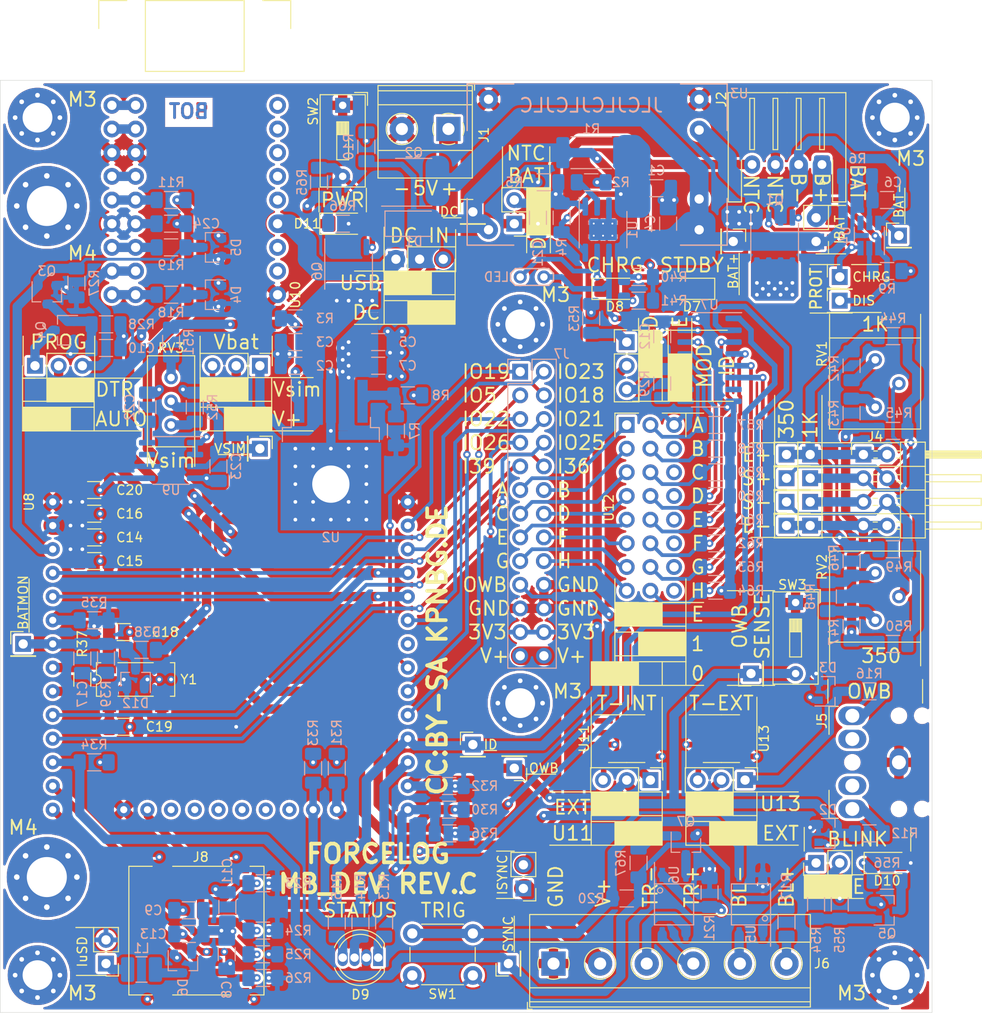
<source format=kicad_pcb>
(kicad_pcb (version 20211014) (generator pcbnew)
  (layers (0 "F.Cu" signal) (1 "In1.Cu" power) (2 "In2.Cu" power) (31 "B.Cu" signal) (34 "B.Paste" user) (35 "F.Paste" user) (36 "B.SilkS" user "B.Silkscreen") (37 "F.SilkS" user "F.Silkscreen") (38 "B.Mask" user) (39 "F.Mask" user) (44 "Edge.Cuts" user))
  (net 0 "")
  (net 1 "GND")
  (net 2 "Net-(C1-Pad1)")
  (net 3 "+3V3")
  (net 4 "/POWER/BAT+")
  (net 5 "Net-(C6-Pad1)")
  (net 6 "Net-(C11-Pad1)")
  (net 7 "Net-(C10-Pad1)")
  (net 8 "Net-(C18-Pad2)")
  (net 9 "Net-(C19-Pad1)")
  (net 10 "/CONTROLLER/OWB_SENSE")
  (net 11 "/CONTROLLER/DQ")
  (net 12 "/CONTROLLER/RXD")
  (net 13 "/CONTROLLER/RTS")
  (net 14 "Net-(D6-Pad3)")
  (net 15 "/POWER/TEMP")
  (net 16 "/POWER/BAT-")
  (net 17 "/POWER/~{LED_CHRG}")
  (net 18 "/POWER/~{LED_STBY}")
  (net 19 "Net-(J6-Pad3)")
  (net 20 "Net-(J6-Pad4)")
  (net 21 "/CONTROLLER/HCLK")
  (net 22 "/CONTROLLER/HMISO")
  (net 23 "Net-(J8-Pad8)")
  (net 24 "Net-(J8-Pad1)")
  (net 25 "/CONTROLLER/HMOSI")
  (net 26 "/CONTROLLER/I_39|ADC1_3")
  (net 27 "/CONTROLLER/I_36|ADC1_0")
  (net 28 "/CONTROLLER/IO_5|V~{CS}")
  (net 29 "/CONTROLLER/IO_23|VMOSI")
  (net 30 "/CONTROLLER/IO_19|VMISO")
  (net 31 "/CONTROLLER/IO_18|VCLK")
  (net 32 "/CONTROLLER/IO_21|SDA")
  (net 33 "/CONTROLLER/IO_22|SCL")
  (net 34 "/CONTROLLER/IO_25|DAC1")
  (net 35 "/CONTROLLER/IO_26|DAC2")
  (net 36 "/CONTROLLER/BLUE")
  (net 37 "Net-(Q1-Pad2)")
  (net 38 "Net-(Q1-Pad4)")
  (net 39 "Net-(Q1-Pad5)")
  (net 40 "/CONTROLLER/DTR")
  (net 41 "Net-(R2-Pad1)")
  (net 42 "Net-(R3-Pad1)")
  (net 43 "Net-(R7-Pad2)")
  (net 44 "Net-(R9-Pad1)")
  (net 45 "/CONTROLLER/GREEN")
  (net 46 "/CONTROLLER/RED")
  (net 47 "Net-(R17-Pad1)")
  (net 48 "Net-(R29-Pad1)")
  (net 49 "/CONTROLLER/CLK")
  (net 50 "Net-(H5-Pad1)")
  (net 51 "Net-(H6-Pad1)")
  (net 52 "V+")
  (net 53 "/CONTROLLER/BATMON")
  (net 54 "Net-(C23-Pad1)")
  (net 55 "Net-(D7-Pad2)")
  (net 56 "Net-(D8-Pad2)")
  (net 57 "Net-(D9-Pad3)")
  (net 58 "Net-(D9-Pad1)")
  (net 59 "Net-(D10-Pad1)")
  (net 60 "Net-(J1-Pad1)")
  (net 61 "/sim_loadcell/E-")
  (net 62 "/sim_loadcell/B-")
  (net 63 "/sim_loadcell/A-")
  (net 64 "/sim_loadcell/B+")
  (net 65 "/sim_loadcell/A+")
  (net 66 "/sim_loadcell/E+")
  (net 67 "Net-(J5-PadT)")
  (net 68 "Net-(J5-PadR)")
  (net 69 "Net-(J6-Pad6)")
  (net 70 "Net-(J6-Pad5)")
  (net 71 "Net-(JP3-Pad3)")
  (net 72 "Net-(JP3-Pad2)")
  (net 73 "Net-(JP4-Pad3)")
  (net 74 "Net-(JP4-Pad1)")
  (net 75 "/CONTROLLER/SH")
  (net 76 "Net-(JP5-Pad1)")
  (net 77 "Net-(JP6-Pad3)")
  (net 78 "Net-(JP7-Pad2)")
  (net 79 "/CONTROLLER/SYNC")
  (net 80 "Net-(Q5-Pad3)")
  (net 81 "Net-(Q5-Pad1)")
  (net 82 "/ft232/RXD")
  (net 83 "Net-(R11-Pad1)")
  (net 84 "Net-(R18-Pad1)")
  (net 85 "Net-(R19-Pad1)")
  (net 86 "Net-(R20-Pad1)")
  (net 87 "Net-(R42-Pad2)")
  (net 88 "Net-(R43-Pad1)")
  (net 89 "Net-(R46-Pad2)")
  (net 90 "Net-(R47-Pad1)")
  (net 91 "Net-(R51-Pad2)")
  (net 92 "Net-(U10-Pad1)")
  (net 93 "Net-(U10-Pad2)")
  (net 94 "Net-(U10-Pad4)")
  (net 95 "Net-(D9-Pad4)")
  (net 96 "/CONTROLLER/BITH")
  (net 97 "/CONTROLLER/BITG")
  (net 98 "/CONTROLLER/BITF")
  (net 99 "/CONTROLLER/BITE")
  (net 100 "/CONTROLLER/BITD")
  (net 101 "/CONTROLLER/BITC")
  (net 102 "/CONTROLLER/BITB")
  (net 103 "/CONTROLLER/BITA")
  (net 104 "/CONTROLLER/H")
  (net 105 "/CONTROLLER/G")
  (net 106 "/CONTROLLER/F")
  (net 107 "/CONTROLLER/E")
  (net 108 "/CONTROLLER/D")
  (net 109 "/CONTROLLER/C")
  (net 110 "/CONTROLLER/B")
  (net 111 "/CONTROLLER/A")
  (net 112 "Net-(D1-Pad1)")
  (net 113 "Net-(D11-Pad1)")
  (net 114 "Net-(Q6-Pad2)")
  (net 115 "Net-(J6-Pad2)")
  (net 116 "+5V")
  (net 117 "Net-(C4-Pad1)")
  (net 118 "Net-(L1-Pad2)")
  (net 119 "Net-(D3-Pad3)")
  (net 120 "/CONTROLLER/OWB")
  (net 121 "Net-(JP8-Pad3)")
  (net 122 "/DC_IN")
  (net 123 "Net-(Q7-Pad3)")
  (net 124 "Net-(Q7-Pad1)")
  (net 125 "Net-(R21-Pad1)")
  (net 126 "/CONTROLLER/SS")
  (net 127 "Net-(R52-Pad1)")
  (footprint "Capacitor_SMD:C_1206_3216Metric_Pad1.33x1.80mm_HandSolder" (layer "F.Cu") (at 68.238399 94.416429)
    (fp_text reference "C14")
    (fp_text value "100n")
  )
  (footprint "Capacitor_SMD:C_1206_3216Metric_Pad1.33x1.80mm_HandSolder" (layer "F.Cu") (at 68.238399 96.956429)
    (fp_text reference "C15")
    (fp_text value "100u")
  )
  (footprint "Capacitor_SMD:C_1206_3216Metric_Pad1.33x1.80mm_HandSolder" (layer "F.Cu") (at 71.413399 104.576429 180)
    (fp_text reference "C18")
    (fp_text value "25p")
  )
  (footprint "Capacitor_SMD:C_1206_3216Metric_Pad1.33x1.80mm_HandSolder" (layer "F.Cu") (at 71.413399 114.736429)
    (fp_text reference "C19")
    (fp_text value "25p")
  )
  (footprint "MountingHole:MountingHole_3.2mm_M3_Pad_Via" (layer "F.Cu") (at 154.158399 141.381429)
    (fp_text reference "H4" hide)
    (fp_text value "M4")
  )
  (footprint "Connector_PinHeader_2.54mm:PinHeader_1x02_P2.54mm_Vertical" (layer "F.Cu") (at 113.323399 60.761429 180)
    (fp_text reference "JP1" hide)
    (fp_text value "Jumper_2_Open")
  )
  (footprint "Resistor_SMD:R_1206_3216Metric_Pad1.30x1.75mm_HandSolder" (layer "F.Cu") (at 66.968399 109.656429 90)
    (fp_text reference "R37")
    (fp_text value "5Meg")
  )
  (footprint "modules:ESP32-WROOM-BREAKOUT" (layer "F.Cu") (at 82.843399 90.606429)
    (fp_text reference "U8")
    (fp_text value "ESP32-WROOM-32")
  )
  (footprint "Crystal:Crystal_SMD_SeikoEpson_MC306-4Pin_8.0x3.2mm_HandSoldering" (layer "F.Cu") (at 72.683399 109.656429)
    (fp_text reference "Y1")
    (fp_text value "32.768 kHz")
  )
  (footprint "LED_SMD:LED_1206_3216Metric_Pad1.42x1.75mm_HandSolder" (layer "F.Cu") (at 132.373399 67.746429 180)
    (fp_text reference "D7")
    (fp_text value "LED")
  )
  (footprint "LED_SMD:LED_1206_3216Metric_Pad1.42x1.75mm_HandSolder" (layer "F.Cu") (at 124.118399 67.746429)
    (fp_text reference "D8")
    (fp_text value "LED")
  )
  (footprint "LED_THT:LED_D5.0mm-4_RGB" (layer "F.Cu") (at 98.718399 139.501429 180)
    (fp_text reference "D9")
    (fp_text value "LED_RGBK")
  )
  (footprint "LED_SMD:LED_1206_3216Metric_Pad1.42x1.75mm_HandSolder" (layer "F.Cu") (at 153.328399 129.341429)
    (fp_text reference "D10")
    (fp_text value "LED")
  )
  (footprint "TerminalBlock_Phoenix:TerminalBlock_Phoenix_MKDS-1,5-2_1x02_P5.00mm_Horizontal" (layer "F.Cu") (at 106.258399 50.601429 180)
    (fp_text reference "J1")
    (fp_text value "Screw_Terminal_01x02")
  )
  (footprint "Connector_JST:JST_XH_S4B-XH-A-1_1x04_P2.50mm_Horizontal" (layer "F.Cu") (at 146.343399 54.411429 180)
    (fp_text reference "J2")
    (fp_text value "Conn_01x04_Male")
  )
  (footprint "Connector_PinHeader_2.54mm:PinHeader_2x04_P2.54mm_Horizontal" (layer "F.Cu") (at 150.788399 85.526429)
    (fp_text reference "J4")
    (fp_text value "Conn_02x04_Odd_Even")
  )
  (footprint "connectors_custom:3.5mm_audio_PJ-3126-C" (layer "F.Cu") (at 154.598399 118.546429 180)
    (fp_text reference "J5")
    (fp_text value "AudioJack3")
  )
  (footprint "TerminalBlock_Phoenix:TerminalBlock_Phoenix_MKDS-1,5-6_1x06_P5.00mm_Horizontal" (layer "F.Cu") (at 117.533399 140.136429)
    (fp_text reference "J6")
    (fp_text value "SYNC")
  )
  (footprint "sockets:uSD_Molex_0472192001" (layer "F.Cu") (at 81.263399 136.601429 90)
    (fp_text reference "J8")
    (fp_text value "Micro_SD_Card")
  )
  (footprint "Connector_PinHeader_2.54mm:PinHeader_1x03_P2.54mm_Vertical" (layer "F.Cu") (at 100.623399 64.571429 90)
    (fp_text reference "JP2" hide)
    (fp_text value "Jumper_3_Open")
  )
  (footprint "Connector_PinHeader_2.54mm:PinHeader_1x03_P2.54mm_Vertical" (layer "F.Cu") (at 86.018399 76.001429 -90)
    (fp_text reference "JP3" hide)
    (fp_text value "Jumper_3_Open")
  )
  (footprint "Connector_PinHeader_2.54mm:PinHeader_1x03_P2.54mm_Vertical" (layer "F.Cu") (at 61.888399 76.001429 90)
    (fp_text reference "JP5" hide)
    (fp_text value "Jumper_3_Open")
  )
  (footprint "Connector_PinHeader_2.54mm:PinHeader_1x03_P2.54mm_Vertical" (layer "F.Cu") (at 127.928399 120.451429 -90)
    (fp_text reference "JP6" hide)
    (fp_text value "Jumper_3_Open")
  )
  (footprint "Connector_PinHeader_2.54mm:PinHeader_1x02_P2.54mm_Vertical" (layer "F.Cu") (at 145.708399 129.341429 90)
    (fp_text reference "JP7" hide)
    (fp_text value "Jumper_2_Open")
  )
  (footprint "Potentiometer_THT:Potentiometer_Bourns_3386P_Vertical" (layer "F.Cu") (at 152.058399 80.446429)
    (fp_text reference "RV1")
    (fp_text value "20")
  )
  (footprint "Potentiometer_THT:Potentiometer_Bourns_3386P_Vertical" (layer "F.Cu") (at 152.058399 103.306429)
    (fp_text reference "RV2")
    (fp_text value "10")
  )
  (footprint "Potentiometer_THT:Potentiometer_Bourns_3296W_Vertical" (layer "F.Cu") (at 76.493399 82.351429 -90)
    (fp_text reference "RV3")
    (fp_text value "2k")
  )
  (footprint "Button_Switch_THT:SW_PUSH_6mm_H8mm" (layer "F.Cu") (at 108.878399 141.406429 180)
    (fp_text reference "SW1")
    (fp_text value "SW_Push")
  )
  (footprint "modules:ft232rl_breakout_combined_flipped" (layer "F.Cu") (at 79.033399 58.221429 90)
    (fp_text reference "U10")
    (fp_text value "FT232breakout")
  )
  (footprint "Package_SO:SOIC-8_3.9x4.9mm_P1.27mm" (layer "F.Cu") (at 125.388399 116.006429)
    (fp_text reference "U11")
    (fp_text value "DS18B20Z")
  )
  (footprint "MountingHole:MountingHole_4.3mm_M4_Pad_Via" (layer "F.Cu") (at 63.158399 58.856429)
    (fp_text reference "H7" hide)
    (fp_text value "M4")
  )
  (footprint "MountingHole:MountingHole_3.2mm_M3_Pad_Via" (layer "F.Cu") (at 62.158399 141.381429)
    (fp_text reference "H8" hide)
    (fp_text value "M4")
  )
  (footprint "Capacitor_SMD:C_1206_3216Metric_Pad1.33x1.80mm_HandSolder" (layer "F.Cu") (at 68.238399 91.876429)
    (fp_text reference "C16")
    (fp_text value "100u")
  )
  (footprint "Capacitor_SMD:C_1206_3216Metric_Pad1.33x1.80mm_HandSolder" (layer "F.Cu") (at 68.238399 89.336429)
    (fp_text reference "C20")
    (fp_text value "100u")
  )
  (footprint "MountingHole:MountingHole_3.2mm_M3_Pad_Via" (layer "F.Cu") (at 113.958399 112.196429)
    (fp_text reference "H5" hide)
    (fp_text value "M3_FEM-FEM")
  )
  (footprint "MountingHole:MountingHole_3.2mm_M3_Pad_Via" (layer "F.Cu") (at 113.958399 71.556429)
    (fp_text reference "H6" hide)
    (fp_text value "M3_FEM-FEM")
  )
  (footprint "MountingHole:MountingHole_4.3mm_M4_Pad_Via" (layer "F.Cu") (at 63.158399 130.856429)
    (fp_text reference "H1" hide)
    (fp_text value "M4")
  )
  (footprint "MountingHole:MountingHole_3.2mm_M3_Pad_Via" (layer "F.Cu") (at 62.158399 49.381429)
    (fp_text reference "H2" hide)
    (fp_text value "M4")
  )
  (footprint "MountingHole:MountingHole_3.2mm_M3_Pad_Via" (layer "F.Cu") (at 154.158399 49.381429)
    (fp_text reference "H3" hide)
    (fp_text value "M4")
  )
  (footprint "Connector_PinHeader_2.54mm:PinHeader_1x03_P2.54mm_Vertical" (layer "F.Cu") (at 138.088399 120.451429 -90)
    (fp_text reference "JP8" hide)
    (fp_text value "Jumper_3_Open")
  )
  (footprint "Button_Switch_THT:SW_DIP_SPSTx01_Slide_9.78x4.72mm_W7.62mm_P2.54mm" (layer "F.Cu") (at 143.51 101.401429 -90)
    (fp_text reference "SW3")
    (fp_text value "SW_DIP_x01")
  )
  (footprint "Package_SO:SOIC-8_3.9x4.9mm_P1.27mm" (layer "F.Cu") (at 135.548399 116.006429)
    (fp_text reference "U13")
    (fp_text value "DS18B20Z")
  )
  (footprint "Connector_PinHeader_2.54mm:PinHeader_1x03_P2.54mm_Vertical" (layer "F.Cu") (at 125.388399 73.461429)
    (fp_text reference "JP4" hide)
    (fp_text value "Jumper_3_Open")
  )
  (footprint "LED_SMD:LED_1206_3216Metric_Pad1.42x1.75mm_HandSolder" (layer "F.Cu") (at 94.908399 60.761429)
    (fp_text reference "D11")
    (fp_text value "LED")
  )
  (footprint "Button_Switch_THT:SW_DIP_SPSTx01_Slide_9.78x4.72mm_W7.62mm_P2.54mm" (layer "F.Cu") (at 94.908399 48.061429 -90)
    (fp_text reference "SW2")
    (fp_text value "SW_DIP_x01")
  )
  (footprint "Connector_PinHeader_2.54mm:PinHeader_1x02_P2.54mm_Vertical" (layer "F.Cu") (at 145.708399 62.666429 180)
    (fp_text reference "TP2" hide)
    (fp_text value "IBAT")
  )
  (footprint "Connector_PinHeader_2.54mm:PinHeader_1x01_P2.54mm_Vertical" (layer "F.Cu") (at 136.818399 62.666429 -90)
    (fp_text reference "TP3" hide)
    (fp_text value "BAT+")
  )
  (footprint "Connector_PinHeader_2.54mm:PinHeader_1x01_P2.54mm_Vertical" (layer "F.Cu") (at 108.878399 59.491429)
    (fp_text reference "TP5" hide)
    (fp_text value "DC")
  )
  (footprint "Connector_PinHeader_2.54mm:PinHeader_1x02_P2.54mm_Vertical" (layer "F.Cu") (at 69.508399 140.136429 180)
    (fp_text reference "TP7" hide)
    (fp_text value "IuSD")
  )
  (footprint "Connector_PinHeader_2.54mm:PinHeader_1x01_P2.54mm_Vertical" (layer "F.Cu") (at 60.618399 105.846429)
    (fp_text reference "TP8" hide)
    (fp_text value "BATMON")
  )
  (footprint "Connector_PinHeader_2.54mm:PinHeader_1x01_P2.54mm_Vertical" (layer "F.Cu") (at 86.018399 84.891429 -90)
    (fp_text reference "TP9" hide)
    (fp_text value "VSIM")
  )
  (footprint "Connector_PinHeader_2.54mm:PinHeader_1x01_P2.54mm_Vertical" (layer "F.Cu") (at 112.688399 140.136429 90)
    (fp_text reference "TP10" hide)
    (fp_text value "SYNC")
  )
  (footprint "Connector_PinHeader_2.54mm:PinHeader_1x01_P2.54mm_Vertical" (layer "F.Cu") (at 138.723399 109.021429 90)
    (fp_text reference "TP11" hide)
    (fp_text value "OWB_SENSE" hide)
  )
  (footprint "Connector_PinHeader_2.54mm:PinHeader_1x01_P2.54mm_Vertical" (layer "F.Cu") (at 113.323399 119.181429 180)
    (fp_text reference "TP12" hide)
    (fp_text value "OWB")
  )
  (footprint "Connector_PinHeader_2.54mm:PinHeader_1x02_P2.54mm_Vertical" (layer "F.Cu") (at 114.3 132.08 180)
    (fp_text reference "TP13" hide)
    (fp_text value "ISYNC")
  )
  (footprint "Connector_PinHeader_2.54mm:PinHeader_1x01_P2.54mm_Vertical" (layer "F.Cu") (at 145.073399 85.526429)
    (fp_text reference "TP14" hide)
    (fp_text value "E+")
  )
  (footprint "Connector_PinHeader_2.54mm:PinHeader_1x01_P2.54mm_Vertical" (layer "F.Cu") (at 142.533399 85.526429)
    (fp_text reference "TP15" hide)
    (fp_text value "E+")
  )
  (footprint "Connector_PinHeader_2.54mm:PinHeader_1x01_P2.54mm_Vertical" (layer "F.Cu") (at 145.073399 88.066429)
    (fp_text reference "TP16" hide)
    (fp_text value "S+")
  )
  (footprint "Connector_PinHeader_2.54mm:PinHeader_1x01_P2.54mm_Vertical" (layer "F.Cu") (at 142.533399 88.066429)
    (fp_text reference "TP17" hide)
    (fp_text value "S+")
  )
  (footprint "Connector_PinHeader_2.54mm:PinHeader_1x01_P2.54mm_Vertical" (layer "F.Cu") (at 145.073399 90.606429)
    (fp_text reference "TP18" hide)
    (fp_text value "S-")
  )
  (footprint "Connector_PinHeader_2.54mm:PinHeader_1x01_P2.54mm_Vertical" (layer "F.Cu") (at 142.533399 90.606429)
    (fp_text reference "TP19" hide)
    (fp_text value "S-")
  )
  (footprint "Connector_PinHeader_2.54mm:PinHeader_1x01_P2.54mm_Vertical" (layer "F.Cu") (at 145.073399 93.146429)
    (fp_text reference "TP20" hide)
    (fp_text value "E-")
  )
  (footprint "Connector_PinHeader_2.54mm:PinHeader_1x01_P2.54mm_Vertical" (layer "F.Cu") (at 142.533399 93.146429)
    (fp_text reference "TP21" hide)
    (fp_text value "E-")
  )
  (footprint "connectors_custom:2POS_JUMPER_8BIT" (layer "F.Cu") (at 127.928399 91.241429)
    (fp_text reference "U12")
    (fp_text value "2POS_JUMPER_8BIT")
  )
  (footprint "Connector_PinHeader_2.54mm:PinHeader_1x01_P2.54mm_Vertical" (layer "F.Cu") (at 148.248399 69.016429)
    (fp_text reference "TP1" hide)
    (fp_text value "DIS")
  )
  (footprint "Connector_PinHeader_2.54mm:PinHeader_1x01_P2.54mm_Vertical" (layer "F.Cu") (at 148.248399 66.476429)
    (fp_text reference "TP4" hide)
    (fp_text value "CHRG")
  )
  (footprint "Connector_PinHeader_2.54mm:PinHeader_1x01_P2.54mm_Vertical" (layer "F.Cu") (at 154.598399 62.031429)
    (fp_text reference "TP6" hide)
    (fp_text value "BAT-")
  )
  (footprint "Connector_PinHeader_2.54mm:PinHeader_1x01_P2.54mm_Vertical" (layer "F.Cu") (at 108.878399 116.641429)
    (fp_text reference "TP22" hide)
    (fp_text value "ID")
  )
  (footprint "Capacitor_SMD:C_1206_3216Metric_Pad1.33x1.80mm_HandSolder" (layer "B.Cu") (at 128.563399 56.951429)
    (fp_text reference "C1")
    (fp_text value "10u")
  )
  (footprint "Capacitor_SMD:C_1206_3216Metric_Pad1.33x1.80mm_HandSolder" (layer "B.Cu") (at 89.828399 76.001429 180)
    (fp_text reference "C2")
    (fp_text value "100n")
  )
  (footprint "Capacitor_SMD:C_1206_3216Metric_Pad1.33x1.80mm_HandSolder" (layer "B.Cu") (at 89.828399 73.461429 180)
    (fp_text reference "C3")
    (fp_text value "22u")
  )
  (footprint "Capacitor_SMD:C_1206_3216Metric_Pad1.33x1.80mm_HandSolder" (layer "B.Cu") (at 129.833399 60.761429 90)
    (fp_text reference "C4")
    (fp_text value "10u")
  )
  (footprint "Capacitor_SMD:C_1206_3216Metric_Pad1.33x1.80mm_HandSolder" (layer "B.Cu") (at 98.718399 73.461429)
    (fp_text reference "C5")
    (fp_text value "22u")
  )
  (footprint "Capacitor_SMD:C_1206_3216Metric_Pad1.33x1.80mm_HandSolder" (layer "B.Cu") (at 153.328399 58.221429)
    (fp_text reference "C6")
    (fp_text value "100n")
  )
  (footprint "Capacitor_SMD:C_1206_3216Metric_Pad1.33x1.80mm_HandSolder" (layer "B.Cu") (at 98.718399 76.001429)
    (fp_text reference "C7")
    (fp_text value "100n")
  )
  (footprint "Capacitor_SMD:C_1206_3216Metric_Pad1.33x1.80mm_HandSolder" (layer "B.Cu") (at 69.508399 74.096429)
    (fp_text reference "C10")
    (fp_text value "10u")
  )
  (footprint "Diode_SMD:D_SOD-128" (layer "B.Cu") (at 102.528399 60.761429)
    (fp_text reference "D1")
    (fp_text value "PMEG3030EP,115")
  )
  (footprint "Package_SO:SO-8_3.9x4.9mm_P1.27mm" (layer "B.Cu") (at 141.263399 62.666429 -90)
    (fp_text reference "Q1")
    (fp_text value "DMG9926USD")
  )
  (footprint "transistor:SO8_3.8x4.8_SSSGDDDD" (layer "B.Cu") (at 102.528399 56.316429)
    (fp_text reference "Q2")
    (fp_text value "IRF7410TRPBF")
  )
  (footprint "Package_TO_SOT_SMD:SOT-23" (layer "B.Cu") (at 63.158399 68.381429 -90)
    (fp_text reference "Q3")
    (fp_text value "IRLML2244TRPBF")
  )
  (footprint "Package_TO_SOT_SMD:SOT-23" (layer "B.Cu") (at 65.063399 72.191429 180)
    (fp_text reference "Q4")
    (fp_text value "BSS806NE")
  )
  (footprint "Resistor_SMD:R_2512_6332Metric_Pad1.40x3.35mm_HandSolder" (layer "B.Cu") (at 121.578399 53.141429)
    (fp_text reference "R1")
    (fp_text value "400m")
  )
  (footprint "Resistor_SMD:R_1206_3216Metric_Pad1.30x1.75mm_HandSolder" (layer "B.Cu") (at 121.578399 56.316429)
    (fp_text reference "R2")
    (fp_text value "1k2")
  )
  (footprint "Resistor_SMD:R_1206_3216Metric_Pad1.30x1.75mm_HandSolder" (layer "B.Cu") (at 89.828399 70.921429)
    (fp_text reference "R3")
    (fp_text value "10k")
  )
  (footprint "Resistor_SMD:R_1206_3216Metric_Pad1.30x1.75mm_HandSolder" (layer "B.Cu") (at 118.403399 60.126429 90)
    (fp_text reference "R4")
    (fp_text value "5k6")
  )
  (footprint "Resistor_SMD:R_1206_3216Metric_Pad1.30x1.75mm_HandSolder" (layer "B.Cu") (at 116.498399 56.316429 180)
    (fp_text reference "R5")
    (fp_text value "82k")
  )
  (footprint "Resistor_SMD:R_1206_3216Metric_Pad1.30x1.75mm_HandSolder" (layer "B.Cu") (at 150.153399 55.681429 180)
    (fp_text reference "R6")
    (fp_text value "470")
  )
  (footprint "Resistor_SMD:R_1206_3216Metric_Pad1.30x1.75mm_HandSolder" (layer "B.Cu") (at 100.623399 82.986429 90)
    (fp_text reference "R7")
    (fp_text value "24k")
  )
  (footprint "Resistor_SMD:R_1206_3216Metric_Pad1.30x1.75mm_HandSolder" (layer "B.Cu") (at 101.893399 79.176429)
    (fp_text reference "R8")
    (fp_text value "5k6")
  )
  (footprint "Resistor_SMD:R_1206_3216Metric_Pad1.30x1.75mm_HandSolder" (layer "B.Cu") (at 153.328399 65.841429)
    (fp_text reference "R9")
    (fp_text value "1k")
  )
  (footprint "Resistor_SMD:R_1206_3216Metric_Pad1.30x1.75mm_HandSolder" (layer "B.Cu") (at 97.448399 52.506429 90)
    (fp_text reference "R10")
    (fp_text value "10k")
  )
  (footprint "Resistor_SMD:R_1206_3216Metric_Pad1.30x1.75mm_HandSolder" (layer "B.Cu") (at 66.333399 67.111429 90)
    (fp_text reference "R27")
    (fp_text value "10k")
  )
  (footprint "Resistor_SMD:R_1206_3216Metric_Pad1.30x1.75mm_HandSolder" (layer "B.Cu") (at 69.508399 71.556429)
    (fp_text reference "R28")
    (fp_text value "100k")
  )
  (footprint "Resistor_SMD:R_1206_3216Metric_Pad1.30x1.75mm_HandSolder" (layer "B.Cu") (at 106.338399 123.626429)
    (fp_text reference "R30")
    (fp_text value "1k")
  )
  (footprint "Resistor_SMD:R_1206_3216Metric_Pad1.30x1.75mm_HandSolder" (layer "B.Cu") (at 94.273399 119.181429 -90)
    (fp_text reference "R31")
    (fp_text value "10k")
  )
  (footprint "Resistor_SMD:R_1206_3216Metric_Pad1.30x1.75mm_HandSolder" (layer "B.Cu") (at 106.338399 121.086429 180)
    (fp_text reference "R32")
    (fp_text value "1k")
  )
  (footprint "Resistor_SMD:R_1206_3216Metric_Pad1.30x1.75mm_HandSolder" (layer "B.Cu") (at 91.733399 119.181429 -90)
    (fp_text reference "R33")
    (fp_text value "100k")
  )
  (footprint "Resistor_SMD:R_1206_3216Metric_Pad1.30x1.75mm_HandSolder" (layer "B.Cu") (at 68.238399 118.546429 180)
    (fp_text reference "R34")
    (fp_text value "22k")
  )
  (footprint "Resistor_SMD:R_1206_3216Metric_Pad1.30x1.75mm_HandSolder" (layer "B.Cu") (at 68.238399 103.306429 180)
    (fp_text reference "R35")
    (fp_text value "22k")
  )
  (footprint "Resistor_SMD:R_1206_3216Metric_Pad1.30x1.75mm_HandSolder" (layer "B.Cu") (at 106.338399 126.166429)
    (fp_text reference "R36")
    (fp_text value "10k")
  )
  (footprint "Package_SO:SOIC-8-1EP_3.9x4.9mm_P1.27mm_EP2.29x3mm_ThermalVias" (layer "B.Cu") (at 122.848399 61.396429 -90)
    (fp_text reference "U1")
    (fp_text value "TP4056")
  )
  (footprint "Package_TO_SOT_SMD:TO-263-5_TabPin6" (layer "B.Cu") (at 93.638399 85.586429 -90)
    (fp_text reference "U2")
    (fp_text value "LP38501")
  )
  (footprint "modules:TP4056_module_prot" (layer "B.Cu") (at 122.213399 54.411429)
    (fp_text reference "U3")
    (fp_text value "TP4056withprotect")
  )
  (footprint "Package_TO_SOT_SMD:SOT-23-6_Handsoldering" (layer "B.Cu") (at 151.423399 62.031429 90)
    (fp_text reference "U4")
    (fp_text value "NT1713C")
  )
  (footprint "TestPoint:TestPoint_2Pads_Pitch2.54mm_Drill0.8mm" (layer "B.Cu") (at 113.958399 66.476429)
    (fp_text reference "J13" hide)
    (fp_text value "LED")
  )
  (footprint "Capacitor_SMD:C_1206_3216Metric_Pad1.33x1.80mm_HandSolder" (layer "B.Cu") (at 82.462399 139.120429 -90)
    (fp_text reference "C8")
    (fp_text value "100n")
  )
  (footprint "Capacitor_SMD:C_1206_3216Metric_Pad1.33x1.80mm_HandSolder" (layer "B.Cu") (at 78.398399 134.421429 180)
    (fp_text reference "C9")
    (fp_text value "100u")
  )
  (footprint "Capacitor_SMD:C_1206_3216Metric_Pad1.33x1.80mm_HandSolder" (layer "B.Cu") (at 82.533399 134.061429 90)
    (fp_text reference "C11")
    (fp_text value "100u")
  )
  (footprint "Capacitor_SMD:C_1206_3216Metric_Pad1.33x1.80mm_HandSolder" (layer "B.Cu") (at 78.398399 136.961429 180)
    (fp_text reference "C13")
    (fp_text value "100u")
  )
  (footprint "Capacitor_SMD:C_1206_3216Metric_Pad1.33x1.80mm_HandSolder" (layer "B.Cu") (at 66.968399 107.408929 -90)
    (fp_text reference "C17")
    (fp_text value "100n")
  )
  (footprint "Capacitor_SMD:C_1206_3216Metric_Pad1.33x1.80mm_HandSolder" (layer "B.Cu") (at 115.863399 60.126429 -90)
    (fp_text reference "C21")
    (fp_text value "100n")
  )
  (footprint "Capacitor_SMD:C_1206_3216Metric_Pad1.33x1.80mm_HandSolder" (layer "B.Cu") (at 73.953399 80.446429 90)
    (fp_text reference "C22")
    (fp_text value "100n")
  )
  (footprint "Capacitor_SMD:C_1206_3216Metric_Pad1.33x1.80mm_HandSolder" (layer "B.Cu") (at 81.573399 86.796429 -90)
    (fp_text reference "C23")
    (fp_text value "100n")
  )
  (footprint "Capacitor_SMD:C_1206_3216Metric_Pad1.33x1.80mm_HandSolder" (layer "B.Cu") (at 76.493399 60.761429)
    (fp_text reference "C24")
    (fp_text value "100n")
  )
  (footprint "Package_TO_SOT_SMD:SOT-23" (layer "B.Cu") (at 146.978399 126.166429)
    (fp_text reference "D2")
    (fp_text value "BAT54S")
  )
  (footprint "Package_TO_SOT_SMD:SOT-23" (layer "B.Cu") (at 146.978399 110.926429)
    (fp_text reference "D3")
    (fp_text value "BAT54S")
  )
  (footprint "Package_TO_SOT_SMD:SOT-23" (layer "B.Cu") (at 80.938399 68.381429 180)
    (fp_text reference "D4")
    (fp_text value "BAT54S")
  )
  (footprint "Package_TO_SOT_SMD:SOT-23" (layer "B.Cu") (at 80.938399 63.301429 180)
    (fp_text reference "D5")
    (fp_text value "BAT54S")
  )
  (footprint "Package_TO_SOT_SMD:SOT-23" (layer "B.Cu") (at 77.763399 140.136429 -90)
    (fp_text reference "D6")
    (fp_text value "BAT54S")
  )
  (footprint "Inductor_SMD:L_1210_3225Metric_Pad1.42x2.65mm_HandSolder" (layer "B.Cu") (at 73.318399 140.771429 180)
    (fp_text reference "L1")
    (fp_text value "47n")
  )
  (footprint "Package_TO_SOT_SMD:SOT-23" (layer "B.Cu") (at 153.328399 134.421429)
    (fp_text reference "Q5")
    (fp_text value "BSS806NE")
  )
  (footprint "Resistor_SMD:R_1206_3216Metric_Pad1.30x1.75mm_HandSolder" (layer "B.Cu") (at 76.493399 58.221429)
    (fp_text reference "R11")
    (fp_text value "100")
  )
  (footprint "Resistor_SMD:R_1206_3216Metric_Pad1.30x1.75mm_HandSolder" (layer "B.Cu") (at 151.423399 126.166429 180)
    (fp_text reference "R12")
    (fp_text value "10")
  )
  (footprint "Resistor_SMD:R_1206_3216Metric_Pad1.30x1.75mm_HandSolder" (layer "B.Cu") (at 99.353399 135.691429 90)
    (fp_text reference "R13")
    (fp_text value "1k")
  )
  (footprint "Resistor_SMD:R_1206_3216Metric_Pad1.30x1.75mm_HandSolder" (layer "B.Cu") (at 96.813399 135.691429 90)
    (fp_text reference "R14")
    (fp_text value "1k")
  )
  (footprint "Resistor_SMD:R_1206_3216Metric_Pad1.30x1.75mm_HandSolder" (layer "B.Cu") (at 94.273399 135.691429 90)
    (fp_text reference "R15")
    (fp_text value "1k")
  )
  (footprint "Resistor_SMD:R_1206_3216Metric_Pad1.30x1.75mm_HandSolder" (layer "B.Cu") (at 151.423399 110.926429 180)
    (fp_text reference "R16")
    (fp_text value "10")
  )
  (footprint "Resistor_SMD:R_1206_3216Metric_Pad1.30x1.75mm_HandSolder" (layer "B.Cu") (at 142.533399 135.691429 -90)
    (fp_text reference "R17")
    (fp_text value "210")
  )
  (footprint "Resistor_SMD:R_1206_3216Metric_Pad1.30x1.75mm_HandSolder" (layer "B.Cu") (at 76.493399 68.381429)
    (fp_text reference "R18")
    (fp_text value "10")
  )
  (footprint "Resistor_SMD:R_1206_3216Metric_Pad1.30x1.75mm_HandSolder" (layer "B.Cu") (at 76.493399 63.301429)
    (fp_text reference "R19")
    (fp_text value "10")
  )
  (footprint "Resistor_SMD:R_1206_3216Metric_Pad1.30x1.75mm_HandSolder" (layer "B.Cu") (at 125.388399 133.151429)
    (fp_text reference "R20")
    (fp_text value "1k")
  )
  (footprint "Resistor_SMD:R_1206_3216Metric_Pad1.30x1.75mm_HandSolder" (layer "B.Cu") (at 134.278399 132.516429 90)
    (fp_text reference "R21")
    (fp_text value "100")
  )
  (footprint "Resistor_SMD:R_1206_3216Metric_Pad1.30x1.75mm_HandSolder" (layer "B.Cu") (at 86.343399 131.521429 180)
    (fp_text reference "R23")
    (fp_text value "22k")
  )
  (footprint "Resistor_SMD:R_1206_3216Metric_Pad1.30x1.75mm_HandSolder" (layer "B.Cu") (at 86.343399 136.601429 180)
    (fp_text reference "R24")
    (fp_text value "22k")
  )
  (footprint "Resistor_SMD:R_1206_3216Metric_Pad1.30x1.75mm_HandSolder" (layer "B.Cu") (at 86.343399 139.141429 180)
    (fp_text reference "R25")
    (fp_text value "22k")
  )
  (footprint "Resistor_SMD:R_1206_3216Metric_Pad1.30x1.75mm_HandSolder" (layer "B.Cu") (at 86.343399 141.681429 180)
    (fp_text reference "R26")
    (fp_text value "22k")
  )
  (footprint "Resistor_SMD:R_1206_3216Metric_Pad1.30x1.75mm_HandSolder" (layer "B.Cu") (at 73.318399 106.481429 180)
    (fp_text reference "R38")
    (fp_text value "3k")
  )
  (footprint "Resistor_SMD:R_1206_3216Metric_Pad1.30x1.75mm_HandSolder" (layer "B.Cu") (at 69.508399 107.396429 -90)
    (fp_text reference "R39")
    (fp_text value "7k5")
  )
  (footprint "Resistor_SMD:R_1206_3216Metric_Pad1.30x1.75mm_HandSolder" (layer "B.Cu") (at 126.658399 66.476429 180)
    (fp_text reference "R40")
    (fp_text value "1k")
  )
  (footprint "Resistor_SMD:R_1206_3216Metric_Pad1.30x1.75mm_HandSolder" (layer "B.Cu") (at 126.658399 69.016429 180)
    (fp_text reference "R41")
    (fp_text value "1k")
  )
  (footprint "Resistor_SMD:R_1206_3216Metric_Pad1.30x1.75mm_HandSolder" (layer "B.Cu") (at 149.518399 76.001429 -90)
    (fp_text reference "R42")
    (fp_text value "1k")
  )
  (footprint "Resistor_SMD:R_1206_3216Metric_Pad1.30x1.75mm_HandSolder" (layer "B.Cu") (at 149.518399 81.081429 -90)
    (fp_text reference "R43")
    (fp_text value "1k")
  )
  (footprint "Resistor_SMD:R_1206_3216Metric_Pad1.30x1.75mm_HandSolder" (layer "B.Cu") (at 153.963399 72.826429)
    (fp_text reference "R44")
    (fp_text value "1k")
  )
  (footprint "Resistor_SMD:R_1206_3216Metric_Pad1.30x1.75mm_HandSolder" (layer "B.Cu") (at 153.963399 82.986429 180)
    (fp_text reference "R45")
    (fp_text value "1k")
  )
  (footprint "Resistor_SMD:R_1206_3216Metric_Pad1.30x1.75mm_HandSolder" (layer "B.Cu") (at 149.518399 96.956429 -90)
    (fp_text reference "R46")
    (fp_text value "350")
  )
  (footprint "Resistor_SMD:R_1206_3216Metric_Pad1.30x1.75mm_HandSolder" (layer "B.Cu") (at 149.518399 103.941429 -90)
    (fp_text reference "R47")
    (fp_text value "350")
  )
  (footprint "Resistor_SMD:R_1206_3216Metric_Pad1.30x1.75mm_HandSolder" (layer "B.Cu") (at 146.978399 100.766429 -90)
    (fp_text reference "R48")
    (fp_text value "15")
  )
  (footprint "Resistor_SMD:R_1206_3216Metric_Pad1.30x1.75mm_HandSolder" (layer "B.Cu") (at 153.963399 95.686429)
    (fp_text reference "R49")
    (fp_text value "350")
  )
  (footprint "Resistor_SMD:R_1206_3216Metric_Pad1.30x1.75mm_HandSolder" (layer "B.Cu") (at 153.963399 105.846429 180)
    (fp_text reference "R50")
    (fp_text value "350")
  )
  (footprint "Resistor_SMD:R_1206_3216Metric_Pad1.30x1.75mm_HandSolder" (layer "B.Cu") (at 76.493399 73.461429 -90)
    (fp_text reference "R51")
    (fp_text value "820")
  )
  (footprint "Resistor_SMD:R_1206_3216Metric_Pad1.30x1.75mm_HandSolder" (layer "B.Cu") (at 79.033399 80.446429 90)
    (fp_text reference "R52")
    (fp_text value "3k")
  )
  (footprint "Resistor_SMD:R_1206_3216Metric_Pad1.30x1.75mm_HandSolder" (layer "B.Cu") (at 145.708399 133.786429 90)
    (fp_text reference "R54")
    (fp_text value "1k")
  )
  (footprint "Resistor_SMD:R_1206_3216Metric_Pad1.30x1.75mm_HandSolder" (layer "B.Cu") (at 148.248399 133.786429 -90)
    (fp_text reference "R55")
    (fp_text value "10k")
  )
  (footprint "Resistor_SMD:R_1206_3216Metric_Pad1.30x1.75mm_HandSolder" (layer "B.Cu") (at 153.328399 131.246429)
    (fp_text reference "R56")
    (fp_text value "100")
  )
  (footprint "optocoupler:EL357N" (layer "B.Cu") (at 138.723399 133.786429 90)
    (fp_text reference "U5")
    (fp_text value "EL357NC")
  )
  (footprint "optocoupler:EL357N" (layer "B.Cu") (at 130.468399 133.786429 -90)
    (fp_text reference "U6")
    (fp_text value "EL357NC")
  )
  (footprint "Package_SO:SO-8_3.9x4.9mm_P1.27mm" (layer "B.Cu") (at 76.493399 86.161429 180)
    (fp_text reference "U9")
    (fp_text value "MCP6002-xSN")
  )
  (footprint "Capacitor_SMD:C_1206_3216Metric_Pad1.33x1.80mm_HandSolder" (layer "B.Cu") (at 129.198399 72.826429 -90)
    (fp_text reference "C12")
    (fp_text value "100n")
  )
  (footprint "Resistor_SMD:R_1206_3216Metric_Pad1.30x1.75mm_HandSolder" (layer "B.Cu") (at 129.198399 77.906429 90)
    (fp_text reference "R29")
    (fp_text value "10k")
  )
  (footprint "Resistor_SMD:R_1206_3216Metric_Pad1.30x1.75mm_HandSolder" (layer "B.Cu") (at 121.578399 70.921429 -90)
    (fp_text reference "R53")
    (fp_text value "10k")
  )
  (footprint "Resistor_SMD:R_1206_3216Metric_Pad1.30x1.75mm_HandSolder" (layer "B.Cu") (at 134.913399 82.351429)
    (fp_text reference "R57")
    (fp_text value "10k")
  )
  (footprint "Resistor_SMD:R_1206_3216Metric_Pad1.30x1.75mm_HandSolder" (layer "B.Cu") (at 134.913399 84.891429)
    (fp_text reference "R58")
    (fp_text value "10k")
  )
  (footprint "Resistor_SMD:R_1206_3216Metric_Pad1.30x1.75mm_HandSolder" (layer "B.Cu") (at 134.913399 87.431429)
    (fp_text reference "R59")
    (fp_text value "10k")
  )
  (footprint "Resistor_SMD:R_1206_3216Metric_Pad1.30x1.75mm_HandSolder" (layer "B.Cu") (at 134.913399 89.971429)
    (fp_text reference "R60")
    (fp_text value "10k")
  )
  (footprint "Resistor_SMD:R_1206_3216Metric_Pad1.30x1.75mm_HandSolder" (layer "B.Cu") (at 134.913399 92.511429)
    (fp_text reference "R61")
    (fp_text value "10k")
  )
  (footprint "Resistor_SMD:R_1206_3216Metric_Pad1.30x1.75mm_HandSolder" (layer "B.Cu") (at 134.913399 95.051429)
    (fp_text reference "R62")
    (fp_text value "10k")
  )
  (footprint "Resistor_SMD:R_1206_3216Metric_Pad1.30x1.75mm_HandSolder" (layer "B.Cu") (at 134.913399 97.591429)
    (fp_text reference "R63")
    (fp_text value "10k")
  )
  (footprint "Resistor_SMD:R_1206_3216Metric_Pad1.30x1.75mm_HandSolder" (layer "B.Cu") (at 134.913399 100.131429)
    (fp_text reference "R64")
    (fp_text value "10k")
  )
  (footprint "Package_SO:SO-16_3.9x9.9mm_P1.27mm" (layer "B.Cu") (at 134.278399 75.366429 180)
    (fp_text reference "U7")
    (fp_text value "74HC165")
  )
  (footprint "Connector_PinSocket_2.54mm:PinSocket_2x13_P2.54mm_Vertical" (layer "B.Cu") (at 113.958399 76.636429 180)
    (fp_text reference "J7")
    (fp_text value "Conn_02x13_Odd_Even")
  )
  (footprint "Resistor_SMD:R_1206_3216Metric_Pad1.30x1.75mm_HandSolder" (layer "B.Cu") (at 92.368399 56.316429 -90)
    (fp_text reference "R65")
    (fp_text value "1k")
  )
  (footprint "Resistor_SMD:R_1206_3216Metric_Pad1.30x1.75mm_HandSolder" (layer "B.Cu") (at 94.908399 60.761429 180)
    (fp_text reference "R66")
    (fp_text value "10k")
  )
  (footprint "transistor:SO8_3.8x4.8_SSSGDDDD" (layer "B.Cu") (at 95.543399 65.841429 -90)
    (fp_text reference "Q6")
    (fp_text value "IRF7410TRPBF")
  )
  (footprint "Package_TO_SOT_SMD:SOT-23" (layer "B.Cu") (at 72.683399 109.656429 90)
    (fp_text reference "D12")
    (fp_text value "BAT54S")
  )
  (footprint "Package_TO_SOT_SMD:SOT-23" (layer "B.Cu") (at 131.738399 127.436429 -90)
    (fp_text reference "Q7")
    (fp_text value "BSS806NE")
  )
  (footprint "Resistor_SMD:R_1206_3216Metric_Pad1.30x1.75mm_HandSolder" (layer "B.Cu") (at 126.658399 129.341429 90)
    (fp_text reference "R67")
    (fp_text value "1k")
  )
  (gr_line (start 126.658399 72.191429) (end 126.658399 70.921429) (layer "F.SilkS") (width 0.12))
  (gr_line (start 132.373399 72.191429) (end 132.373399 70.921429) (layer "F.SilkS") (width 0.12))
  (gr_line (start 99.353399 65.841429) (end 96.178399 65.841429) (layer "F.SilkS") (width 0.12))
  (gr_line (start 60.558399 77.331429) (end 73.318399 77.331429) (layer "F.SilkS") (width 0.12))
  (gr_line (start 139.358399 121.721429) (end 136.818399 121.721429) (layer "F.SilkS") (width 0.12))
  (gr_line (start 131.738399 127.436429) (end 131.738399 124.261429) (layer "F.SilkS") (width 0.12))
  (gr_poly (pts (xy 139.358399 127.436429) (xy 134.278399 127.436429) (xy 134.278399 124.896429) (xy 139.358399 124.896429)) (layer "F.SilkS") (width 0.1) (fill solid))
  (gr_line (start 131.738399 124.896429) (end 134.278399 124.896429) (layer "F.SilkS") (width 0.12))
  (gr_line (start 131.738399 127.436429) (end 134.278399 127.436429) (layer "F.SilkS") (width 0.12))
  (gr_line (start 121.578399 124.896429) (end 124.118399 124.896429) (layer "F.SilkS") (width 0.12))
  (gr_line (start 129.198399 124.896429) (end 129.198399 121.721429) (layer "F.SilkS") (width 0.12))
  (gr_line (start 121.578399 127.436429) (end 124.118399 127.436429) (layer "F.SilkS") (width 0.12))
  (gr_poly (pts (xy 129.198399 127.436429) (xy 124.118399 127.436429) (xy 124.118399 124.896429) (xy 129.198399 124.896429)) (layer "F.SilkS") (width 0.1) (fill solid))
  (gr_line (start 126.658399 124.261429) (end 129.198399 124.261429) (layer "F.SilkS") (width 0.12))
  (gr_line (start 121.578399 127.436429) (end 121.578399 124.261429) (layer "F.SilkS") (width 0.12))
  (gr_poly (pts (xy 126.658399 124.261429) (xy 121.578399 124.261429) (xy 121.578399 121.721429) (xy 126.658399 121.721429)) (layer "F.SilkS") (width 0.1) (fill solid))
  (gr_line (start 129.198399 121.721429) (end 126.658399 121.721429) (layer "F.SilkS") (width 0.12))
  (gr_line (start 143.803399 127.436429) (end 139.358399 127.436429) (layer "F.SilkS") (width 0.12))
  (gr_line (start 143.803399 121.721429) (end 139.358399 121.721429) (layer "F.SilkS") (width 0.12))
  (gr_line (start 117.133399 121.721429) (end 121.578399 121.721429) (layer "F.SilkS") (width 0.12))
  (gr_line (start 117.133399 127.436429) (end 121.578399 127.436429) (layer "F.SilkS") (width 0.12))
  (gr_line (start 117.133399 52.506429) (end 117.133399 56.951429) (layer "F.SilkS") (width 0.12))
  (gr_line (start 129.198399 119.181429) (end 129.198399 111.561429) (layer "F.SilkS") (width 0.12))
  (gr_line (start 121.578399 119.181429) (end 121.578399 111.561429) (layer "F.SilkS") (width 0.12))
  (gr_line (start 131.738399 103.941429) (end 129.198399 103.941429) (layer "F.SilkS") (width 0.12))
  (gr_poly (pts (xy 131.738399 107.116429) (xy 126.658399 107.116429) (xy 126.658399 104.576429) (xy 131.738399 104.576429)) (layer "F.SilkS") (width 0.1) (fill solid))
  (gr_poly (pts (xy 121.578399 107.751429) (xy 126.658399 107.751429) (xy 126.658399 110.291429) (xy 121.578399 110.291429)) (layer "F.SilkS") (width 0.1) (fill solid))
  (gr_line (start 131.738399 110.291429) (end 126.658399 110.291429) (layer "F.SilkS") (width 0.12))
  (gr_line (start 131.738399 107.751429) (end 126.658399 107.751429) (layer "F.SilkS") (width 0.12))
  (gr_line (start 131.738399 110.291429) (end 131.738399 107.751429) (layer "F.SilkS") (width 0.12))
  (gr_line (start 129.198399 110.291429) (end 129.198399 107.751429) (layer "F.SilkS") (width 0.12))
  (gr_line (start 124.118399 101.401429) (end 124.118399 107.751429) (layer "F.SilkS") (width 0.12))
  (gr_line (start 124.118399 107.116429) (end 126.658399 107.116429) (layer "F.SilkS") (width 0.12))
  (gr_line (start 124.118399 104.576429) (end 126.658399 104.576429) (layer "F.SilkS") (width 0.12))
  (gr_poly (pts (xy 104.433399 68.381429) (xy 99.353399 68.381429) (xy 99.353399 65.841429) (xy 104.433399 65.841429)) (layer "F.SilkS") (width 0.1) (fill solid))
  (gr_line (start 106.973399 68.381429) (end 104.433399 68.381429) (layer "F.SilkS") (width 0.12))
  (gr_line (start 104.433399 65.841429) (end 106.973399 65.841429) (layer "F.SilkS") (width 0.12))
  (gr_line (start 106.973399 64.571429) (end 106.973399 69.016429) (layer "F.SilkS") (width 0.12))
  (gr_line (start 99.353399 69.016429) (end 101.893399 69.016429) (layer "F.SilkS") (width 0.12))
  (gr_poly (pts (xy 101.893399 69.016429) (xy 106.973399 69.016429) (xy 106.973399 71.556429) (xy 101.893399 71.556429)) (layer "F.SilkS") (width 0.1) (fill solid))
  (gr_line (start 99.353399 71.556429) (end 99.353399 64.571429) (layer "F.SilkS") (width 0.12))
  (gr_line (start 101.893399 71.556429) (end 99.353399 71.556429) (layer "F.SilkS") (width 0.12))
  (gr_poly (pts (xy 117.193399 56.891429) (xy 117.193399 61.971429) (xy 114.653399 61.971429) (xy 114.653399 56.891429)) (layer "F.SilkS") (width 0.1) (fill solid))
  (gr_poly (pts (xy 144.438399 130.611429) (xy 149.518399 130.611429) (xy 149.518399 133.151429) (xy 144.438399 133.151429)) (layer "F.SilkS") (width 0.1) (fill solid))
  (gr_poly (pts (xy 79.668399 77.271429) (xy 84.748399 77.271429) (xy 84.748399 79.811429) (xy 79.668399 79.811429)) (layer "F.SilkS") (width 0.1) (fill solid))
  (gr_line (start 68.238399 79.871429) (end 68.238399 82.986429) (layer "F.SilkS") (width 0.12))
  (gr_line (start 73.318399 82.986429) (end 60.558399 82.986429) (layer "F.SilkS") (width 0.12))
  (gr_poly (pts (xy 65.698399 82.986429) (xy 60.618399 82.986429) (xy 60.618399 80.446429) (xy 65.698399 80.446429)) (layer "F.SilkS") (width 0.1) (fill solid))
  (gr_line (start 63.098399 82.986429) (end 60.558399 82.986429) (layer "F.SilkS") (width 0.12))
  (gr_line (start 68.298399 74.671429) (end 68.298399 72.826429) (layer "F.SilkS") (width 0.12))
  (gr_poly (pts (xy 63.158399 77.331429) (xy 68.238399 77.331429) (xy 68.238399 79.871429) (xy 63.158399 79.871429)) (layer "F.SilkS") (width 0.1) (fill solid))
  (gr_line (start 63.158399 79.811429) (end 60.618399 79.811429) (layer "F.SilkS") (width 0.12))
  (gr_line (start 60.558399 82.986429) (end 60.558399 77.331429) (layer "F.SilkS") (width 0.12))
  (gr_line (start 126.023399 79.811429) (end 136.818399 79.811429) (layer "F.SilkS") (width 0.12))
  (gr_poly (pts (xy 129.198399 72.191429) (xy 129.198399 77.271429) (xy 126.658399 77.271429) (xy 126.658399 72.191429)) (layer "F.SilkS") (width 0.1) (fill solid))
  (gr_line (start 129.198399 79.811429) (end 129.198399 77.271429) (layer "F.SilkS") (width 0.12))
  (gr_line (start 126.658399 79.811429) (end 126.658399 77.271429) (layer "F.SilkS") (width 0.12))
  (gr_line (start 132.373399 72.191429) (end 132.373399 74.731429) (layer "F.SilkS") (width 0.12))
  (gr_line (start 126.023399 72.191429) (end 136.183399 72.191429) (layer "F.SilkS") (width 0.12))
  (gr_poly (pts (xy 132.373399 74.731429) (xy 132.373399 79.811429) (xy 129.833399 79.811429) (xy 129.833399 74.731429)) (layer "F.SilkS") (width 0.1) (fill solid))
  (gr_line (start 129.833399 74.731429) (end 129.833399 72.191429) (layer "F.SilkS") (width 0.12))
  (gr_line (start 154.598399 84.256429) (end 138.723399 84.256429) (layer "F.SilkS") (width 0.12))
  (gr_line (start 141.263399 91.876429) (end 154.598399 91.876429) (layer "F.SilkS") (width 0.12))
  (gr_line (start 84.748399 77.271429) (end 91.733399 77.271429) (layer "F.SilkS") (width 0.12))
  (gr_line (start 79.668399 82.986429) (end 91.733399 82.986429) (layer "F.SilkS") (width 0.12))
  (gr_line (start 79.608399 82.986429) (end 79.608399 77.331429) (layer "F.SilkS") (width 0.12))
  (gr_poly (pts (xy 82.208399 80.446429) (xy 87.288399 80.446429) (xy 87.288399 82.986429) (xy 82.208399 82.986429)) (layer "F.SilkS") (width 0.1) (fill solid))
  (gr_line (start 79.668399 79.811429) (end 87.288399 79.811429) (layer "F.SilkS") (width 0.12))
  (gr_line (start 87.288399 77.271429) (end 87.288399 82.986429) (layer "F.SilkS") (width 0.12))
  (gr_line (start 79.668399 80.446429) (end 82.843399 80.446429) (layer "F.SilkS") (width 0.12))
  (gr_line (start 79.033399 84.696429) (end 79.033399 86.796429) (layer "F.SilkS") (width 0.12))
  (gr_line (start 73.953399 84.696429) (end 73.953399 86.796429) (layer "F.SilkS") (width 0.12))
  (gr_line (start 68.238399 80.446429) (end 65.698399 80.446429) (layer "F.SilkS") (width 0.12))
  (gr_line (start 113.323399 128.071429) (end 111.418399 128.071429) (layer "F.SilkS") (width 0.12))
  (gr_line (start 113.323399 133.151429) (end 111.418399 133.151429) (layer "F.SilkS") (width 0.12))
  (gr_line (start 66.333399 141.406429) (end 69.508399 141.406429) (layer "F.SilkS") (width 0.12))
  (gr_line (start 66.273399 136.266429) (end 68.178399 136.266429) (layer "F.SilkS") (width 0.12))
  (gr_line (start 148.883399 63.996429) (end 147.038399 63.996429) (layer "F.SilkS") (width 0.12))
  (gr_line (start 147.038399 58.796429) (end 148.883399 58.796429) (layer "F.SilkS") (width 0.12))
  (gr_line (start 107.033399 63.301429) (end 107.033399 61.396429) (layer "F.SilkS") (width 0.12))
  (gr_line (start 99.353399 61.131429) (end 99.353399 64.571429) (layer "F.SilkS") (width 0.12))
  (gr_line (start 146.918399 65.146429) (end 145.073399 65.146429) (layer "F.SilkS") (width 0.12))
  (gr_line (start 146.918399 70.346429) (end 145.073399 70.346429) (layer "F.SilkS") (width 0.12))
  (gr_line (start 152.693399 65.146429) (end 149.518399 65.146429) (layer "F.SilkS") (width 0.12))
  (gr_line (start 152.693399 70.286429) (end 149.578399 70.286429) (layer "F.SilkS") (width 0.12))
  (gr_line (start 111.418399 117.276429) (end 110.148399 117.276429) (layer "F.SilkS") (width 0.12))
  (gr_line (start 157.138399 112.196429) (end 157.138399 109.656429) (layer "F.SilkS") (width 0.12))
  (gr_line (start 146.978399 112.196429) (end 146.978399 109.656429) (layer "F.SilkS") (width 0.12))
  (gr_line (start 156.928399 108.191429) (end 156.928399 105.651429) (layer "F.SilkS") (width 0.12))
  (gr_line (start 147.158399 108.191429) (end 147.158399 105.651429) (layer "F.SilkS") (width 0.12))
  (gr_line (start 156.928399 70.481429) (end 156.928399 73.021429) (layer "F.SilkS") (width 0.12))
  (gr_line (start 147.158399 70.481429) (end 147.158399 73.021429) (layer "F.SilkS") (width 0.12))
  (gr_line (start 79.608399 72.826429) (end 79.608399 74.671429) (layer "F.SilkS") (width 0.12))
  (gr_line (start 87.348399 74.671429) (end 87.348399 72.826429) (layer "F.SilkS") (width 0.12))
  (gr_line (start 99.353399 71.556429) (end 96.178399 71.556429) (layer "F.SilkS") (width 0.12))
  (gr_line (start 141.263399 89.336429) (end 154.598399 89.336429) (layer "F.SilkS") (width 0.12))
  (gr_line (start 133.643399 81.081429) (end 131.738399 81.081429) (layer "F.SilkS") (width 0.12))
  (gr_line (start 144.438399 128.071429) (end 144.438399 125.531429) (layer "F.SilkS") (width 0.12))
  (gr_line (start 131.738399 119.181429) (end 131.738399 111.561429) (layer "F.SilkS") (width 0.12))
  (gr_line (start 117.768399 119.816429) (end 114.593399 119.816429) (layer "F.SilkS") (width 0.12))
  (gr_line (start 61.253399 98.861429) (end 61.253399 104.576429) (layer "F.SilkS") (width 0.12))
  (gr_line (start 136.183399 110.291429) (end 141.263399 110.291429) (layer "F.SilkS") (width 0.12))
  (gr_line (start 154.598399 94.416429) (end 138.723399 94.416429) (layer "F.SilkS") (width 0.12))
  (gr_line (start 136.818399 124.261429) (end 139.358399 124.261429) (layer "F.SilkS") (width 0.12))
  (gr_line (start 92.368399 59.491429) (end 92.368399 56.951429) (layer "F.SilkS") (width 0.12))
  (gr_line (start 114.653399 61.971429) (end 114.653399 63.876429) (layer "F.SilkS") (width 0.12))
  (gr_line (start 141.203399 86.736429) (end 154.598399 86.796429) (layer "F.SilkS") (width 0.12))
  (gr_line (start 97.448399 59.491429) (end 97.448399 56.951429) (layer "F.SilkS") (width 0.12))
  (gr_line (start 141.263399 94.416429) (end 141.263399 79.176429) (layer "F.SilkS") (width 0.12))
  (gr_line (start 155.233399 60.761429) (end 155.233399 56.951429) (layer "F.SilkS") (width 0.12))
  (gr_line (start 155.868399 128.071429) (end 155.868399 125.531429) (layer "F.SilkS") (width 0.12))
  (gr_line (start 113.323399 135.056429) (end 113.323399 138.866429) (layer "F.SilkS") (width 0.12))
  (gr_line (start 131.738399 101.401429) (end 133.643399 101.401429) (layer "F.SilkS") (width 0.12))
  (gr_line (start 129.198399 101.401429) (end 131.738399 101.401429) (layer "F.SilkS") (width 0.12))
  (gr_line (start 139.358399 119.181429) (end 139.358399 111.561429) (layer "F.SilkS") (width 0.12))
  (gr_line (start 137.453399 63.936429) (end 137.453399 68.381429) (layer "F.SilkS") (width 0.12))
  (gr_poly (pts (xy 129.198399 103.941429) (xy 124.118399 103.941429) (xy 124.118399 101.401429) (xy 129.198399 101.401429)) (layer "F.SilkS") (width 0.1) (fill solid))
  (gr_line (start 136.183399 100.131429) (end 141.263399 100.131429) (layer "F.SilkS") (width 0.12))
  (gr_line (start 146.343399 79.176429) (end 146.343399 94.416429) (layer "F.SilkS") (width 0.12))
  (gr_line (start 117.193399 61.971429) (end 117.193399 63.876429) (layer "F.SilkS") (width 0.12))
  (gr_line (start 131.738399 101.401429) (end 131.738399 107.751429) (layer "F.SilkS") (width 0.12))
  (gr_line (start 112.053399 56.951429) (end 112.053399 52.506429) (layer "F.SilkS") (width 0.12))
  (gr_line (start 60.618399 76.001429) (end 60.618399 72.826429) (layer "F.SilkS") (width 0.12))
  (gr_line (start 143.803399 94.416429) (end 143.743399 84.196429) (layer "F.SilkS") (width 0.12))
  (gr_line (start 81.573399 85.526429) (end 84.748399 85.526429) (layer "F.SilkS") (width 0.12))
  (gr_line (start 149.518399 130.611429) (end 150.788399 130.611429) (layer "F.SilkS") (width 0.12))
  (gr_line (start 131.738399 110.291429) (end 133.643399 110.291429) (layer "F.SilkS") (width 0.12))
  (gr_poly (pts (xy 136.818399 124.261429) (xy 131.738399 124.261429) (xy 131.738399 121.721429) (xy 136.818399 121.721429)) (layer "F.SilkS") (width 0.1) (fill solid))
  (gr_line (start 149.518399 133.151429) (end 150.788399 133.151429) (layer "F.SilkS") (width 0.12))
  (gr_line (start 105.703399 60.126429) (end 107.608399 60.126429) (layer "F.SilkS") (width 0.12))
  (gr_line (start 139.358399 124.896429) (end 139.358399 121.721429) (layer "F.SilkS") (width 0.12))
  (gr_line (start 58.158399 145.381429) (end 58.158399 45.381429) (layer "Edge.Cuts") (width 0.05))
  (gr_line (start 158.158399 145.381429) (end 58.158399 145.381429) (layer "Edge.Cuts") (width 0.05))
  (gr_line (start 158.158399 45.381429) (end 158.158399 145.381429) (layer "Edge.Cuts") (width 0.05))
  (gr_line (start 58.158399 45.381429) (end 158.158399 45.381429) (layer "Edge.Cuts") (width 0.05))
  (gr_text "TOP" (at 78.398399 48.696429) (layer "F.Cu") (effects (font (size 1.5 1.5) (thickness 0.3))))
  (gr_text "BOT" (at 78.398399 48.696429) (layer "B.Cu") (effects (font (size 1.5 1.5) (thickness 0.3)) (justify mirror)))
  (gr_text "JLCJLCJLCJLC" (at 121.578399 48.061429) (layer "B.SilkS") (effects (font (size 1.5 1.5) (thickness 0.2)) (justify mirror)))
  (gr_text "Vsim" (at 76.493399 86.161429) (layer "F.SilkS") (effects (font (size 1.5 1.5) (thickness 0.2))))
  (gr_text "E+" (at 139.358399 85.526429) (layer "F.SilkS") (effects (font (size 1.5 1.5) (thickness 0.2))))
  (gr_text "S+" (at 139.358399 88.066429) (layer "F.SilkS") (effects (font (size 1.5 1.5) (thickness 0.2))))
  (gr_text "S-" (at 139.358399 90.606429) (layer "F.SilkS") (effects (font (size 1.5 1.5) (thickness 0.2))))
  (gr_text "E-" (at 139.358399 93.146429) (layer "F.SilkS") (effects (font (size 1.5 1.5) (thickness 0.2))))
  (gr_text "MOD\nID" (at 134.913399 76.001429 90) (layer "F.SilkS") (effects (font (size 1.5 1.5) (thickness 0.2))))
  (gr_text "PROG" (at 64.428399 73.461429) (layer "F.SilkS") (effects (font (size 1.5 1.5) (thickness 0.2))))
  (gr_text "GND" (at 117.768399 99.496429) (layer "F.SilkS") (effects (font (size 1.5 1.5) (thickness 0.2)) (justify left)))
  (gr_text "Vbat" (at 83.478399 73.461429) (layer "F.SilkS") (effects (font (size 1.5 1.5) (thickness 0.2))))
  (gr_text "T-INT" (at 125.388399 112.196429) (layer "F.SilkS") (effects (font (size 1.5 1.5) (thickness 0.2))))
  (gr_text "U13" (at 141.898399 122.991429) (layer "F.SilkS") (effects (font (size 1.5 1.5) (thickness 0.2))))
  (gr_text "EXT" (at 141.898399 126.166429) (layer "F.SilkS") (effects (font (size 1.5 1.5) (thickness 0.2))))
  (gr_text "OWB\nSENSE" (at 138.723399 103.941429 90) (layer "F.SilkS") (effects (font (size 1.5 1.5) (thickness 0.2))))
  (gr_text "B+" (at 146.343399 56.951429 270) (layer "F.SilkS") (effects (font (size 1.5 1.5) (thickness 0.2))))
  (gr_text "B-" (at 143.803399 56.951429 270) (layer "F.SilkS") (effects (font (size 1.5 1.5) (thickness 0.2))))
  (gr_text "NTC" (at 141.263399 57.586429 270) (layer "F.SilkS") (effects (font (size 1.5 1.5) (thickness 0.2))))
  (gr_text "NTC" (at 138.723399 57.586429 270) (layer "F.SilkS") (effects (font (size 1.5 1.5) (thickness 0.2))))
  (gr_text "PWR" (at 94.908399 58.221429) (layer "F.SilkS") (effects (font (size 1.5 1.5) (thickness 0.2))))
  (gr_text "5V" (at 103.798399 56.951429) (layer "F.SilkS") (effects (font (size 1.5 1.5) (thickness 0.2))))
  (gr_text "-" (at 101.258399 56.951429) (layer "F.SilkS") (effects (font (size 1.5 1.5) (thickness 0.2))))
  (gr_text "+" (at 106.338399 56.951429) (layer "F.SilkS") (effects (font (size 1.5 1.5) (thickness 0.2))))
  (gr_text "BAT" (at 150.153399 56.316429 270) (layer "F.SilkS") (effects (font (size 1.5 1.5) (thickness 0.2))))
  (gr_text "1K" (at 145.073399 82.351429 90) (layer "F.SilkS") (effects (font (size 1.5 1.5) (thickness 0.2))))
  (gr_text "350" (at 142.533399 81.716429 90) (layer "F.SilkS") (effects (font (size 1.5 1.5) (thickness 0.2))))
  (gr_text "CHRG" (at 124.118399 65.206429) (layer "F.SilkS") (effects (font (size 1.5 1.5) (thickness 0.2))))
  (gr_text "STDBY" (at 132.373399 65.206429) (layer "F.SilkS") (effects (font (size 1.5 1.5) (thickness 0.2))))
  (gr_text "GND" (at 117.768399 131.881429 90) (layer "F.SilkS") (effects (font (size 1.5 1.5) (thickness 0.2))))
  (gr_text "V+" (at 122.848399 132.516429 90) (layer "F.SilkS") (effects (font (size 1.5 1.5) (thickness 0.2))))
  (gr_text "TR-" (at 127.928399 131.881429 90) (layer "F.SilkS") (effects (font (size 1.5 1.5) (thickness 0.2))))
  (gr_text "TR+" (at 132.373399 131.881429 90) (layer "F.SilkS") (effects (font (size 1.5 1.5) (thickness 0.2))))
  (gr_text "BL-" (at 137.453399 131.881429 90) (layer "F.SilkS") (effects (font (size 1.5 1.5) (thickness 0.2))))
  (gr_text "BL+" (at 142.533399 131.881429 90) (layer "F.SilkS") (effects (font (size 1.5 1.5) (thickness 0.2))))
  (gr_text "STATUS" (at 96.813399 134.421429) (layer "F.SilkS") (effects (font (size 1.5 1.5) (thickness 0.2))))
  (gr_text "NTC\nBAT" (at 114.593399 54.411429) (layer "F.SilkS") (effects (font (size 1.5 1.5) (thickness 0.2))))
  (gr_text "TRIG" (at 105.703399 134.421429) (layer "F.SilkS") (effects (font (size 1.5 1.5) (thickness 0.2))))
  (gr_text "BLINK" (at 150.153399 126.801429) (layer "F.SilkS") (effects (font (size 1.5 1.5) (thickness 0.2))))
  (gr_text "USB" (at 96.813399 67.111429) (layer "F.SilkS") (effects (font (size 1.5 1.5) (thickness 0.2))))
  (gr_text "DC" (at 97.448399 70.286429) (layer "F.SilkS") (effects (font (size 1.5 1.5) (thickness 0.2))))
  (gr_text "DC IN" (at 103.163399 62.031429) (layer "F.SilkS") (effects (font (size 1.5 1.5) (thickness 0.2))))
  (gr_text "D" (at 115.923399 62.860429 90) (layer "F.SilkS") (effects (font (size 1.5 1.5) (thickness 0.2))))
  (gr_text "E" (at 133.008399 102.671429) (layer "F.SilkS") (effects (font (size 1.5 1.5) (thickness 0.2))))
  (gr_text "1" (at 133.008399 105.846429) (layer "F.SilkS") (effects (font (size 1.5 1.5) (thickness 0.2))))
  (gr_text "0" (at 133.008399 109.021429) (layer "F.SilkS") (effects (font (size 1.5 1.5) (thickness 0.2))))
  (gr_text "E" (at 150.280399 131.881429) (layer "F.SilkS") (effects (font (size 1.5 1.5) (thickness 0.2))))
  (gr_text "V+" (at 87.288399 81.716429) (layer "F.SilkS") (effects (font (size 1.5 1.5) (thickness 0.2)) (justify left)))
  (gr_text "Vsim" (at 87.288399 78.541429) (layer "F.SilkS") (effects (font (size 1.5 1.5) (thickness 0.2)) (justify left)))
  (gr_text "AUTO" (at 68.238399 81.716429) (layer "F.SilkS") (effects (font (size 1.5 1.5) (thickness 0.2)) (justify left)))
  (gr_text "DTR" (at 68.238399 78.541429) (layer "F.SilkS") (effects (font (size 1.5 1.5) (thickness 0.2)) (justify left)))
  (gr_text "D" (at 127.928399 71.302429 90) (layer "F.SilkS") (effects (font (size 1.5 1.5) (thickness 0.2))))
  (gr_text "E" (at 131.103399 71.302429 90) (layer "F.SilkS") (effects (font (size 1.5 1.5) (thickness 0.2))))
  (gr_text "EXT" (at 119.546399 123.372429) (layer "F.SilkS") (effects (font (size 1.5 1.5) (thickness 0.2))))
  (gr_text "U11" (at 119.546399 126.166429) (layer "F.SilkS") (effects (font (size 1.5 1.5) (thickness 0.2))))
  (gr_text "T-EXT" (at 135.548399 112.196429) (layer "F.SilkS") (effects (font (size 1.5 1.5) (thickness 0.2))))
  (gr_text "1K" (at 152.058399 71.556429) (layer "F.SilkS") (effects (font (size 1.5 1.5) (thickness 0.2))))
  (gr_text "350" (at 152.693399 107.116429) (layer "F.SilkS") (effects (font (size 1.5 1.5) (thickness 0.2))))
  (gr_text "M4" (at 66.968399 63.936429) (layer "F.SilkS") (effects (font (size 1.5 1.5) (thickness 0.2))))
  (gr_text "M3" (at 149.518399 143.311429) (layer "F.SilkS") (effects (font (size 1.5 1.5) (thickness 0.2))))
  (gr_text "M3" (at 66.968399 143.311429) (layer "F.SilkS") (effects (font (size 1.5 1.5) (thickness 0.2))))
  (gr_text "M3" (at 66.968399 47.426429) (layer "F.SilkS") (effects (font (size 1.5 1.5) (thickness 0.2))))
  (gr_text "M3" (at 155.868399 53.776429) (layer "F.SilkS") (effects (font (size 1.5 1.5) (thickness 0.2))))
  (gr_text "M3" (at 117.768399 68.381429) (layer "F.SilkS") (effects (font (size 1.5 1.5) (thickness 0.2))))
  (gr_text "M3" (at 119.038399 110.926429) (layer "F.SilkS") (effects (font (size 1.5 1.5) (thickness 0.2))))
  (gr_text "M4" (at 60.618399 125.531429) (layer "F.SilkS") (effects (font (size 1.5 1.5) (thickness 0.2))))
  (gr_text "OWB" (at 151.423399 110.926429) (layer "F.SilkS") (effects (font (size 1.5 1.5) (thickness 0.2))))
  (gr_text "IO19" (at 107.608399 76.636429) (layer "F.SilkS") (effects (font (size 1.5 1.5) (thickness 0.2)) (justify left)))
  (gr_text "IO5" (at 107.608399 79.176429) (layer "F.SilkS") (effects (font (size 1.5 1.5) (thickness 0.2)) (justify left)))
  (gr_text "IO22" (at 107.608399 81.716429) (layer "F.SilkS") (effects (font (size 1.5 1.5) (thickness 0.2)) (justify left)))
  (gr_text "IO26" (at 107.608399 84.256429) (layer "F.SilkS") (effects (font (size 1.5 1.5) (thickness 0.2)) (justify left)))
  (gr_text "I39" (at 107.608399 86.796429) (layer "F.SilkS") (effects (font (size 1.5 1.5) (thickness 0.2)) (justify left)))
  (gr_text "H" (at 117.768399 96.956429) (layer "F.SilkS") (effects (font (size 1.5 1.5) (thickness 0.2)) (justify left)))
  (gr_text "F" (at 117.768399 94.416429) (layer "F.SilkS") (effects (font (size 1.5 1.5) (thickness 0.2)) (justify left)))
  (gr_text "D" (at 117.768399 91.876429) (layer "F.SilkS") (effects (font (size 1.5 1.5) (thickness 0.2)) (justify left)))
  (gr_text "B" (at 117.768399 89.336429) (layer "F.SilkS") (effects (font (size 1.5 1.5) (thickness 0.2)) (justify left)))
  (gr_text "3V3" (at 108.243399 104.576429) (layer "F.SilkS") (effects (font (size 1.5 1.5) (thickness 0.2)) (justify left)))
  (gr_text "V+" (at 109.513399 107.116429) (layer "F.SilkS") (effects (font (size 1.5 1.5) (thickness 0.2)) (justify left)))
  (gr_text "GND" (at 108.243399 102.036429) (layer "F.SilkS") (effects (font (size 1.5 1.5) (thickness 0.2)) (justify left)))
  (gr_text "V+" (at 117.768399 107.116429) (layer "F.SilkS") (effects (font (size 1.5 1.5) (thickness 0.2)) (justify left)))
  (gr_text "GND" (at 117.768399 102.036429) (layer "F.SilkS") (effects (font (size 1.5 1.5) (thickness 0.2)) (justify left)))
  (gr_text "3V3" (at 117.768399 104.576429) (layer "F.SilkS") (effects (font (size 1.5 1.5) (thickness 0.2)) (justify left)))
  (gr_text "IO23" (at 117.768399 76.636429) (layer "F.SilkS") (effects (font (size 1.5 1.5) (thickness 0.2)) (justify left)))
  (gr_text "IO18" (at 117.768399 79.176429) (layer "F.SilkS") (effects (font (size 1.5 1.5) (thickness 0.2)) (justify left)))
  (gr_text "IO21" (at 117.768399 81.716429) (layer "F.SilkS") (effects (font (size 1.5 1.5) (thickness 0.2)) (justify left)))
  (gr_text "IO25" (at 117.768399 84.256429) (layer "F.SilkS") (effects (font (size 1.5 1.5) (thickness 0.2)) (justify left)))
  (gr_text "I36" (at 117.768399 86.796429) (layer "F.SilkS") (effects (font (size 1.5 1.5) (thickness 0.2)) (justify left)))
  (gr_text "G" (at 112.053399 96.956429) (layer "F.SilkS") (effects (font (size 1.5 1.5) (thickness 0.2))))
  (gr_text "E" (at 112.053399 94.416429) (layer "F.SilkS") (effects (font (size 1.5 1.5) (thickness 0.2))))
  (gr_text "C" (at 112.053399 91.876429) (layer "F.SilkS") (effects (font (size 1.5 1.5) (thickness 0.2))))
  (gr_text "A" (at 112.053399 89.336429) (layer "F.SilkS") (effects (font (size 1.5 1.5) (thickness 0.2))))
  (gr_text "OWB" (at 112.688399 99.496429) (layer "F.SilkS") (effects (font (size 1.5 1.5) (thickness 0.2)) (justify right)))
  (gr_text "FORCELOG\nMB_DEV REV.C" (at 98.718399 129.976429) (layer "F.SilkS") (effects (font (size 2 2) (thickness 0.4))))
  (gr_text "CC:BY-SA KPNBG.DE" (at 105.068399 106.481429 90) (layer "F.SilkS") (effects (font (size 2 2) (thickness 0.4))))
  (gr_text "E" (at 133.008399 92.511429) (layer "F.SilkS") (effects (font (size 1.5 1.5) (thickness 0.2))))
  (gr_text "H" (at 133.008399 100.131429) (layer "F.SilkS") (effects (font (size 1.5 1.5) (thickness 0.2))))
  (gr_text "B" (at 133.008399 84.891429) (layer "F.SilkS") (effects (font (size 1.5 1.5) (thickness 0.2))))
  (gr_text "F" (at 133.008399 95.051429) (layer "F.SilkS") (effects (font (size 1.5 1.5) (thickness 0.2))))
  (gr_text "A" (at 133.008399 82.351429) (layer "F.SilkS") (effects (font (size 1.5 1.5) (thickness 0.2))))
  (gr_text "G" (at 133.008399 97.591429) (layer "F.SilkS") (effects (font (size 1.5 1.5) (thickness 0.2))))
  (gr_text "D" (at 133.008399 89.971429) (layer "F.SilkS") (effects (font (size 1.5 1.5) (thickness 0.2))))
  (gr_text "C" (at 133.008399 87.431429) (layer "F.SilkS") (effects (font (size 1.5 1.5) (thickness 0.2))))
  (gr_text "PROT" (at 145.708399 67.746429 90) (layer "F.SilkS") (effects (font (size 1.2 1.2) (thickness 0.2))))
  (segment (start 133.073399 116.641429) (end 131.738399 116.641429) (width 0.6) (layer "F.Cu") (net 1))
  (segment (start 84.913399 143.476429) (end 85.383399 143.946429) (width 0.8) (layer "F.Cu") (net 1))
  (segment (start 75.563399 129.726429) (end 75.563399 129.046429) (width 0.8) (layer "F.Cu") (net 1))
  (segment (start 75.498399 107.581429) (end 75.498399 109.381429) (width 1) (layer "F.Cu") (net 1))
  (segment (start 74.423399 143.476429) (end 73.953399 143.946429) (width 0.8) (layer "F.Cu") (net 1))
  (segment (start 83.863399 129.091429) (end 83.478399 128.706429) (width 0.8) (layer "F.Cu") (net 1))
  (segment (start 81.263399 138.896429) (end 80.333399 138.896429) (width 0.8) (layer "F.Cu") (net 1))
  (segment (start 80.333399 138.896429) (end 80.303399 138.866429) (width 0.8) (layer "F.Cu") (net 1))
  (segment (start 127.863399 117.911429) (end 129.198399 117.911429) (width 0.6) (layer "F.Cu") (net 1))
  (segment (start 82.178399 138.896429) (end 82.208399 138.866429) (width 0.8) (layer "F.Cu") (net 1))
  (segment (start 69.800899 89.336429) (end 68.873399 89.336429) (width 1) (layer "F.Cu") (net 1))
  (segment (start 75.498399 108.661429) (end 76.493399 109.656429) (width 1) (layer "F.Cu") (net 1))
  (segment (start 75.498399 107.581429) (end 75.498399 108.661429) (width 1) (layer "F.Cu") (net 1))
  (segment (start 75.498399 109.381429) (end 75.223399 109.656429) (width 1) (layer "F.Cu") (net 1))
  (segment (start 75.498399 111.731429) (end 75.498399 109.931429) (width 1) (layer "F.Cu") (net 1))
  (segment (start 81.263399 138.896429) (end 82.178399 138.896429) (width 0.8) (layer "F.Cu") (net 1))
  (segment (start 75.563399 129.046429) (end 75.223399 128.706429) (width 0.8) (layer "F.Cu") (net 1))
  (segment (start 75.498399 111.731429) (end 75.498399 110.651429) (width 1) (layer "F.Cu") (net 1))
  (segment (start 75.563399 143.476429) (end 74.423399 143.476429) (width 0.8) (layer "F.Cu") (net 1))
  (segment (start 72.975899 104.576429) (end 72.048399 104.576429) (width 1) (layer "F.Cu") (net 1))
  (segment (start 83.863399 143.476429) (end 84.913399 143.476429) (width 0.8) (layer "F.Cu") (net 1))
  (segment (start 75.498399 109.931429) (end 75.223399 109.656429) (width 1) (layer "F.Cu") (net 1))
  (segment (start 69.800899 94.416429) (end 68.873399 94.416429) (width 1) (layer "F.Cu") (net 1))
  (segment (start 75.498399 110.651429) (end 76.493399 109.656429) (width 1) (layer "F.Cu") (net 1))
  (segment (start 69.800899 96.956429) (end 68.873399 96.956429) (width 1) (layer "F.Cu") (net 1))
  (segment (start 69.800899 91.876429) (end 68.873399 91.876429) (width 1) (layer "F.Cu") (net 1))
  (segment (start 83.863399 129.726429) (end 83.863399 129.091429) (width 0.8) (layer "F.Cu") (net 1))
  (segment (start 72.975899 114.736429) (end 72.048399 114.736429) (width 1) (layer "F.Cu") (net 1))
  (segment (start 138.023399 117.911429) (end 139.358399 117.911429) (width 0.6) (layer "F.Cu") (net 1))
  (segment (start 122.913399 116.641429) (end 124.118399 116.641429) (width 0.6) (layer "F.Cu") (net 1))
  (via (at 138.723399 60.761429) (size 0.8) (drill 0.4) (layers "F.Cu" "B.Cu") (net 1))
  (via (at 138.723399 59.491429) (size 0.8) (drill 0.4) (layers "F.Cu" "B.Cu") (net 1))
  (via (at 137.453399 59.491429) (size 0.8) (drill 0.4) (layers "F.Cu" "B.Cu") (net 1))
  (via (at 137.453399 60.761429) (size 0.8) (drill 0.4) (layers "F.Cu" "B.Cu") (net 1))
  (via (at 136.183399 60.761429) (size 0.8) (drill 0.4) (layers "F.Cu" "B.Cu") (net 1))
  (via (at 136.183399 59.491429) (size 0.8) (drill 0.4) (layers "F.Cu" "B.Cu") (net 1))
  (via (at 95.543399 84.891429) (size 0.8) (drill 0.4) (layers "F.Cu" "B.Cu") (net 1))
  (via (at 91.733399 84.891429) (size 0.8) (drill 0.4) (layers "F.Cu" "B.Cu") (net 1))
  (via (at 91.733399 92.511429) (size 0.8) (drill 0.4) (layers "F.Cu" "B.Cu") (net 1))
  (via (at 95.543399 92.511429) (size 0.8) (drill 0.4) (layers "F.Cu" "B.Cu") (net 1))
  (via (at 89.828399 90.606429) (size 0.8) (drill 0.4) (layers "F.Cu" "B.Cu") (net 1))
  (via (at 89.828399 86.796429) (size 0.8) (drill 0.4) (layers "F.Cu" "B.Cu") (net 1))
  (via (at 97.448399 86.796429) (size 0.8) (drill 0.4) (layers "F.Cu" "B.Cu") (net 1))
  (via (at 97.448399 90.606429) (size 0.8) (drill 0.4) (layers "F.Cu" "B.Cu") (net 1))
  (via (at 95.543399 90.606429) (size 0.8) (drill 0.4) (layers "F.Cu" "B.Cu") (net 1))
  (via (at 95.543399 86.796429) (size 0.8) (drill 0.4) (layers "F.Cu" "B.Cu") (net 1))
  (via (at 91.733399 86.796429) (size 0.8) (drill 0.4) (layers "F.Cu" "B.Cu") (net 1))
  (via (at 91.733399 90.606429) (size 0.8) (drill 0.4) (layers "F.Cu" "B.Cu") (net 1))
  (via (at 77.128399 60.761429) (size 0.8) (drill 0.4) (layers "F.Cu" "B.Cu") (net 1))
  (via (at 68.873399 96.956429) (size 0.8) (drill 0.4) (layers "F.Cu" "B.Cu") (net 1))
  (via (at 89.828399 84.891429) (size 0.8) (drill 0.4) (layers "F.Cu" "B.Cu") (net 1))
  (via (at 76.493399 109.656429) (size 0.8) (drill 0.4) (layers "F.Cu" "B.Cu") (net 1))
  (via (at 130.468399 58.221429) (size 0.8) (drill 0.4) (layers "F.Cu" "B.Cu") (net 1))
  (via (at 91.733399 118.546429) (size 0.8) (drill 0.4) (layers "F.Cu" "B.Cu") (net 1))
  (via (at 129.198399 73.461429) (size 0.8) (drill 0.4) (layers "F.Cu" "B.Cu") (net 1))
  (via (at 89.193399 74.731429) (size 0.8) (drill 0.4) (layers "F.Cu" "B.Cu") (net 1))
  (via (at 129.198399 58.221429) (size 0.8) (drill 0.4) (layers "F.Cu" "B.Cu") (net 1))
  (via (at 89.828399 88.701429) (size 0.8) (drill 0.4) (layers "F.Cu" "B.Cu") (net 1))
  (via (at 133.008399 72.191429) (size 0.8) (drill 0.4) (layers "F.Cu" "B.Cu") (net 1))
  (via (at 81.573399 67.111429) (size 0.8) (drill 0.4) (layers "F.Cu" "B.Cu") (net 1))
  (via (at 101.258399 77.144429) (size 0.8) (drill 0.4) (layers "F.Cu" "B.Cu") (net 1))
  (via (at 139.358399 117.911429) (size 0.8) (drill 0.4) (layers "F.Cu" "B.Cu") (net 1))
  (via (at 68.873399 91.876429) (size 0.8) (drill 0.4) (layers "F.Cu" "B.Cu") (net 1))
  (via (at 77.763399 78.541429) (size 0.8) (drill 0.4) (layers "F.Cu" "B.Cu") (net 1))
  (via (at 155.868399 65.841429) (size 0.8) (drill 0.4) (layers "F.Cu" "B.Cu") (net 1))
  (via (at 135.548399 100.131429) (size 0.8) (drill 0.4) (layers "F.Cu" "B.Cu") (net 1))
  (via (at 68.873399 89.336429) (size 0.8) (drill 0.4) (layers "F.Cu" "B.Cu") (net 1))
  (via (at 68.873399 94.416429) (size 0.8) (drill 0.4) (layers "F.Cu" "B.Cu") (net 1))
  (via (at 99.988399 74.604429) (size 0.8) (drill 0.4) (layers "F.Cu" "B.Cu") (net 1))
  (via (at 121.578399 70.286429) (size 0.8) (drill 0.4) (layers "F.Cu" "B.Cu") (net 1))
  (via (at 131.738399 116.641429) (size 0.8) (drill 0.4) (layers "F.Cu" "B.Cu") (net 1))
  (via (at 129.198399 117.911429) (size 0.8) (drill 0.4) (layers "F.Cu" "B.Cu") (net 1))
  (via (at 136.183399 80.446429) (size 0.8) (drill 0.4) (layers "F.Cu" "B.Cu") (net 1))
  (via (at 75.223399 128.706429) (size 0.8) (drill 0.4) (layers "F.Cu" "B.Cu") (net 1))
  (via (at 85.383399 143.946429) (size 0.8) (drill 0.4) (layers "F.Cu" "B.Cu") (net 1))
  (via (at 89.828399 92.511429) (size 0.8) (drill 0.4) (layers "F.Cu" "B.Cu") (net 1))
  (via (at 73.953399 109.656429) (size 0.8) (drill 0.4) (layers "F.Cu" "B.Cu") (net 1))
  (via (at 81.263399 132.156429) (size 0.8) (drill 0.4) (layers "F.Cu" "B.Cu") (net 1))
  (via (at 133.008399 126.166429) (size 0.8) (drill 0.4) (layers "F.Cu" "B.Cu") (net 1))
  (via (at 99.734399 72.318429) (size 0.8) (drill 0.4) (layers "F.Cu" "B.Cu") (net 1))
  (via (at 124.118399 116.641429) (size 0.8) (drill 0.4) (layers "F.Cu" "B.Cu") (net 1))
  (via (at 75.223399 78.541429) (size 0.8) (drill 0.4) (layers "F.Cu" "B.Cu") (net 1))
  (via (at 80.303399 88.066429) (size 0.8) (drill 0.4) (layers "F.Cu" "B.Cu") (net 1))
  (via (at 87.923399 74.731429) (size 0.8) (drill 0.4) (layers "F.Cu" "B.Cu") (net 1))
  (via (at 102.528399 79.176429) (size 0.8) (drill 0.4) (layers "F.Cu" "B.Cu") (net 1))
  (via (at 97.448399 88.701429) (size 0.8) (drill 0.4) (layers "F.Cu" "B.Cu") (net 1))
  (via (at 93.638399 84.891429) (size 0.8) (drill 0.4) (layers "F.Cu" "B.Cu") (net 1))
  (via (at 72.048399 114.736429) (size 0.8) (drill 0.4) (layers "F.Cu" "B.Cu") (net 1))
  (via (at 65.698399 74.731429) (size 0.8) (drill 0.4) (layers "F.Cu" "B.Cu") (net 1))
  (via (at 97.448399 92.511429) (size 0.8) (drill 0.4) (layers "F.Cu" "B.Cu") (net 1))
  (via (at 80.303399 138.866429) (size 0.8) (drill 0.4) (layers "F.Cu" "B.Cu") (net 1))
  (via (at 93.638399 82.986429) (size 0.8) (drill 0.4) (layers "F.Cu" "B.Cu") (net 1))
  (via (at 101.258399 72.318429) (size 0.8) (drill 0.4) (layers "F.Cu" "B.Cu") (net 1))
  (via (at 101.258399 74.604429) (size 0.8) (drill 0.4) (layers "F.Cu" "B.Cu") (net 1))
  (via (at 81.573399 62.031429) (size 0.8) (drill 0.4) (layers "F.Cu" "B.Cu") (net 1))
  (via (at 152.693399 133.786429) (size 0.8) (drill 0.4) (layers "F.Cu" "B.Cu") (net 1))
  (via (at 89.193399 74.731429) (size 0.8) (drill 0.4) (layers "F.Cu" "B.Cu") (net 1))
  (via (at 93.638399 92.511429) (size 0.8) (drill 0.4) (layers "F.Cu" "B.Cu") (net 1))
  (via (at 122.213399 56.316429) (size 0.8) (drill 0.4) (layers "F.Cu" "B.Cu") (net 1))
  (via (at 146.978399 127.436429) (size 0.8) (drill 0.4) (layers "F.Cu" "B.Cu") (net 1))
  (via (at 93.638399 88.701429) (size 4.1) (drill 4) (layers "F.Cu" "B.Cu") (net 1))
  (via (at 77.763399 136.961429) (size 0.8) (drill 0.4) (layers "F.Cu" "B.Cu") (net 1))
  (via (at 71.413399 72.826429) (size 0.8) (drill 0.4) (layers "F.Cu" "B.Cu") (net 1))
  (via (at 115.863399 56.316429) (size 0.8) (drill 0.4) (layers "F.Cu" "B.Cu") (net 1))
  (via (at 77.128399 139.501429) (size 0.8) (drill 0.4) (layers "F.Cu" "B.Cu") (net 1))
  (via (at 82.208399 138.866429) (size 0.8) (drill 0.4) (layers "F.Cu" "B.Cu") (net 1))
  (via (at 97.448399 51.871429) (size 0.8) (drill 0.4) (layers "F.Cu" "B.Cu") (net 1))
  (via (at 94.273399 118.546429) (size 0.8) (drill 0.4) (layers "F.Cu" "B.Cu") (net 1))
  (via (at 145.073399 111.561429) (size 0.8) (drill 0.4) (layers "F.Cu" "B.Cu") (net 1))
  (via (at 75.223399 109.656429) (size 0.8) (drill 0.4) (layers "F.Cu" "B.Cu") (net 1))
  (via (at 99.988399 77.144429) (size 0.8) (drill 0.4) (layers "F.Cu" "B.Cu") (net 1))
  (via (at 68.238399 109.656429) (size 0.8) (drill 0.4) (layers "F.Cu" "B.Cu") (net 1))
  (via (at 83.478399 128.706429) (size 0.8) (drill 0.4) (layers "F.Cu" "B.Cu") (net 1))
  (via (at 86.978399 139.141429) (size 0.8) (drill 0.4) (layers "F.Cu" "B.Cu") (net 1))
  (via (at 93.638399 76.636429) (size 0.8) (drill 0.4) (layers "F.Cu" "B.Cu") (net 1))
  (via (at 68.873399 118.546429) (size 0.8) (drill 0.4) (layers "F.Cu" "B.Cu") (net 1))
  (via (at 82.844814 140.131202) (size 0.8) (drill 0.4) (layers "F.Cu" "B.Cu") (net 1))
  (via (at 77.763399 134.421429) (size 0.8) (drill 0.4) (layers "F.Cu" "B.Cu") (net 1))
  (via (at 72.048399 104.576429) (size 0.8) (drill 0.4) (layers "F.Cu" "B.Cu") (net 1))
  (via (at 148.248399 133.151429) (size 0.8) (drill 0.4) (layers "F.Cu" "B.Cu") (net 1))
  (via (at 115.863399 60.761429) (size 0.8) (drill 0.4) (layers "F.Cu" "B.Cu") (net 1))
  (via (at 97.448399 84.891429) (size 0.8) (drill 0.4) (layers "F.Cu" "B.Cu") (net 1))
  (via (at 73.953399 143.946429) (size 0.8) (drill 0.4) (layers "F.Cu" "B.Cu") (net 1))
  (segment (start 93.638399 82.986429) (end 93.638399 85.526429) (width 1) (layer "B.Cu") (net 1))
  (segment (start 100.280899 73.295929) (end 101.258399 72.318429) (width 1) (layer "B.Cu") (net 1))
  (segment (start 70.143399 88.066429) (end 68.873399 89.336429) (width 0.6) (layer "B.Cu") (net 1))
  (segment (start 74.880899 78.883929) (end 75.223399 78.541429) (width 1) (layer "B.Cu") (net 1))
  (segment (start 136.463399 87.431429) (end 136.463399 84.891429) (width 1) (layer "B.Cu") (net 1))
  (segment (start 88.265899 73.803929) (end 89.193399 74.731429) (width 1) (layer "B.Cu") (net 1))
  (segment (start 81.573399 88.358929) (end 80.595899 88.358929) (width 1) (layer "B.Cu") (net 1))
  (segment (start 100.280899 75.874429) (end 100.280899 76.851929) (width 1) (layer "B.Cu") (net 1))
  (segment (start 73.633399 110.656429) (end 73.633399 109.976429) (width 1) (layer "B.Cu") (net 1))
  (segment (start 88.265899 75.073929) (end 87.923399 74.731429) (width 1) (layer "B.Cu") (net 1))
  (segment (start 80.595899 88.358929) (end 80.303399 88.066429) (width 1) (layer "B.Cu") (net 1))
  (segment (start 136.463399 87.431429) (end 136.463399 89.971429) (width 1) (layer "B.Cu") (net 1))
  (segment (start 123.483399 58.921429) (end 123.483399 60.761429) (width 0.6) (layer "B.Cu") (net 1))
  (segment (start 145.978399 111.876429) (end 145.388399 111.876429) (width 0.6) (layer "B.Cu") (net 1))
  (segment (start 88.265899 73.461429) (end 88.265899 74.388929) (width 1) (layer "B.Cu") (net 1))
  (segment (start 136.463399 97.591429) (end 136.463399 100.131429) (width 1) (layer "B.Cu") (net 1))
  (segment (start 136.463399 84.891429) (end 136.463399 82.351429) (width 1) (layer "B.Cu") (net 1))
  (segment (start 100.280899 73.626929) (end 101.258399 74.604429) (width 1) (layer "B.Cu") (net 1))
  (segment (start 79.068399 88.066429) (end 80.303399 88.066429) (width 0.6) (layer "B.Cu") (net 1))
  (segment (start 132.738399 126.436429) (end 133.008399 126.166429) (width 1) (layer "B.Cu") (net 1))
  (segment (start 67.553399 108.971429) (end 68.238399 109.656429) (width 1) (layer "B.Cu") (net 1))
  (segment (start 66.063399 73.141429) (end 66.063399 74.366429) (width 1) (layer "B.Cu") (net 1))
  (segment (start 151.828399 133.471429) (end 152.378399 133.471429) (width 1) (layer "B.Cu") (net 1))
  (segment (start 145.978399 127.116429) (end 146.658399 127.116429) (width 0.6) (layer "B.Cu") (net 1))
  (segment (start 114.948399 56.316429) (end 115.863399 56.316429) (width 1) (layer "B.Cu") (net 1))
  (segment (start 103.189399 79.176429) (end 102.528399 79.176429) (width 1) (layer "B.Cu") (net 1))
  (segment (start 88.265899 76.001429) (end 88.265899 75.073929) (width 1) (layer "B.Cu") (net 1))
  (segment (start 66.063399 74.366429) (end 65.698399 74.731429) (width 1) (layer "B.Cu") (net 1))
  (segment (start 129.833399 58.856429) (end 130.468399 58.221429) (width 1) (layer "B.Cu") (net 1))
  (segment (start 82.533399 132.498929) (end 81.605899 132.498929) (width 1) (layer "B.Cu") (net 1))
  (segment (start 81.938399 62.351429) (end 81.893399 62.351429) (width 1) (layer "B.Cu") (net 1))
  (segment (start 88.265899 75.658929) (end 89.193399 74.731429) (width 1) (layer "B.Cu") (net 1))
  (segment (start 81.893399 62.351429) (end 81.573399 62.031429) (width 1) (layer "B.Cu") (net 1))
  (segment (start 100.280899 73.334429) (end 100.280899 72.864929) (width 1) (layer "B.Cu") (net 1))
  (segment (start 82.533399 140.442617) (end 82.844814 140.131202) (width 1) (layer "B.Cu") (net 1))
  (segment (start 81.605899 132.498929) (end 81.263399 132.156429) (width 1) (layer "B.Cu") (net 1))
  (segment (start 91.733399 117.631429) (end 91.733399 118.546429) (width 0.8) (layer "B.Cu") (net 1))
  (segment (start 73.918399 88.066429) (end 70.143399 88.066429) (width 0.6) (layer "B.Cu") (net 1))
  (segment (start 123.128399 56.316429) (end 122.213399 56.316429) (width 1) (layer "B.Cu") (net 1))
  (segment (start 69.508399 108.946429) (end 68.948399 108.946429) (width 1) (layer "B.Cu") (net 1))
  (segment (start 130.125899 57.293929) (end 129.198399 58.221429) (width 1) (layer "B.Cu") (net 1))
  (segment (start 145.388399 111.876429) (end 145.073399 111.561429) (width 0.6) (layer "B.Cu") (net 1))
  (segment (start 100.280899 76.166929) (end 101.258399 77.144429) (width 1) (layer "B.Cu") (net 1))
  (segment (start 82.533399 140.703929) (end 82.533399 140.442617) (width 1) (layer "B.Cu") (net 1))
  (segment (start 136.853399 79.811429) (end 136.818399 79.811429) (width 0.6) (layer "B.Cu") (net 1))
  (segment (start 71.058399 71.556429) (end 71.058399 72.471429) (width 1) (layer "B.Cu") (net 1))
  (segment (start 136.818399 79.811429) (end 136.183399 80.446429) (width 0.6) (layer "B.Cu") (net 1))
  (segment (start 115.863399 61.688929) (end 115.863399 60.761429) (width 1) (layer "B.Cu") (net 1))
  (segment (start 132.688399 126.436429) (end 132.738399 126.436429) (width 1) (layer "B.Cu") (net 1))
  (segment (start 76.813399 139.136429) (end 76.813399 139.186429) (width 1) (layer "B.Cu") (net 1))
  (segment (start 69.788399 118.546429) (end 68.873399 118.546429) (width 0.8) (layer "B.Cu") (net 1))
  (segment (start 73.633399 109.976429) (end 73.953399 109.656429) (width 1) (layer "B.Cu") (net 1))
  (segment (start 129.198399 74.388929) (end 129.198399 73.461429) (width 1) (layer "B.Cu") (net 1))
  (segment (start 100.280899 73.334429) (end 100.280899 73.295929) (width 1) (layer "B.Cu") (net 1))
  (segment (start 136.463399 89.971429) (end 136.463399 92.511429) (width 1) (layer "B.Cu") (net 1))
  (segment (start 87.893399 139.141429) (end 86.978399 139.141429) (width 1) (layer "B.Cu") (net 1))
  (segment (start 71.070899 73.168929) (end 71.413399 72.826429) (width 1) (layer "B.Cu") (net 1))
  (segment (start 73.953399 78.883929) (end 74.880899 78.883929) (width 1) (layer "B.Cu") (net 1))
  (segment (start 100.280899 75.874429) (end 100.280899 75.581929) (width 1) (layer "B.Cu") (net 1))
  (segment (start 123.483399 60.761429) (end 122.848399 61.396429) (width 0.6) (layer "B.Cu") (net 1))
  (segment (start 136.853399 79.811429) (end 136.853399 81.961429) (width 0.6) (layer "B.Cu") (net 1))
  (segment (start 76.835899 134.421429) (end 77.763399 134.421429) (width 1) (layer "B.Cu") (net 1))
  (segment (start 97.448399 50.956429) (end 97.448399 51.871429) (width 0.6) (layer "B.Cu") (net 1))
  (segment (start 68.948399 108.946429) (end 68.238399 109.656429) (width 1) (layer "B.Cu") (net 1))
  (segment (start 100.280899 75.581929) (end 101.258399 74.604429) (width 1) (layer "B.Cu") (net 1))
  (segment (start 88.265899 73.461429) (end 88.265899 73.803929) (width 1) (layer "B.Cu") (net 1))
  (segment (start 130.125899 57.878929) (end 130.468399 58.221429) (width 1) (layer "B.Cu") (net 1))
  (segment (start 88.265899 76.001429) (end 88.265899 75.658929) (width 1) (layer "B.Cu") (net 1))
  (segment (start 136.463399 100.131429) (end 135.548399 100.131429) (width 1) (layer "B.Cu") (net 1))
  (segment (start 136.463399 95.051429) (end 136.463399 97.591429) (width 1) (layer "B.Cu") (net 1))
  (segment (start 129.833399 59.198929) (end 129.833399 58.856429) (width 1) (layer "B.Cu") (net 1))
  (segment (start 148.248399 132.236429) (end 148.248399 133.151429) (width 1) (layer "B.Cu") (net 1))
  (segment (start 78.118399 78.896429) (end 77.763399 78.541429) (width 1) (layer "B.Cu") (net 1))
  (segment (start 71.070899 74.096429) (end 71.070899 73.168929) (width 1) (layer "B.Cu") (net 1))
  (segment (start 79.033399 78.896429) (end 78.118399 78.896429) (width 1) (layer "B.Cu") (net 1))
  (segment (start 100.280899 73.334429) (end 100.280899 73.626929) (width 1) (layer "B.Cu") (net 1))
  (segment (start 76.813399 139.186429) (end 77.128399 139.501429) (width 1) (layer "B.Cu") (net 1))
  (segment (start 93.638399 79.811429) (end 93.638399 82.986429) (width 1) (layer "B.Cu") (net 1))
  (segment (start 76.835899 136.961429) (end 77.763399 136.961429) (width 1) (layer "B.Cu") (net 1))
  (segment (start 94.273399 117.631429) (end 94.273399 118.546429) (width 0.8) (layer "B.Cu") (net 1))
  (segment (start 78.055899 60.761429) (end 77.128399 60.761429) (width 1) (layer "B.Cu") (net 1))
  (segment (start 154.878399 65.841429) (end 155.868399 65.841429) (width 1) (layer "B.Cu") (net 1))
  (segment (start 130.125899 56.951429) (end 130.125899 57.878929) (width 1) (layer "B.Cu") (net 1))
  (segment (start 100.280899 75.874429) (end 100.280899 74.896929) (width 1) (layer "B.Cu") (net 1))
  (segment (start 81.893399 67.431429) (end 81.573399 67.111429) (width 1) (layer "B.Cu") (net 1))
  (segment (start 130.125899 56.951429) (end 130.125899 57.293929) (width 1) (layer "B.Cu") (net 1))
  (segment (start 100.280899 74.896929) (end 99.988399 74.604429) (width 1) (layer "B.Cu") (net 1))
  (segment (start 100.280899 75.874429) (end 100.280899 76.166929) (width 1) (layer "B.Cu") (net 1))
  (segment (start 136.853399 81.961429) (end 136.463399 82.351429) (width 0.6) (layer "B.Cu") (net 1))
  (segment (start 136.463399 92.511429) (end 136.463399 95.051429) (width 1) (layer "B.Cu") (net 1))
  (segment (start 121.578399 69.371429) (end 121.578399 70.286429) (width 1) (layer "B.Cu") (net 1))
  (segment (start 131.703399 72.191429) (end 133.008399 72.191429) (width 0.6) (layer "B.Cu") (net 1))
  (segment (start 152.378399 133.471429) (end 152.693399 133.786429) (width 1) (layer "B.Cu") (net 1))
  (segment (start 81.938399 67.431429) (end 81.893399 67.431429) (width 1) (layer "B.Cu") (net 1))
  (segment (start 100.280899 72.864929) (end 99.734399 72.318429) (width 1) (layer "B.Cu") (net 1))
  (segment (start 66.968399 108.971429) (end 67.553399 108.971429) (width 1) (layer "B.Cu") (net 1))
  (segment (start 93.638399 79.811429) (end 93.638399 76.636429) (width 1) (layer "B.Cu") (net 1))
  (segment (start 129.833399 58.856429) (end 129.198399 58.221429) (width 1) (layer "B.Cu") (net 1))
  (segment (start 88.265899 74.388929) (end 87.923399 74.731429) (width 1) (layer "B.Cu") (net 1))
  (segment (start 146.658399 127.116429) (end 146.978399 127.436429) (width 0.6) (layer "B.Cu") (net 1))
  (segment (start 71.058399 72.471429) (end 71.413399 72.826429) (width 1) (layer "B.Cu") (net 1))
  (segment (start 100.280899 76.851929) (end 99.988399 77.144429) (width 1) (layer "B.Cu") (net 1))
  (segment (start 121.578399 57.586429) (end 124.753399 57.586429) (width 0.6) (layer "F.Cu") (net 2))
  (segment (start 119.038399 60.126429) (end 120.943399 58.221429) (width 0.6) (layer "F.Cu") (net 2))
  (segment (start 120.943399 58.221429) (end 121.578399 57.586429) (width 0.6) (layer "F.Cu") (net 2))
  (via (at 119.038399 60.126429) (size 0.8) (drill 0.4) (layers "F.Cu" "B.Cu") (net 2))
  (via (at 124.753399 57.586429) (size 0.8) (drill 0.4) (layers "F.Cu" "B.Cu") (net 2))
  (segment (start 118.403399 61.676429) (end 118.403399 60.761429) (width 0.6) (layer "B.Cu") (net 2))
  (segment (start 118.748399 61.676429) (end 119.738399 62.666429) (width 0.6) (layer "B.Cu") (net 2))
  (segment (start 120.943399 63.871429) (end 119.738399 62.666429) (width 0.6) (layer "B.Cu") (net 2))
  (segment (start 118.403399 61.676429) (end 118.748399 61.676429) (width 0.6) (layer "B.Cu") (net 2))
  (segment (start 118.403399 60.761429) (end 119.038399 60.126429) (width 0.6) (layer "B.Cu") (net 2))
  (segment (start 66.675899 91.876429) (end 66.675899 91.583929) (width 1) (layer "F.Cu") (net 3))
  (segment (start 66.675899 94.123929) (end 65.698399 93.146429) (width 1) (layer "F.Cu") (net 3))
  (segment (start 66.675899 90.313929) (end 66.968399 90.606429) (width 1) (layer "F.Cu") (net 3))
  (segment (start 66.675899 92.168929) (end 65.698399 93.146429) (width 1) (layer "F.Cu") (net 3))
  (segment (start 66.675899 96.956429) (end 66.675899 95.978929) (width 1) (layer "F.Cu") (net 3))
  (segment (start 66.675899 91.876429) (end 66.675899 92.168929) (width 1) (layer "F.Cu") (net 3))
  (segment (start 66.675899 96.663929) (end 65.698399 95.686429) (width 1) (layer "F.Cu") (net 3))
  (segment (start 66.675899 94.416429) (end 66.675899 94.123929) (width 1) (layer "F.Cu") (net 3))
  (segment (start 66.675899 89.336429) (end 66.675899 90.313929) (width 1) (layer "F.Cu") (net 3))
  (segment (start 66.675899 89.336429) (end 66.675899 89.628929) (width 1) (layer "F.Cu") (net 3))
  (segment (start 63.793399 93.146429) (end 65.698399 93.146429) (width 2) (layer "F.Cu") (net 3))
  (segment (start 66.675899 93.438929) (end 66.968399 93.146429) (width 1) (layer "F.Cu") (net 3))
  (segment (start 66.675899 94.416429) (end 66.675899 93.438929) (width 1) (layer "F.Cu") (net 3))
  (segment (start 66.675899 91.583929) (end 65.698399 90.606429) (width 1) (layer "F.Cu") (net 3))
  (segment (start 66.675899 96.956429) (end 66.675899 96.663929) (width 1) (layer "F.Cu") (net 3))
  (segment (start 66.675899 95.978929) (end 66.968399 95.686429) (width 1) (layer "F.Cu") (net 3))
  (segment (start 66.675899 89.628929) (end 65.698399 90.606429) (width 1) (layer "F.Cu") (net 3))
  (segment (start 154.815899 129.341429) (end 155.868399 129.341429) (width 1) (layer "F.Cu") (net 3))
  (segment (start 66.675899 94.416429) (end 66.675899 94.708929) (width 1) (layer "F.Cu") (net 3))
  (segment (start 66.675899 94.708929) (end 65.698399 95.686429) (width 1) (layer "F.Cu") (net 3))
  (via (at 83.478399 114.736429) (size 0.8) (drill 0.4) (layers "F.Cu" "B.Cu") (net 3))
  (via (at 65.698399 90.606429) (size 0.8) (drill 0.4) (layers "F.Cu" "B.Cu") (net 3))
  (via (at 86.978399 141.681429) (size 0.8) (drill 0.4) (layers "F.Cu" "B.Cu") (net 3))
  (via (at 94.908399 74.096429) (size 0.8) (drill 0.4) (layers "F.Cu" "B.Cu") (net 3))
  (via (at 65.698399 95.686429) (size 0.8) (drill 0.4) (layers "F.Cu" "B.Cu") (net 3))
  (via (at 95.543399 74.731429) (size 0.8) (drill 0.4) (layers "F.Cu" "B.Cu") (net 3))
  (via (at 66.968399 90.606429) (size 0.8) (drill 0.4) (layers "F.Cu" "B.Cu") (net 3))
  (via (at 68.238399 103.941429) (size 0.8) (drill 0.4) (layers "F.Cu" "B.Cu") (net 3))
  (via (at 134.278399 129.976429) (size 0.8) (drill 0.4) (layers "F.Cu" "B.Cu") (net 3))
  (via (at 66.968399 95.686429) (size 0.8) (drill 0.4) (layers "F.Cu" "B.Cu") (net 3))
  (via (at 66.968399 93.146429) (size 0.8) (drill 0.4) (layers "F.Cu" "B.Cu") (net 3))
  (via (at 129.198399 72.191429) (size 0.8) (drill 0.4) (layers "F.Cu" "B.Cu") (net 3))
  (via (at 95.543399 73.461429) (size 0.8) (drill 0.4) (layers "F.Cu" "B.Cu") (net 3))
  (via (at 106.973399 126.166429) (size 0.8) (drill 0.4) (layers "F.Cu" "B.Cu") (net 3))
  (via (at 155.868399 129.341429) (size 0.8) (drill 0.4) (layers "F.Cu" "B.Cu") (net 3))
  (via (at 106.973399 121.086429) (size 0.8) (drill 0.4) (layers "F.Cu" "B.Cu") (net 3))
  (via (at 81.573399 69.651429) (size 0.8) (drill 0.4) (layers "F.Cu" "B.Cu") (net 3))
  (via (at 65.240899 67.568929) (size 0.8) (drill 0.4) (layers "F.Cu" "B.Cu") (net 3))
  (via (at 65.698399 93.146429) (size 0.8) (drill 0.4) (layers "F.Cu" "B.Cu") (net 3))
  (via (at 71.413399 109.656429) (size 0.8) (drill 0.4) (layers "F.Cu" "B.Cu") (net 3))
  (via (at 145.073399 125.531429) (size 0.8) (drill 0.4) (layers "F.Cu" "B.Cu") (net 3))
  (via (at 94.908399 76.636429) (size 0.8) (drill 0.4) (layers "F.Cu" "B.Cu") (net 3))
  (via (at 133.008399 70.921429) (size 0.8) (drill 0.4) (layers "F.Cu" "B.Cu") (net 3))
  (via (at 145.708399 109.021429) (size 0.8) (drill 0.4) (layers "F.Cu" "B.Cu") (net 3))
  (via (at 107.608399 132.516429) (size 0.8) (drill 0.4) (layers "F.Cu" "B.Cu") (net 3))
  (via (at 94.908399 75.366429) (size 0.8) (drill 0.4) (layers "F.Cu" "B.Cu") (net 3))
  (via (at 81.573399 64.571429) (size 0.8) (drill 0.4) (layers "F.Cu" "B.Cu") (net 3))
  (via (at 86.978399 136.601429) (size 0.8) (drill 0.4) (layers "F.Cu" "B.Cu") (net 3))
  (via (at 95.543399 76.001429) (size 0.8) (drill 0.4) (layers "F.Cu" "B.Cu") (net 3))
  (via (at 95.543399 77.271429) (size 0.8) (drill 0.4) (layers "F.Cu" "B.Cu") (net 3))
  (via (at 139.993399 131.881429) (size 0.8) (drill 0.4) (layers "F.Cu" "B.Cu") (net 3))
  (via (at 86.978399 131.521429) (size 0.8) (drill 0.4) (layers "F.Cu" "B.Cu") (net 3))
  (segment (start 65.240899 67.568929) (end 66.333399 68.661429) (width 1) (layer "B.Cu") (net 3))
  (segment (start 87.893399 136.601429) (end 86.978399 136.601429) (width 1) (layer "B.Cu") (net 3))
  (segment (start 71.733399 110.656429) (end 71.733399 109.976429) (width 1) (layer "B.Cu") (net 3))
  (segment (start 145.978399 109.291429) (end 145.708399 109.021429) (width 1) (layer "B.Cu") (net 3))
  (segment (start 145.978399 125.216429) (end 145.388399 125.216429) (width 1) (layer "B.Cu") (net 3))
  (segment (start 96.178399 82.986429) (end 95.338399 82.146429) (width 1) (layer "B.Cu") (net 3))
  (segment (start 87.893399 131.521429) (end 86.978399 131.521429) (width 1) (layer "B.Cu") (net 3))
  (segment (start 65.053399 67.381429) (end 65.240899 67.568929) (width 1) (layer "B.Cu") (net 3))
  (segment (start 139.993399 130.611429) (end 139.993399 131.881429) (width 1) (layer "B.Cu") (net 3))
  (segment (start 100.623399 84.536429) (end 100.623399 83.621429) (width 1) (layer "B.Cu") (net 3))
  (segment (start 81.893399 64.251429) (end 81.573399 64.571429) (width 1) (layer "B.Cu") (net 3))
  (segment (start 68.873399 103.306429) (end 68.238399 103.941429) (width 1) (layer "B.Cu") (net 3))
  (segment (start 71.733399 109.976429) (end 71.413399 109.656429) (width 1) (layer "B.Cu") (net 3))
  (segment (start 145.388399 125.216429) (end 145.073399 125.531429) (width 1) (layer "B.Cu") (net 3))
  (segment (start 74.930899 60.761429) (end 72.683399 60.761429) (width 1) (layer "B.Cu") (net 3))
  (segment (start 99.988399 82.986429) (end 96.178399 82.986429) (width 1) (layer "B.Cu") (net 3))
  (segment (start 100.623399 83.621429) (end 99.988399 82.986429) (width 1) (layer "B.Cu") (net 3))
  (segment (start 81.938399 69.331429) (end 81.893399 69.331429) (width 1) (layer "B.Cu") (net 3))
  (segment (start 64.108399 67.381429) (end 65.053399 67.381429) (width 1) (layer "B.Cu") (net 3))
  (segment (start 107.888399 121.086429) (end 106.973399 121.086429) (width 1) (layer "B.Cu") (net 3))
  (segment (start 131.703399 70.921429) (end 129.540899 70.921429) (width 0.6) (layer "B.Cu") (net 3))
  (segment (start 107.888399 126.166429) (end 106.973399 126.166429) (width 1) (layer "B.Cu") (net 3))
  (segment (start 145.978399 109.976429) (end 145.978399 109.291429) (width 1) (layer "B.Cu") (net 3))
  (segment (start 134.278399 130.966429) (end 134.278399 129.976429) (width 1) (layer "B.Cu") (net 3))
  (segment (start 87.893399 141.681429) (end 86.978399 141.681429) (width 1) (layer "B.Cu") (net 3))
  (segment (start 129.540899 70.921429) (end 129.198399 71.263929) (width 0.6) (layer "B.Cu") (net 3))
  (segment (start 95.338399 82.146429) (end 95.338399 79.811429) (width 1) (layer "B.Cu") (net 3))
  (segment (start 129.198399 71.263929) (end 129.198399 72.191429) (width 0.6) (layer "B.Cu") (net 3))
  (segment (start 81.938399 64.251429) (end 81.893399 64.251429) (width 1) (layer "B.Cu") (net 3))
  (segment (start 81.893399 69.331429) (end 81.573399 69.651429) (width 1) (layer "B.Cu") (net 3))
  (segment (start 131.703399 70.921429) (end 133.008399 70.921429) (width 0.6) (layer "B.Cu") (net 3))
  (segment (start 69.788399 103.306429) (end 68.873399 103.306429) (width 1) (layer "B.Cu") (net 3))
  (segment (start 146.343399 59.491429) (end 146.343399 54.411429) (width 2) (layer "B.Cu") (net 4))
  (segment (start 145.708399 60.126429) (end 146.343399 59.491429) (width 2) (layer "B.Cu") (net 4))
  (segment (start 151.765899 58.221429) (end 151.765899 55.743929) (width 1) (layer "B.Cu") (net 5))
  (segment (start 151.423399 58.563929) (end 151.765899 58.221429) (width 0.5) (layer "B.Cu") (net 5))
  (segment (start 151.423399 60.681429) (end 151.423399 58.563929) (width 0.5) (layer "B.Cu") (net 5))
  (segment (start 151.765899 55.743929) (end 151.703399 55.681429) (width 1) (layer "B.Cu") (net 5))
  (segment (start 81.803399 136.696429) (end 81.898399 136.601429) (width 0.8) (layer "F.Cu") (net 6))
  (segment (start 81.263399 136.696429) (end 80.723399 136.696429) (width 0.8) (layer "F.Cu") (net 6))
  (segment (start 83.073399 136.696429) (end 83.096292 136.673536) (width 0.8) (layer "F.Cu") (net 6))
  (segment (start 81.263399 136.696429) (end 83.073399 136.696429) (width 0.8) (layer "F.Cu") (net 6))
  (segment (start 81.263399 136.696429) (end 81.803399 136.696429) (width 0.8) (layer "F.Cu") (net 6))
  (via (at 81.898399 136.601429) (size 0.8) (drill 0.4) (layers "F.Cu" "B.Cu") (net 6))
  (via (at 83.096292 136.673536) (size 0.8) (drill 0.4) (layers "F.Cu" "B.Cu") (net 6))
  (segment (start 82.533399 135.623929) (end 82.533399 137.578929) (width 0.8) (layer "B.Cu") (net 6))
  (segment (start 81.898399 136.601429) (end 80.320899 136.601429) (width 1) (layer "B.Cu") (net 6))
  (segment (start 78.713399 138.208929) (end 79.960899 136.961429) (width 1) (layer "B.Cu") (net 6))
  (segment (start 82.533399 137.578929) (end 82.533399 137.236429) (width 0.8) (layer "B.Cu") (net 6))
  (segment (start 82.533399 137.236429) (end 83.096292 136.673536) (width 0.8) (layer "B.Cu") (net 6))
  (segment (start 80.320899 136.601429) (end 79.960899 136.961429) (width 1) (layer "B.Cu") (net 6))
  (segment (start 78.713399 139.136429) (end 78.713399 138.208929) (width 1) (layer "B.Cu") (net 6))
  (segment (start 79.960899 136.961429) (end 79.960899 134.421429) (width 1) (layer "B.Cu") (net 6))
  (segment (start 65.383399 71.241429) (end 63.523399 69.381429) (width 1) (layer "B.Cu") (net 7))
  (segment (start 66.063399 71.241429) (end 65.383399 71.241429) (width 1) (layer "B.Cu") (net 7))
  (segment (start 66.063399 71.241429) (end 67.643399 71.241429) (width 1) (layer "B.Cu") (net 7))
  (segment (start 67.945899 74.096429) (end 67.945899 71.568929) (width 1) (layer "B.Cu") (net 7))
  (segment (start 67.643399 71.241429) (end 67.958399 71.556429) (width 1) (layer "B.Cu") (net 7))
  (segment (start 63.523399 69.381429) (end 63.158399 69.381429) (width 1) (layer "B.Cu") (net 7))
  (segment (start 67.945899 71.568929) (end 67.958399 71.556429) (width 1) (layer "B.Cu") (net 7))
  (segment (start 66.968399 108.106429) (end 69.343399 108.106429) (width 1) (layer "F.Cu") (net 8))
  (segment (start 69.343399 108.106429) (end 69.868399 107.581429) (width 1) (layer "F.Cu") (net 8))
  (segment (start 69.850899 107.563929) (end 69.868399 107.581429) (width 1) (layer "F.Cu") (net 8))
  (segment (start 69.850899 104.576429) (end 69.850899 107.563929) (width 1) (layer "F.Cu") (net 8))
  (segment (start 63.793399 108.386429) (end 66.688399 108.386429) (width 1) (layer "F.Cu") (net 8))
  (segment (start 66.688399 108.386429) (end 66.968399 108.106429) (width 1) (layer "F.Cu") (net 8))
  (segment (start 63.793399 110.926429) (end 66.688399 110.926429) (width 1) (layer "F.Cu") (net 9))
  (segment (start 66.688399 110.926429) (end 66.968399 111.206429) (width 1) (layer "F.Cu") (net 9))
  (segment (start 69.868399 114.718929) (end 69.850899 114.736429) (width 1) (layer "F.Cu") (net 9))
  (segment (start 69.343399 111.206429) (end 69.868399 111.731429) (width 1) (layer "F.Cu") (net 9))
  (segment (start 66.968399 111.206429) (end 69.343399 111.206429) (width 1) (layer "F.Cu") (net 9))
  (segment (start 69.868399 111.731429) (end 69.868399 114.718929) (width 1) (layer "F.Cu") (net 9))
  (segment (start 105.068399 126.801429) (end 105.703399 127.436429) (width 1) (layer "F.Cu") (net 10))
  (segment (start 105.703399 127.436429) (end 113.323403 127.436429) (width 1) (layer "F.Cu") (net 10))
  (segment (start 96.813399 117.276429) (end 96.813399 123.626429) (width 1) (layer "F.Cu") (net 10))
  (segment (start 96.813399 123.626429) (end 99.988399 126.801429) (width 1) (layer "F.Cu") (net 10))
  (segment (start 116.498399 124.261433) (end 116.498399 124.261429) (width 1) (layer "F.Cu") (net 10))
  (segment (start 64.555398 102.54443) (end 76.3664 102.54443) (width 1) (layer "F.Cu") (net 10))
  (segment (start 92.368399 112.831429) (end 96.813399 117.276429) (width 1) (layer "F.Cu") (net 10))
  (segment (start 63.793399 103.306429) (end 64.555398 102.54443) (width 1) (layer "F.Cu") (net 10))
  (segment (start 113.323403 127.436429) (end 116.498399 124.261433) (width 1) (layer "F.Cu") (net 10))
  (segment (start 86.653399 112.831429) (end 92.368399 112.831429) (width 1) (layer "F.Cu") (net 10))
  (segment (start 99.988399 126.801429) (end 105.068399 126.801429) (width 1) (layer "F.Cu") (net 10))
  (segment (start 76.3664 102.54443) (end 86.653399 112.831429) (width 1) (layer "F.Cu") (net 10))
  (via (at 116.498399 124.261429) (size 0.8) (drill 0.4) (layers "F.Cu" "B.Cu") (net 10))
  (segment (start 63.793399 103.306429) (end 66.688399 103.306429) (width 1) (layer "B.Cu") (net 10))
  (segment (start 126.023399 122.991429) (end 130.468399 122.991429) (width 1) (layer "B.Cu") (net 10))
  (segment (start 147.978399 125.261429) (end 147.978399 126.166429) (width 1) (layer "B.Cu") (net 10))
  (segment (start 124.753399 124.261429) (end 126.023399 122.991429) (width 1) (layer "B.Cu") (net 10))
  (segment (start 149.873399 126.166429) (end 147.978399 126.166429) (width 1) (layer "B.Cu") (net 10))
  (segment (start 145.708399 122.991429) (end 147.978399 125.261429) (width 1) (layer "B.Cu") (net 10))
  (segment (start 130.468399 113.466429) (end 130.468399 121.721429) (width 1) (layer "B.Cu") (net 10))
  (segment (start 143.51 109.021429) (end 134.913399 109.021429) (width 1) (layer "B.Cu") (net 10))
  (segment (start 130.468399 121.721429) (end 130.468399 122.991429) (width 1) (layer "B.Cu") (net 10))
  (segment (start 130.468399 122.991429) (end 145.708399 122.991429) (width 1) (layer "B.Cu") (net 10))
  (segment (start 116.498399 124.261429) (end 124.753399 124.261429) (width 1) (layer "B.Cu") (net 10))
  (segment (start 134.913399 109.021429) (end 130.468399 113.466429) (width 1) (layer "B.Cu") (net 10))
  (segment (start 113.958407 119.181429) (end 117.133407 122.356429) (width 1) (layer "F.Cu") (net 11))
  (segment (start 101.893399 121.086429) (end 103.798399 119.181429) (width 1) (layer "F.Cu") (net 11))
  (segment (start 125.388399 120.871431) (end 125.388399 120.451429) (width 1) (layer "F.Cu") (net 11))
  (segment (start 103.798399 119.181429) (end 113.958407 119.181429) (width 1) (layer "F.Cu") (net 11))
  (segment (start 135.548399 120.451429) (end 133.643399 122.356429) (width 1) (layer "F.Cu") (net 11))
  (segment (start 133.643399 122.356429) (end 126.873397 122.356429) (width 1) (layer "F.Cu") (net 11))
  (segment (start 126.873397 122.356429) (end 125.388399 120.871431) (width 1) (layer "F.Cu") (net 11))
  (via (at 117.133407 122.356429) (size 0.8) (drill 0.4) (layers "F.Cu" "B.Cu") (net 11))
  (segment (start 123.483399 122.356429) (end 117.133407 122.356429) (width 1) (layer "B.Cu") (net 11))
  (segment (start 104.788399 121.086429) (end 101.893399 121.086429) (width 1) (layer "B.Cu") (net 11))
  (segment (start 125.388399 120.451429) (end 123.483399 122.356429) (width 1) (layer "B.Cu") (net 11))
  (segment (start 98.718399 100.766429) (end 87.288399 100.766429) (width 1) (layer "F.Cu") (net 12))
  (segment (start 87.288399 100.766429) (end 82.208399 95.686429) (width 1) (layer "F.Cu") (net 12))
  (segment (start 73.318399 72.826429) (end 72.048399 74.096429) (width 1) (layer "F.Cu") (net 12))
  (segment (start 78.398399 91.876429) (end 72.048399 85.526429) (width 1) (layer "F.Cu") (net 12))
  (segment (start 72.048399 85.526429) (end 72.048399 74.096429) (width 1) (layer "F.Cu") (net 12))
  (via (at 78.398399 91.876429) (size 0.8) (drill 0.4) (layers "F.Cu" "B.Cu") (net 12))
  (via (at 82.208399 95.686429) (size 0.8) (drill 0.4) (layers "F.Cu" "B.Cu") (net 12))
  (via (at 98.718399 100.766429) (size 0.8) (drill 0.4) (layers "F.Cu" "B.Cu") (net 12))
  (via (at 73.318399 72.826429) (size 0.8) (drill 0.4) (layers "F.Cu" "B.Cu") (net 12))
  (segment (start 75.223424 70.286454) (end 73.318399 72.191479) (width 1) (layer "B.Cu") (net 12))
  (segment (start 101.893399 100.766429) (end 98.718399 100.766429) (width 1) (layer "B.Cu") (net 12))
  (segment (start 82.208399 95.686429) (end 78.398399 91.876429) (width 1) (layer "B.Cu") (net 12))
  (segment (start 75.858374 70.286454) (end 75.223424 70.286454) (width 1) (layer "B.Cu") (net 12))
  (segment (start 79.938399 68.381429) (end 78.043399 68.381429) (width 1) (layer "B.Cu") (net 12))
  (segment (start 78.043399 68.381429) (end 77.763399 68.381429) (width 1) (layer "B.Cu") (net 12))
  (segment (start 77.763399 68.381429) (end 75.858374 70.286454) (width 1) (layer "B.Cu") (net 12))
  (segment (start 73.318399 72.191479) (end 73.318399 72.826429) (width 1) (layer "B.Cu") (net 12))
  (segment (start 59.983399 69.651429) (end 59.983399 93.146429) (width 1) (layer "B.Cu") (net 13))
  (segment (start 62.208399 67.381429) (end 62.208399 67.426429) (width 1) (layer "B.Cu") (net 13))
  (segment (start 67.323399 64.571429) (end 66.333399 65.561429) (width 0.3) (layer "B.Cu") (net 13))
  (segment (start 62.208399 67.426429) (end 59.983399 69.651429) (width 1) (layer "B.Cu") (net 13))
  (segment (start 78.043399 63.301429) (end 77.763399 63.301429) (width 0.4) (layer "B.Cu") (net 13))
  (segment (start 79.938399 63.301429) (end 78.043399 63.301429) (width 1) (layer "B.Cu") (net 13))
  (segment (start 77.763399 63.301429) (end 76.493399 64.571429) (width 0.3) (layer "B.Cu") (net 13))
  (segment (start 62.523399 95.686429) (end 63.793399 95.686429) (width 1) (layer "B.Cu") (net 13))
  (segment (start 78.043399 63.301429) (end 78.043399 63.656429) (width 1) (layer "B.Cu") (net 13))
  (segment (start 66.333399 65.561429) (end 63.438399 65.561429) (width 1) (layer "B.Cu") (net 13))
  (segment (start 76.493399 64.571429) (end 67.323399 64.571429) (width 0.3) (layer "B.Cu") (net 13))
  (segment (start 59.983399 93.146429) (end 62.523399 95.686429) (width 1) (layer "B.Cu") (net 13))
  (segment (start 62.208399 66.791429) (end 62.208399 67.381429) (width 1) (layer "B.Cu") (net 13))
  (segment (start 63.438399 65.561429) (end 62.208399 66.791429) (width 1) (layer "B.Cu") (net 13))
  (segment (start 77.763399 141.136429) (end 75.170899 141.136429) (width 1) (layer "B.Cu") (net 14))
  (segment (start 75.170899 141.136429) (end 74.805899 140.771429) (width 1) (layer "B.Cu") (net 14))
  (segment (start 120.308399 51.871429) (end 117.768399 54.411429) (width 1) (layer "F.Cu") (net 15))
  (segment (start 125.388399 51.871429) (end 120.308399 51.871429) (width 1) (layer "F.Cu") (net 15))
  (segment (start 117.768399 54.411429) (end 117.768399 57.586429) (width 1) (layer "F.Cu") (net 15))
  (segment (start 127.928399 54.411429) (end 125.388399 51.871429) (width 1) (layer "F.Cu") (net 15))
  (segment (start 138.843399 54.411429) (end 127.928399 54.411429) (width 1) (layer "F.Cu") (net 15))
  (via (at 117.768399 57.586429) (size 0.8) (drill 0.4) (layers "F.Cu" "B.Cu") (net 15))
  (segment (start 118.403399 58.576429) (end 118.403399 58.221429) (width 1) (layer "B.Cu") (net 15))
  (segment (start 113.665899 58.563929) (end 113.323399 58.221429) (width 1) (layer "B.Cu") (net 15))
  (segment (start 115.863399 58.563929) (end 118.390899 58.563929) (width 1) (layer "B.Cu") (net 15))
  (segment (start 118.048399 56.316429) (end 118.048399 57.306429) (width 1) (layer "B.Cu") (net 15))
  (segment (start 118.403399 58.221429) (end 117.768399 57.586429) (width 1) (layer "B.Cu") (net 15))
  (segment (start 118.390899 58.563929) (end 118.403399 58.576429) (width 1) (layer "B.Cu") (net 15))
  (segment (start 115.863399 58.563929) (end 116.790899 58.563929) (width 1) (layer "B.Cu") (net 15))
  (segment (start 120.028399 58.576429) (end 118.403399 58.576429) (width 0.6) (layer "B.Cu") (net 15))
  (segment (start 120.943399 58.921429) (end 120.373399 58.921429) (width 0.6) (layer "B.Cu") (net 15))
  (segment (start 120.373399 58.921429) (end 120.028399 58.576429) (width 0.6) (layer "B.Cu") (net 15))
  (segment (start 116.790899 58.563929) (end 117.768399 57.586429) (width 1) (layer "B.Cu") (net 15))
  (segment (start 118.048399 57.306429) (end 117.768399 57.586429) (width 1) (layer "B.Cu") (net 15))
  (segment (start 115.863399 58.563929) (end 113.665899 58.563929) (width 1) (layer "B.Cu") (net 15))
  (segment (start 152.430899 60.681429) (end 154.890899 58.221429) (width 0.5) (layer "B.Cu") (net 16))
  (segment (start 149.518399 53.776429) (end 153.328399 53.776429) (width 1) (layer "B.Cu") (net 16))
  (segment (start 143.198399 56.921429) (end 138.058399 56.921429) (width 2) (layer "B.Cu") (net 16))
  (segment (start 154.890899 55.338929) (end 154.890899 58.221429) (width 1) (layer "B.Cu") (net 16))
  (segment (start 153.248399 60.681429) (end 154.598399 62.031429) (width 0.6) (layer "B.Cu") (net 16))
  (segment (start 143.843399 56.276429) (end 143.198399 56.921429) (width 2) (layer "B.Cu") (net 16))
  (segment (start 147.613399 51.871429) (end 149.518399 53.776429) (width 1) (layer "B.Cu") (net 16))
  (segment (start 143.843399 54.411429) (end 143.843399 56.276429) (width 2) (layer "B.Cu") (net 16))
  (segment (start 152.373399 60.681429) (end 153.248399 60.681429) (width 0.6) (layer "B.Cu") (net 16))
  (segment (start 153.328399 53.776429) (end 154.890899 55.338929) (width 1) (layer "B.Cu") (net 16))
  (segment (start 152.373399 60.681429) (end 152.430899 60.681429) (width 0.5) (layer "B.Cu") (net 16))
  (segment (start 136.183399 53.731429) (end 133.163399 50.711429) (width 2) (layer "B.Cu") (net 16))
  (segment (start 143.843399 54.411429) (end 143.843399 53.101429) (width 1) (layer "B.Cu") (net 16))
  (segment (start 145.073399 51.871429) (end 147.613399 51.871429) (width 1) (layer "B.Cu") (net 16))
  (segment (start 138.058399 56.921429) (end 136.183399 55.046429) (width 2) (layer "B.Cu") (net 16))
  (segment (start 143.843399 53.101429) (end 145.073399 51.871429) (width 1) (layer "B.Cu") (net 16))
  (segment (start 136.183399 55.046429) (end 136.183399 53.731429) (width 2) (layer "B.Cu") (net 16))
  (segment (start 122.630899 67.746429) (end 122.630899 66.893929) (width 0.6) (layer "F.Cu") (net 17))
  (segment (start 122.630899 66.893929) (end 122.213399 66.476429) (width 0.6) (layer "F.Cu") (net 17))
  (via (at 122.213399 66.476429) (size 0.8) (drill 0.4) (layers "F.Cu" "B.Cu") (net 17))
  (segment (start 122.213399 63.871429) (end 122.213399 65.206429) (width 0.6) (layer "B.Cu") (net 17))
  (segment (start 115.863399 64.571429) (end 113.958399 66.476429) (width 0.5) (layer "B.Cu") (net 17))
  (segment (start 122.213399 65.206429) (end 121.578399 65.841429) (width 0.5) (layer "B.Cu") (net 17))
  (segment (start 121.578399 65.841429) (end 119.673399 65.841429) (width 0.5) (layer "B.Cu") (net 17))
  (segment (start 118.403399 64.571429) (end 115.863399 64.571429) (width 0.5) (layer "B.Cu") (net 17))
  (segment (start 119.673399 65.841429) (end 118.403399 64.571429) (width 0.5) (layer "B.Cu") (net 17))
  (segment (start 122.213399 66.476429) (end 122.213399 65.206429) (width 0.6) (layer "B.Cu") (net 17))
  (segment (start 130.685899 70.921429) (end 133.860899 67.746429) (width 0.6) (layer "F.Cu") (net 18))
  (segment (start 124.118399 70.921429) (end 130.685899 70.921429) (width 0.6) (layer "F.Cu") (net 18))
  (via (at 124.118399 70.921429) (size 0.8) (drill 0.4) (layers "F.Cu" "B.Cu") (net 18))
  (segment (start 122.848399 67.746429) (end 123.483399 67.111429) (width 0.6) (layer "B.Cu") (net 18))
  (segment (start 116.498399 66.476429) (end 118.403399 66.476429) (width 0.6) (layer "B.Cu") (net 18))
  (segment (start 118.403399 66.476429) (end 119.673399 67.746429) (width 0.6) (layer "B.Cu") (net 18))
  (segment (start 119.673399 67.746429) (end 122.848399 67.746429) (width 0.6) (layer "B.Cu") (net 18))
  (segment (start 123.483399 65.206429) (end 123.483399 67.111429) (width 0.6) (layer "B.Cu") (net 18))
  (segment (start 123.483399 70.286429) (end 124.118399 70.921429) (width 0.6) (layer "B.Cu") (net 18))
  (segment (start 123.483399 65.206429) (end 123.483399 63.871429) (width 0.6) (layer "B.Cu") (net 18))
  (segment (start 123.483399 67.111429) (end 123.483399 70.286429) (width 0.6) (layer "B.Cu") (net 18))
  (segment (start 130.468399 135.056429) (end 128.563399 135.056429) (width 1) (layer "B.Cu") (net 19))
  (segment (start 128.563399 135.056429) (end 127.533399 136.086429) (width 1) (layer "B.Cu") (net 19))
  (segment (start 131.738399 136.961429) (end 131.738399 136.326429) (width 1) (layer "B.Cu") (net 19))
  (segment (start 131.738399 136.326429) (end 130.468399 135.056429) (width 1) (layer "B.Cu") (net 19))
  (segment (start 127.533399 136.086429) (end 127.533399 140.136429) (width 1) (layer "B.Cu") (net 19))
  (segment (start 129.198399 136.961429) (end 129.198399 137.596429) (width 1) (layer "B.Cu") (net 20))
  (segment (start 129.198399 137.596429) (end 131.738399 140.136429) (width 1) (layer "B.Cu") (net 20))
  (segment (start 131.738399 140.136429) (end 132.533399 140.136429) (width 1) (layer "B.Cu") (net 20))
  (segment (start 72.683399 129.976429) (end 70.143399 127.436429) (width 0.8) (layer "F.Cu") (net 21))
  (segment (start 80.078401 137.796429) (end 81.263399 137.796429) (width 0.8) (layer "F.Cu") (net 21))
  (segment (start 72.683399 131.881429) (end 76.493399 135.691429) (width 0.8) (layer "F.Cu") (net 21))
  (segment (start 76.493399 135.691429) (end 77.973401 135.691429) (width 0.8) (layer "F.Cu") (net 21))
  (segment (start 63.793399 121.086429) (end 70.143399 127.436429) (width 0.8) (layer "F.Cu") (net 21))
  (segment (start 72.683399 131.881429) (end 72.683399 129.976429) (width 0.8) (layer "F.Cu") (net 21))
  (segment (start 81.263399 137.796429) (end 83.093399 137.796429) (width 0.8) (layer "F.Cu") (net 21))
  (segment (start 83.093399 137.796429) (end 84.438399 139.141429) (width 0.8) (layer "F.Cu") (net 21))
  (segment (start 84.438399 139.141429) (end 85.708399 139.141429) (width 0.8) (layer "F.Cu") (net 21))
  (segment (start 77.973401 135.691429) (end 80.078401 137.796429) (width 0.8) (layer "F.Cu") (net 21))
  (via (at 85.708399 139.141429) (size 0.8) (drill 0.4) (layers "F.Cu" "B.Cu") (net 21))
  (segment (start 85.708399 139.141429) (end 84.793399 139.141429) (width 0.8) (layer "B.Cu") (net 21))
  (segment (start 77.763399 138.231429) (end 77.128399 138.231429) (width 0.8) (layer "F.Cu") (net 22))
  (segment (start 71.413399 131.246429) (end 68.873399 128.706429) (width 0.8) (layer "F.Cu") (net 22))
  (segment (start 77.128399 138.231429) (end 71.413399 132.516429) (width 0.8) (layer "F.Cu") (net 22))
  (segment (start 81.263399 139.996429) (end 79.528399 139.996429) (width 0.8) (layer "F.Cu") (net 22))
  (segment (start 79.528399 139.996429) (end 77.763399 138.231429) (width 0.8) (layer "F.Cu") (net 22))
  (segment (start 68.873399 128.706429) (end 63.793399 123.626429) (width 0.8) (layer "F.Cu") (net 22))
  (segment (start 71.413399 132.516429) (end 71.413399 131.246429) (width 0.8) (layer "F.Cu") (net 22))
  (segment (start 81.263399 141.096429) (end 82.583399 141.096429) (width 0.8) (layer "F.Cu") (net 23))
  (segment (start 83.168399 141.681429) (end 85.708399 141.681429) (width 0.8) (layer "F.Cu") (net 23))
  (segment (start 82.583399 141.096429) (end 83.168399 141.681429) (width 0.8) (layer "F.Cu") (net 23))
  (via (at 85.708399 141.681429) (size 0.8) (drill 0.4) (layers "F.Cu" "B.Cu") (net 23))
  (segment (start 85.708399 141.681429) (end 84.793399 141.681429) (width 0.8) (layer "B.Cu") (net 23))
  (segment (start 83.803399 131.521429) (end 85.708399 131.521429) (width 0.8) (layer "F.Cu") (net 24))
  (segment (start 81.263399 133.396429) (end 81.928399 133.396429) (width 0.8) (layer "F.Cu") (net 24))
  (segment (start 81.928399 133.396429) (end 83.803399 131.521429) (width 0.8) (layer "F.Cu") (net 24))
  (via (at 85.708399 131.521429) (size 0.8) (drill 0.4) (layers "F.Cu" "B.Cu") (net 24))
  (segment (start 84.793399 131.521429) (end 85.708399 131.521429) (width 0.8) (layer "B.Cu") (net 24))
  (segment (start 84.438399 136.601429) (end 85.708399 136.601429) (width 0.8) (layer "F.Cu") (net 25))
  (segment (start 80.208399 135.596429) (end 79.668399 135.056429) (width 0.8) (layer "F.Cu") (net 25))
  (segment (start 73.953399 124.261429) (end 73.953399 123.626429) (width 0.8) (layer "F.Cu") (net 25))
  (segment (start 81.263399 135.596429) (end 80.208399 135.596429) (width 0.8) (layer "F.Cu") (net 25))
  (segment (start 79.668399 129.976429) (end 73.953399 124.261429) (width 0.8) (layer "F.Cu") (net 25))
  (segment (start 83.433399 135.596429) (end 84.438399 136.601429) (width 0.8) (layer "F.Cu") (net 25))
  (segment (start 79.668399 135.056429) (end 79.668399 129.976429) (width 0.8) (layer "F.Cu") (net 25))
  (segment (start 81.263399 135.596429) (end 83.433399 135.596429) (width 0.8) (layer "F.Cu") (net 25))
  (via (at 85.708399 136.601429) (size 0.8) (drill 0.4) (layers "F.Cu" "B.Cu") (net 25))
  (segment (start 85.708399 136.601429) (end 84.793399 136.601429) (width 0.8) (layer "B.Cu") (net 25))
  (segment (start 103.163399 96.956429) (end 113.323399 86.796429) (width 0.4) (layer "F.Cu") (net 26))
  (segment (start 113.323399 86.796429) (end 113.958399 86.796429) (width 0.4) (layer "F.Cu") (net 26))
  (via (at 103.163399 96.956429) (size 0.8) (drill 0.4) (layers "F.Cu" "B.Cu") (net 26))
  (segment (start 97.448399 96.956429) (end 103.163399 96.956429) (width 0.4) (layer "B.Cu") (net 26))
  (segment (start 93.638399 100.766429) (end 97.448399 96.956429) (width 0.4) (layer "B.Cu") (net 26))
  (segment (start 63.793399 100.766429) (end 93.638399 100.766429) (width 0.4) (layer "B.Cu") (net 26))
  (segment (start 115.228399 85.526429) (end 116.498399 86.796429) (width 0.4) (layer "F.Cu") (net 27))
  (segment (start 112.053399 85.526429) (end 115.228399 85.526429) (width 0.4) (layer "F.Cu") (net 27))
  (segment (start 103.163399 94.416429) (end 112.053399 85.526429) (width 0.4) (layer "F.Cu") (net 27))
  (via (at 103.163399 94.416429) (size 0.8) (drill 0.4) (layers "F.Cu" "B.Cu") (net 27))
  (segment (start 97.448399 94.416429) (end 103.163399 94.416429) (width 0.4) (layer "B.Cu") (net 27))
  (segment (start 63.793399 98.226429) (end 93.638399 98.226429) (width 0.4) (layer "B.Cu") (net 27))
  (segment (start 93.638399 98.226429) (end 97.448399 94.416429) (width 0.4) (layer "B.Cu") (net 27))
  (segment (start 110.148399 82.986429) (end 113.958399 79.176429) (width 0.4) (layer "F.Cu") (net 28))
  (segment (start 109.513399 83.621429) (end 109.513399 85.526429) (width 0.4) (layer "F.Cu") (net 28))
  (segment (start 110.148399 82.986429) (end 109.513399 83.621429) (width 0.4) (layer "F.Cu") (net 28))
  (via (at 109.513399 85.526429) (size 0.8) (drill 0.4) (layers "F.Cu" "B.Cu") (net 28))
  (segment (start 109.513399 105.846429) (end 101.893399 113.466429) (width 0.4) (layer "B.Cu") (net 28))
  (segment (start 109.513399 85.526429) (end 109.513399 105.846429) (width 0.4) (layer "B.Cu") (net 28))
  (segment (start 115.228399 77.906429) (end 109.513399 77.906429) (width 0.4) (layer "B.Cu") (net 29))
  (segment (start 104.433399 82.986429) (end 104.433399 90.606429) (width 0.4) (layer "B.Cu") (net 29))
  (segment (start 116.498399 76.636429) (end 115.228399 77.906429) (width 0.4) (layer "B.Cu") (net 29))
  (segment (start 104.433399 90.606429) (end 101.893399 93.146429) (width 0.4) (layer "B.Cu") (net 29))
  (segment (start 109.513399 77.906429) (end 104.433399 82.986429) (width 0.4) (layer "B.Cu") (net 29))
  (segment (start 99.988399 106.481429) (end 99.988399 93.146429) (width 0.4) (layer "F.Cu") (net 30))
  (segment (start 101.893399 108.386429) (end 99.988399 106.481429) (width 0.4) (layer "F.Cu") (net 30))
  (via (at 99.988399 93.146429) (size 0.8) (drill 0.4) (layers "F.Cu" "B.Cu") (net 30))
  (segment (start 108.878399 76.636429) (end 113.958399 76.636429) (width 0.4) (layer "B.Cu") (net 30))
  (segment (start 103.163399 86.796429) (end 103.163399 82.351429) (width 0.4) (layer "B.Cu") (net 30))
  (segment (start 99.988399 93.146429) (end 99.988399 89.971429) (width 0.4) (layer "B.Cu") (net 30))
  (segment (start 103.163399 82.351429) (end 108.878399 76.636429) (width 0.4) (layer "B.Cu") (net 30))
  (segment (start 99.988399 89.971429) (end 103.163399 86.796429) (width 0.4) (layer "B.Cu") (net 30))
  (segment (start 108.878399 81.716429) (end 112.688399 77.906429) (width 0.4) (layer "F.Cu") (net 31))
  (segment (start 108.878399 81.716429) (end 108.243399 82.351429) (width 0.4) (layer "F.Cu") (net 31))
  (segment (start 108.243399 82.351429) (end 108.243399 85.526429) (width 0.4) (layer "F.Cu") (net 31))
  (segment (start 115.228399 77.906429) (end 116.498399 79.176429) (width 0.4) (layer "F.Cu") (net 31))
  (segment (start 112.688399 77.906429) (end 115.228399 77.906429) (width 0.4) (layer "F.Cu") (net 31))
  (via (at 108.243399 85.526429) (size 0.8) (drill 0.4) (layers "F.Cu" "B.Cu") (net 31))
  (segment (start 105.068399 107.751429) (end 101.893399 110.926429) (width 0.4) (layer "B.Cu") (net 31))
  (segment (start 108.243399 85.526429) (end 108.243399 104.576429) (width 0.4) (layer "B.Cu") (net 31))
  (segment (start 108.243399 104.576429) (end 105.068399 107.751429) (width 0.4) (layer "B.Cu") (net 31))
  (segment (start 103.798399 103.306429) (end 101.893399 103.306429) (width 0.4) (layer "B.Cu") (net 32))
  (segment (start 108.243399 82.986429) (end 106.973399 84.256429) (width 0.4) (layer "B.Cu") (net 32))
  (segment (start 106.973399 84.256429) (end 106.973399 100.131429) (width 0.4) (layer "B.Cu") (net 32))
  (segment (start 116.498399 81.716429) (end 115.228399 82.986429) (width 0.4) (layer "B.Cu") (net 32))
  (segment (start 106.973399 100.131429) (end 103.798399 103.306429) (width 0.4) (layer "B.Cu") (net 32))
  (segment (start 115.228399 82.986429) (end 108.243399 82.986429) (width 0.4) (layer "B.Cu") (net 32))
  (segment (start 103.798399 95.686429) (end 101.893399 95.686429) (width 0.4) (layer "B.Cu") (net 33))
  (segment (start 107.608399 81.716429) (end 105.703399 83.621429) (width 0.4) (layer "B.Cu") (net 33))
  (segment (start 105.703399 93.781429) (end 103.798399 95.686429) (width 0.4) (layer "B.Cu") (net 33))
  (segment (start 105.703399 83.621429) (end 105.703399 93.781429) (width 0.4) (layer "B.Cu") (net 33))
  (segment (start 113.958399 81.716429) (end 107.608399 81.716429) (width 0.4) (layer "B.Cu") (net 33))
  (segment (start 103.798399 98.861429) (end 112.053399 90.606429) (width 0.4) (layer "F.Cu") (net 34))
  (segment (start 103.163399 99.496429) (end 103.798399 98.861429) (width 0.4) (layer "F.Cu") (net 34))
  (via (at 112.053399 90.606429) (size 0.8) (drill 0.4) (layers "F.Cu" "B.Cu") (net 34))
  (via (at 103.163399 99.496429) (size 0.8) (drill 0.4) (layers "F.Cu" "B.Cu") (net 34))
  (segment (start 112.053399 90.606429) (end 112.053399 86.161429) (width 0.4) (layer "B.Cu") (net 34))
  (segment (start 115.228399 85.526429) (end 116.498399 84.256429) (width 0.4) (layer "B.Cu") (net 34))
  (segment (start 112.053399 86.161429) (end 112.688399 85.526429) (width 0.4) (layer "B.Cu") (net 34))
  (segment (start 112.688399 85.526429) (end 115.228399 85.526429) (width 0.4) (layer "B.Cu") (net 34))
  (segment (start 63.793399 113.466429) (end 83.478399 113.466429) (width 0.4) (layer "B.Cu") (net 34))
  (segment (start 97.448399 99.496429) (end 103.163399 99.496429) (width 0.4) (layer "B.Cu") (net 34))
  (segment (start 83.478399 113.466429) (end 97.448399 99.496429) (width 0.4) (layer "B.Cu") (net 34))
  (segment (start 110.783399 94.416429) (end 110.783399 93.781429) (width 0.4) (layer "F.Cu") (net 35))
  (segment (start 103.163399 102.036429) (end 110.783399 94.416429) (width 0.4) (layer "F.Cu") (net 35))
  (via (at 103.163399 102.036429) (size 0.8) (drill 0.4) (layers "F.Cu" "B.Cu") (net 35))
  (via (at 110.783399 93.781429) (size 0.8) (drill 0.4) (layers "F.Cu" "B.Cu") (net 35))
  (segment (start 63.793399 116.006429) (end 84.113399 116.006429) (width 0.4) (layer "B.Cu") (net 35))
  (segment (start 98.083399 102.036429) (end 103.163399 102.036429) (width 0.4) (layer "B.Cu") (net 35))
  (segment (start 110.783399 85.526429) (end 110.783399 93.781429) (width 0.4) (layer "B.Cu") (net 35))
  (segment (start 84.113399 116.006429) (end 98.083399 102.036429) (width 0.4) (layer "B.Cu") (net 35))
  (segment (start 112.053399 84.256429) (end 110.783399 85.526429) (width 0.4) (layer "B.Cu") (net 35))
  (segment (start 113.958399 84.256429) (end 112.053399 84.256429) (width 0.4) (layer "B.Cu") (net 35))
  (segment (start 122.213399 79.176429) (end 122.213399 103.941429) (width 1) (layer "F.Cu") (net 36))
  (segment (start 125.388399 76.001429) (end 122.213399 79.176429) (width 1) (layer "F.Cu") (net 36))
  (via (at 122.213399 103.941429) (size 0.8) (drill 0.4) (layers "F.Cu" "B.Cu") (net 36))
  (segment (start 97.448399 126.801429) (end 97.448399 120.451429) (width 1) (layer "B.Cu") (net 36))
  (segment (start 101.893399 116.006429) (end 102.655398 116.768428) (width 1) (layer "B.Cu") (net 36))
  (segment (start 122.213399 110.926429) (end 122.213399 103.941429) (width 1) (layer "B.Cu") (net 36))
  (segment (start 97.448399 120.451429) (end 101.893399 116.006429) (width 1) (layer "B.Cu") (net 36))
  (segment (start 94.273399 134.141429) (end 94.273399 129.976429) (width 1) (layer "B.Cu") (net 36))
  (segment (start 94.273399 129.976429) (end 97.448399 126.801429) (width 1) (layer "B.Cu") (net 36))
  (segment (start 116.3714 116.768428) (end 122.213399 110.926429) (width 1) (layer "B.Cu") (net 36))
  (segment (start 102.655398 116.768428) (end 116.3714 116.768428) (width 1) (layer "B.Cu") (net 36))
  (segment (start 146.978399 61.396429) (end 147.613399 61.396429) (width 0.4) (layer "F.Cu") (net 37))
  (segment (start 140.628399 60.761429) (end 141.263399 61.396429) (width 0.4) (layer "F.Cu") (net 37))
  (segment (start 141.263399 61.396429) (end 146.978399 61.396429) (width 0.4) (layer "F.Cu") (net 37))
  (segment (start 147.613399 61.396429) (end 149.518399 63.301429) (width 0.4) (layer "F.Cu") (net 37))
  (via (at 149.518399 63.301429) (size 0.8) (drill 0.4) (layers "F.Cu" "B.Cu") (net 37))
  (via (at 140.628399 60.761429) (size 0.8) (drill 0.4) (layers "F.Cu" "B.Cu") (net 37))
  (segment (start 150.393399 63.301429) (end 150.473399 63.381429) (width 0.4) (layer "B.Cu") (net 37))
  (segment (start 149.518399 63.301429) (end 148.248399 64.571429) (width 0.6) (layer "B.Cu") (net 37))
  (segment (start 148.248399 64.571429) (end 148.248399 66.476429) (width 0.6) (layer "B.Cu") (net 37))
  (segment (start 149.518399 63.301429) (end 150.393399 63.301429) (width 0.4) (layer "B.Cu") (net 37))
  (segment (start 140.628399 60.091429) (end 140.628399 60.761429) (width 0.4) (layer "B.Cu") (net 37))
  (segment (start 148.218397 58.221429) (end 145.073399 58.221429) (width 0.6) (layer "F.Cu") (net 38))
  (segment (start 143.803399 59.491429) (end 143.803399 60.126429) (width 0.6) (layer "F.Cu") (net 38))
  (segment (start 145.073399 58.221429) (end 143.803399 59.491429) (width 0.6) (layer "F.Cu") (net 38))
  (segment (start 152.058399 62.061431) (end 148.218397 58.221429) (width 0.6) (layer "F.Cu") (net 38))
  (via (at 152.058399 62.061431) (size 0.8) (drill 0.4) (layers "F.Cu" "B.Cu") (net 38))
  (via (at 143.803399 60.126429) (size 0.8) (drill 0.4) (layers "F.Cu" "B.Cu") (net 38))
  (segment (start 152.373399 62.376431) (end 152.058399 62.061431) (width 0.6) (layer "B.Cu") (net 38))
  (segment (start 152.373399 63.616429) (end 153.328399 64.571429) (width 0.6) (layer "B.Cu") (net 38))
  (segment (start 153.328399 64.571429) (end 153.328399 67.111429) (width 0.6) (layer "B.Cu") (net 38))
  (segment (start 152.373399 63.381429) (end 152.373399 63.616429) (width 0.6) (layer "B.Cu") (net 38))
  (segment (start 153.328399 67.111429) (end 151.423399 69.016429) (width 0.6) (layer "B.Cu") (net 38))
  (segment (start 143.803399 60.126429) (end 143.203399 60.126429) (width 0.6) (layer "B.Cu") (net 38))
  (segment (start 143.203399 60.126429) (end 143.168399 60.091429) (width 0.6) (layer "B.Cu") (net 38))
  (segment (start 152.373399 63.381429) (end 152.373399 62.376431) (width 0.6) (layer "B.Cu") (net 38))
  (segment (start 151.423399 69.016429) (end 148.248399 69.016429) (width 0.6) (layer "B.Cu") (net 38))
  (via (at 142.533399 67.746429) (size 0.8) (drill 0.4) (layers "F.Cu" "B.Cu") (net 39))
  (via (at 143.168399 68.381429) (size 0.8) (drill 0.4) (layers "F.Cu" "B.Cu") (net 39))
  (via (at 139.993399 67.746429) (size 0.8) (drill 0.4) (layers "F.Cu" "B.Cu") (net 39))
  (via (at 143.168399 67.111429) (size 0.8) (drill 0.4) (layers "F.Cu" "B.Cu") (net 39))
  (via (at 139.358399 68.381429) (size 0.8) (drill 0.4) (layers "F.Cu" "B.Cu") (net 39))
  (via (at 140.628399 67.111429) (size 0.8) (drill 0.4) (layers "F.Cu" "B.Cu") (net 39))
  (via (at 140.628399 68.381429) (size 0.8) (drill 0.4) (layers "F.Cu" "B.Cu") (net 39))
  (via (at 141.263399 67.746429) (size 0.8) (drill 0.4) (layers "F.Cu" "B.Cu") (net 39))
  (via (at 141.898399 68.381429) (size 0.8) (drill 0.4) (layers "F.Cu" "B.Cu") (net 39))
  (via (at 141.898399 67.111429) (size 0.8) (drill 0.4) (layers "F.Cu" "B.Cu") (net 39))
  (via (at 139.358399 67.111429) (size 0.8) (drill 0.4) (layers "F.Cu" "B.Cu") (net 39))
  (segment (start 69.508399 65.841429) (end 70.143399 65.841429) (width 1) (layer "B.Cu") (net 40))
  (segment (start 68.238399 67.111429) (end 69.508399 65.841429) (width 1) (layer "B.Cu") (net 40))
  (segment (start 69.508399 70.286429) (end 68.238399 69.016429) (width 1) (layer "B.Cu") (net 40))
  (segment (start 72.683399 65.841429) (end 70.143399 65.841429) (width 1) (layer "B.Cu") (net 40))
  (segment (start 66.968399 76.001429) (end 68.873399 76.001429) (width 1) (layer "B.Cu") (net 40))
  (segment (start 69.508399 75.366429) (end 69.508399 70.286429) (width 1) (layer "B.Cu") (net 40))
  (segment (start 68.873399 76.001429) (end 69.508399 75.366429) (width 1) (layer "B.Cu") (net 40))
  (segment (start 68.238399 69.016429) (end 68.238399 67.111429) (width 1) (layer "B.Cu") (net 40))
  (segment (start 122.213399 58.921429) (end 122.213399 58.221429) (width 0.6) (layer "B.Cu") (net 41))
  (segment (start 122.213399 58.221429) (end 120.308399 56.316429) (width 0.6) (layer "B.Cu") (net 41))
  (segment (start 120.308399 56.316429) (end 120.028399 56.316429) (width 0.6) (layer "B.Cu") (net 41))
  (segment (start 90.463399 72.191429) (end 90.463399 76.001429) (width 1) (layer "F.Cu") (net 42))
  (segment (start 90.463399 76.001429) (end 89.828399 76.636429) (width 1) (layer "F.Cu") (net 42))
  (segment (start 89.828399 71.556429) (end 90.463399 72.191429) (width 1) (layer "F.Cu") (net 42))
  (via (at 89.828399 76.636429) (size 0.8) (drill 0.4) (layers "F.Cu" "B.Cu") (net 42))
  (via (at 89.828399 71.556429) (size 0.8) (drill 0.4) (layers "F.Cu" "B.Cu") (net 42))
  (segment (start 88.278399 70.921429) (end 89.193399 70.921429) (width 1) (layer "B.Cu") (net 42))
  (segment (start 89.193399 70.921429) (end 89.828399 71.556429) (width 1) (layer "B.Cu") (net 42))
  (segment (start 89.828399 79.401429) (end 90.238399 79.811429) (width 1) (layer "B.Cu") (net 42))
  (segment (start 89.828399 76.636429) (end 89.828399 79.401429) (width 1) (layer "B.Cu") (net 42))
  (segment (start 100.623399 81.436429) (end 100.623399 79.456429) (width 1) (layer "B.Cu") (net 43))
  (segment (start 100.623399 79.456429) (end 100.343399 79.176429) (width 1) (layer "B.Cu") (net 43))
  (segment (start 97.673399 79.176429) (end 97.038399 79.811429) (width 1) (layer "B.Cu") (net 43))
  (segment (start 97.673399 79.176429) (end 100.343399 79.176429) (width 1) (layer "B.Cu") (net 43))
  (segment (start 151.423399 63.381429) (end 151.423399 65.486429) (width 0.5) (layer "B.Cu") (net 44))
  (segment (start 151.423399 65.486429) (end 151.778399 65.841429) (width 0.5) (layer "B.Cu") (net 44))
  (segment (start 99.353399 128.071429) (end 99.353399 121.086429) (width 1) (layer "B.Cu") (net 45))
  (segment (start 96.813399 134.141429) (end 96.813399 130.611429) (width 1) (layer "B.Cu") (net 45))
  (segment (start 99.353399 121.086429) (end 101.893399 118.546429) (width 1) (layer "B.Cu") (net 45))
  (segment (start 96.813399 130.611429) (end 99.353399 128.071429) (width 1) (layer "B.Cu") (net 45))
  (segment (start 91.733399 123.626429) (end 91.733399 134.421429) (width 1) (layer "B.Cu") (net 46))
  (segment (start 98.083399 135.691429) (end 99.353399 134.421429) (width 1) (layer "B.Cu") (net 46))
  (segment (start 93.003399 135.691429) (end 98.083399 135.691429) (width 1) (layer "B.Cu") (net 46))
  (segment (start 99.353399 134.421429) (end 99.353399 134.141429) (width 1) (layer "B.Cu") (net 46))
  (segment (start 91.733399 120.731429) (end 91.733399 123.626429) (width 0.8) (layer "B.Cu") (net 46))
  (segment (start 91.733399 134.421429) (end 93.003399 135.691429) (width 1) (layer "B.Cu") (net 46))
  (segment (start 139.993399 135.691429) (end 141.543399 134.141429) (width 1) (layer "B.Cu") (net 47))
  (segment (start 141.543399 134.141429) (end 142.533399 134.141429) (width 1) (layer "B.Cu") (net 47))
  (segment (start 139.993399 136.961429) (end 139.993399 135.691429) (width 1) (layer "B.Cu") (net 47))
  (segment (start 129.198399 79.456429) (end 131.458399 79.456429) (width 0.6) (layer "B.Cu") (net 48))
  (segment (start 131.703399 78.541429) (end 131.703399 79.211429) (width 0.6) (layer "B.Cu") (net 48))
  (segment (start 131.703399 79.211429) (end 131.703399 79.811429) (width 0.6) (layer "B.Cu") (net 48))
  (segment (start 131.458399 79.456429) (end 131.703399 79.211429) (width 0.6) (layer "B.Cu") (net 48))
  (segment (start 101.258399 128.071429) (end 103.163399 128.071429) (width 1) (layer "F.Cu") (net 49))
  (segment (start 98.718399 128.071429) (end 101.258399 128.071429) (width 1) (layer "F.Cu") (net 49))
  (segment (start 94.273399 123.626429) (end 98.718399 128.071429) (width 1) (layer "F.Cu") (net 49))
  (via (at 103.163399 128.071429) (size 0.8) (drill 0.4) (layers "F.Cu" "B.Cu") (net 49))
  (segment (start 135.548399 72.191429) (end 134.913399 71.556429) (width 0.6) (layer "B.Cu") (net 49))
  (segment (start 135.548399 69.651429) (end 138.088399 69.651429) (width 0.6) (layer "B.Cu") (net 49))
  (segment (start 142.533399 78.541429) (end 139.358399 81.716429) (width 0.6) (layer "B.Cu") (net 49))
  (segment (start 134.913399 70.286429) (end 135.548399 69.651429) (width 0.6) (layer "B.Cu") (net 49))
  (segment (start 134.913399 71.556429) (end 134.913399 70.286429) (width 0.6) (layer "B.Cu") (net 49))
  (segment (start 138.088399 69.651429) (end 142.533399 74.096429) (width 0.6) (layer "B.Cu") (net 49))
  (segment (start 139.358399 102.036429) (end 137.453399 103.941429) (width 0.6) (layer "B.Cu") (net 49))
  (segment (start 94.273399 120.731429) (end 94.273399 123.626429) (width 1) (layer "B.Cu") (net 49))
  (segment (start 127.293399 103.941429) (end 125.388399 105.846429) (width 0.6) (layer "B.Cu") (net 49))
  (segment (start 137.453399 103.941429) (end 127.293399 103.941429) (width 0.6) (layer "B.Cu") (net 49))
  (segment (start 139.358399 81.716429) (end 139.358399 102.036429) (width 0.6) (layer "B.Cu") (net 49))
  (segment (start 109.441285 128.071429) (end 103.163399 128.071429) (width 0.6) (layer "B.Cu") (net 49))
  (segment (start 125.388399 105.846429) (end 125.388399 112.124315) (width 0.6) (layer "B.Cu") (net 49))
  (segment (start 125.388399 112.124315) (end 109.441285 128.071429) (width 0.6) (layer "B.Cu") (net 49))
  (segment (start 136.853399 72.191429) (end 135.548399 72.191429) (width 0.6) (layer "B.Cu") (net 49))
  (segment (start 142.533399 74.096429) (end 142.533399 78.541429) (width 0.6) (layer "B.Cu") (net 49))
  (segment (start 116.498399 107.116429) (end 117.768399 107.116429) (width 2) (layer "F.Cu") (net 52))
  (segment (start 113.958399 107.116429) (end 116.498399 107.116429) (width 2) (layer "F.Cu") (net 52))
  (segment (start 108.878399 69.016429) (end 110.783399 67.111429) (width 2) (layer "F.Cu") (net 52))
  (segment (start 114.935 129.54) (end 114.3 129.54) (width 2) (layer "F.Cu") (net 52))
  (segment (start 117.133399 63.301429) (end 119.673399 65.841429) (width 2) (layer "F.Cu") (net 52))
  (segment (start 119.673399 124.896429) (end 119.578571 124.896429) (width 2) (layer "F.Cu") (net 52))
  (segment (start 119.673399 65.841429) (end 119.673399 105.211429) (width 2) (layer "F.Cu") (net 52))
  (segment (start 119.578571 124.896429) (end 114.935 129.54) (width 2) (layer "F.Cu") (net 52))
  (segment (start 113.323399 63.301429) (end 117.133399 63.301429) (width 2) (layer "F.Cu") (net 52))
  (segment (start 110.783399 67.111429) (end 110.783399 65.841429) (width 2) (layer "F.Cu") (net 52))
  (segment (start 94.273399 69.016429) (end 108.878399 69.016429) (width 2) (layer "F.Cu") (net 52))
  (segment (start 119.673399 105.211429) (end 119.673399 124.896429) (width 2) (layer "F.Cu") (net 52))
  (segment (start 117.768399 107.116429) (end 119.673399 105.211429) (width 2) (layer "F.Cu") (net 52))
  (segment (start 110.783399 65.841429) (end 113.323399 63.301429) (width 2) (layer "F.Cu") (net 52))
  (via (at 98.083399 69.016429) (size 0.8) (drill 0.4) (layers "F.Cu" "B.Cu") (net 52))
  (via (at 96.813399 69.016429) (size 0.8) (drill 0.4) (layers "F.Cu" "B.Cu") (net 52))
  (via (at 94.273399 69.016429) (size 0.8) (drill 0.4) (layers "F.Cu" "B.Cu") (net 52))
  (via (at 95.543399 69.016429) (size 0.8) (drill 0.4) (layers "F.Cu" "B.Cu") (net 52))
  (segment (start 91.173401 82.986429) (end 91.938399 82.221431) (width 1) (layer "B.Cu") (net 52))
  (segment (start 86.018399 80.446429) (end 88.558399 82.986429) (width 1) (layer "B.Cu") (net 52))
  (segment (start 91.938399 82.221431) (end 91.938399 79.811429) (width 1) (layer "B.Cu") (net 52))
  (segment (start 88.558399 82.986429) (end 91.173401 82.986429) (width 1) (layer "B.Cu") (net 52))
  (segment (start 86.018399 76.001429) (end 86.018399 80.446429) (width 1) (layer "B.Cu") (net 52))
  (segment (start 69.508399 105.846429) (end 71.133399 105.846429) (width 1) (layer "B.Cu") (net 53))
  (segment (start 72.683399 108.656429) (end 72.683399 107.396429) (width 1) (layer "B.Cu") (net 53))
  (segment (start 71.133399 105.846429) (end 71.768399 106.481429) (width 1) (layer "B.Cu") (net 53))
  (segment (start 72.683399 107.396429) (end 71.768399 106.481429) (width 1) (layer "B.Cu") (net 53))
  (segment (start 63.793399 105.846429) (end 60.618399 105.846429) (width 1) (layer "B.Cu") (net 53))
  (segment (start 66.968399 105.846429) (end 69.508399 105.846429) (width 1) (layer "B.Cu") (net 53))
  (segment (start 63.793399 105.846429) (end 66.968399 105.846429) (width 1) (layer "B.Cu") (net 53))
  (segment (start 81.573399 85.526429) (end 81.573399 85.233929) (width 0.6) (layer "B.Cu") (net 54))
  (segment (start 86.018399 84.891429) (end 81.915899 84.891429) (width 1) (layer "B.Cu") (net 54))
  (segment (start 81.915899 84.891429) (end 81.573399 85.233929) (width 1) (layer "B.Cu") (net 54))
  (segment (start 80.303399 80.446429) (end 81.573399 81.716429) (width 1) (layer "B.Cu") (net 54))
  (segment (start 76.493399 79.811429) (end 77.128399 80.446429) (width 1) (layer "B.Cu") (net 54))
  (segment (start 81.573399 82.986429) (end 81.573399 85.233929) (width 1) (layer "B.Cu") (net 54))
  (segment (start 80.303399 86.796429) (end 81.573399 85.526429) (width 0.6) (layer "B.Cu") (net 54))
  (segment (start 79.068399 86.796429) (end 80.303399 86.796429) (width 0.6) (layer "B.Cu") (net 54))
  (segment (start 81.573399 81.716429) (end 81.573399 82.986429) (width 1) (layer "B.Cu") (net 54))
  (segment (start 77.128399 80.446429) (end 80.303399 80.446429) (width 1) (layer "B.Cu") (net 54))
  (segment (start 129.615899 66.476429) (end 130.885899 67.746429) (width 0.6) (layer "F.Cu") (net 55))
  (segment (start 126.658399 66.476429) (end 129.615899 66.476429) (width 0.6) (layer "F.Cu") (net 55))
  (via (at 126.658399 66.476429) (size 0.8) (drill 0.4) (layers "F.Cu" "B.Cu") (net 55))
  (segment (start 125.108399 66.476429) (end 126.658399 66.476429) (width 0.6) (layer "B.Cu") (net 55))
  (segment (start 125.605899 67.746429) (end 125.605899 68.598929) (width 0.6) (layer "F.Cu") (net 56))
  (segment (start 125.605899 68.598929) (end 126.023399 69.016429) (width 0.6) (layer "F.Cu") (net 56))
  (via (at 126.023399 69.016429) (size 0.8) (drill 0.4) (layers "F.Cu" "B.Cu") (net 56))
  (segment (start 126.023399 69.016429) (end 125.108399 69.016429) (width 0.6) (layer "B.Cu") (net 56))
  (segment (start 96.178399 137.876429) (end 96.813399 137.241429) (width 1) (layer "B.Cu") (net 57))
  (segment (start 96.178399 139.501429) (end 96.178399 137.876429) (width 1) (layer "B.Cu") (net 57))
  (segment (start 98.718399 137.876429) (end 99.353399 137.241429) (width 1) (layer "B.Cu") (net 58))
  (segment (start 98.718399 139.501429) (end 98.718399 137.876429) (width 1) (layer "B.Cu") (net 58))
  (segment (start 150.788399 129.341429) (end 151.840899 129.341429) (width 1) (layer "F.Cu") (net 59))
  (via (at 150.788399 129.341429) (size 0.8) (drill 0.4) (layers "F.Cu" "B.Cu") (net 59))
  (segment (start 151.778399 131.246429) (end 151.778399 130.331429) (width 1) (layer "B.Cu") (net 59))
  (segment (start 151.778399 130.331429) (end 150.788399 129.341429) (width 1) (layer "B.Cu") (net 59))
  (segment (start 106.258399 50.601429) (end 106.258399 64.016429) (width 2) (layer "F.Cu") (net 60))
  (segment (start 106.258399 64.016429) (end 105.703399 64.571429) (width 2) (layer "F.Cu") (net 60))
  (segment (start 148.883399 91.876429) (end 148.883399 83.621429) (width 1) (layer "F.Cu") (net 61))
  (segment (start 150.788399 95.051429) (end 149.518399 96.321429) (width 1) (layer "F.Cu") (net 61))
  (segment (start 150.153399 93.146429) (end 148.883399 91.876429) (width 1) (layer "F.Cu") (net 61))
  (segment (start 149.518399 96.321429) (end 149.518399 104.576429) (width 1) (layer "F.Cu") (net 61))
  (segment (start 150.788399 93.146429) (end 150.788399 95.051429) (width 1) (layer "F.Cu") (net 61))
  (segment (start 150.788399 93.146429) (end 150.153399 93.146429) (width 1) (layer "F.Cu") (net 61))
  (via (at 149.518399 104.576429) (size 0.8) (drill 0.4) (layers "F.Cu" "B.Cu") (net 61))
  (via (at 148.883399 83.621429) (size 0.8) (drill 0.4) (layers "F.Cu" "B.Cu") (net 61))
  (segment (start 152.058399 82.631429) (end 152.413399 82.986429) (width 1) (layer "B.Cu") (net 61))
  (segment (start 148.883399 83.266429) (end 148.883399 83.621429) (width 1) (layer "B.Cu") (net 61))
  (segment (start 149.518399 82.631429) (end 148.883399 83.266429) (width 1) (layer "B.Cu") (net 61))
  (segment (start 152.058399 105.491429) (end 152.413399 105.846429) (width 1) (layer "B.Cu") (net 61))
  (segment (start 149.518399 104.576429) (end 149.518399 105.491429) (width 1) (layer "B.Cu") (net 61))
  (segment (start 145.073399 93.146429) (end 150.788399 93.146429) (width 1) (layer "B.Cu") (net 61))
  (segment (start 142.533399 93.146429) (end 145.073399 93.146429) (width 1) (layer "B.Cu") (net 61))
  (segment (start 150.788399 93.146429) (end 153.328399 93.146429) (width 1) (layer "B.Cu") (net 61))
  (segment (start 149.518399 82.631429) (end 152.058399 82.631429) (width 1) (layer "B.Cu") (net 61))
  (segment (start 149.518399 105.491429) (end 152.058399 105.491429) (width 1) (layer "B.Cu") (net 61))
  (segment (start 156.503399 98.861429) (end 155.513399 97.871429) (width 1) (layer "B.Cu") (net 62))
  (segment (start 142.533399 90.606429) (end 143.803399 91.876429) (width 0.4) (layer "B.Cu") (net 62))
  (segment (start 152.058399 91.876429) (end 153.328399 90.606429) (width 0.4) (layer "B.Cu") (net 62))
  (segment (start 155.513399 95.686429) (end 155.513399 92.791429) (width 1) (layer "B.Cu") (net 62))
  (segment (start 155.513399 97.871429) (end 155.513399 95.686429) (width 1) (layer "B.Cu") (net 62))
  (segment (start 155.513399 104.931429) (end 156.503399 103.941429) (width 1) (layer "B.Cu") (net 62))
  (segment (start 143.803399 91.876429) (end 152.058399 91.876429) (width 0.4) (layer "B.Cu") (net 62))
  (segment (start 155.513399 92.791429) (end 153.328399 90.606429) (width 1) (layer "B.Cu") (net 62))
  (segment (start 155.513399 105.846429) (end 155.513399 104.931429) (width 1) (layer "B.Cu") (net 62))
  (segment (start 156.503399 103.941429) (end 156.503399 98.861429) (width 1) (layer "B.Cu") (net 62))
  (segment (start 152.693399 86.796429) (end 153.963399 86.796429) (width 0.4) (layer "F.Cu") (net 63))
  (segment (start 152.058399 87.431429) (end 152.693399 86.796429) (width 0.4) (layer "F.Cu") (net 63))
  (segment (start 155.868399 84.891429) (end 155.868399 84.256429) (width 0.4) (layer "F.Cu") (net 63))
  (segment (start 152.058399 89.336429) (end 152.058399 87.431429) (width 0.4) (layer "F.Cu") (net 63))
  (segment (start 153.963399 86.796429) (end 155.233399 85.526429) (width 0.4) (layer "F.Cu") (net 63))
  (segment (start 150.788399 90.606429) (end 152.058399 89.336429) (width 0.4) (layer "F.Cu") (net 63))
  (segment (start 155.233399 85.526429) (end 155.868399 84.891429) (width 0.4) (layer "F.Cu") (net 63))
  (via (at 155.868399 84.256429) (size 0.8) (drill 0.4) (layers "F.Cu" "B.Cu") (net 63))
  (segment (start 155.513399 82.986429) (end 155.513399 80.166429) (width 1) (layer "B.Cu") (net 63))
  (segment (start 145.073399 90.606429) (end 150.788399 90.606429) (width 1) (layer "B.Cu") (net 63))
  (segment (start 155.513399 75.646429) (end 155.513399 72.826429) (width 1) (layer "B.Cu") (net 63))
  (segment (start 155.868399 83.341429) (end 155.513399 82.986429) (width 0.4) (layer "B.Cu") (net 63))
  (segment (start 155.513399 80.166429) (end 156.503399 79.176429) (width 1) (layer "B.Cu") (net 63))
  (segment (start 156.503399 79.176429) (end 156.503399 76.636429) (width 1) (layer "B.Cu") (net 63))
  (segment (start 155.868399 84.256429) (end 155.868399 83.341429) (width 0.4) (layer "B.Cu") (net 63))
  (segment (start 156.503399 76.636429) (end 155.513399 75.646429) (width 1) (layer "B.Cu") (net 63))
  (segment (start 155.233399 89.971429) (end 155.233399 100.131429) (width 1) (layer "F.Cu") (net 64))
  (segment (start 155.233399 100.131429) (end 154.598399 100.766429) (width 1) (layer "F.Cu") (net 64))
  (segment (start 153.328399 88.066429) (end 155.233399 89.971429) (width 1) (layer "F.Cu") (net 64))
  (segment (start 152.058399 86.796429) (end 153.328399 88.066429) (width 0.4) (layer "B.Cu") (net 64))
  (segment (start 143.803399 86.796429) (end 152.058399 86.796429) (width 0.4) (layer "B.Cu") (net 64))
  (segment (start 142.533399 88.066429) (end 143.803399 86.796429) (width 0.4) (layer "B.Cu") (net 64))
  (segment (start 153.963399 83.621429) (end 153.963399 78.541429) (width 0.4) (layer "B.Cu") (net 65))
  (segment (start 155.233399 84.891429) (end 153.963399 83.621429) (width 0.4) (layer "B.Cu") (net 65))
  (segment (start 154.598399 89.336429) (end 155.233399 88.701429) (width 0.4) (layer "B.Cu") (net 65))
  (segment (start 150.788399 88.066429) (end 152.058399 89.336429) (width 0.4) (layer "B.Cu") (net 65))
  (segment (start 145.073399 88.066429) (end 150.788399 88.066429) (width 1) (layer "B.Cu") (net 65))
  (segment (start 152.058399 89.336429) (end 154.598399 89.336429) (width 0.4) (layer "B.Cu") (net 65))
  (segment (start 153.963399 78.541429) (end 154.598399 77.906429) (width 0.4) (layer "B.Cu") (net 65))
  (segment (start 155.233399 88.701429) (end 155.233399 84.891429) (width 0.4) (layer "B.Cu") (net 65))
  (segment (start 145.708399 85.526429) (end 146.978399 86.796429) (width 1) (layer "F.Cu") (net 66))
  (segment (start 146.978399 93.146429) (end 148.248399 94.416429) (width 1) (layer "F.Cu") (net 66))
  (segment (start 145.073399 85.526429) (end 145.708399 85.526429) (width 1) (layer "F.Cu") (net 66))
  (segment (start 146.978399 86.796429) (end 146.978399 93.146429) (width 1) (layer "F.Cu") (net 66))
  (via (at 148.248399 94.416429) (size 0.8) (drill 0.4) (layers "F.Cu" "B.Cu") (net 66))
  (segment (start 152.133399 95.406429) (end 152.413399 95.686429) (width 1) (layer "B.Cu") (net 66))
  (segment (start 145.073399 85.526429) (end 150.788399 85.526429) (width 1) (layer "B.Cu") (net 66))
  (segment (start 149.238399 95.406429) (end 149.518399 95.406429) (width 1) (layer "B.Cu") (net 66))
  (segment (start 142.533399 85.526429) (end 145.073399 85.526429) (width 1) (layer "B.Cu") (net 66))
  (segment (start 149.518399 95.406429) (end 152.133399 95.406429) (width 1) (layer "B.Cu") (net 66))
  (segment (start 149.518399 74.096429) (end 150.788399 72.826429) (width 1) (layer "B.Cu") (net 66))
  (segment (start 149.518399 74.451429) (end 149.163399 74.451429) (width 1) (layer "B.Cu") (net 66))
  (segment (start 149.518399 74.451429) (end 149.518399 74.096429) (width 1) (layer "B.Cu") (net 66))
  (segment (start 145.073399 78.541429) (end 145.073399 85.526429) (width 1) (layer "B.Cu") (net 66))
  (segment (start 148.248399 94.416429) (end 149.238399 95.406429) (width 1) (layer "B.Cu") (net 66))
  (segment (start 150.788399 72.826429) (end 152.413399 72.826429) (width 1) (layer "B.Cu") (net 66))
  (segment (start 149.163399 74.451429) (end 145.073399 78.541429) (width 1) (layer "B.Cu") (net 66))
  (segment (start 150.788399 85.526429) (end 153.328399 85.526429) (width 1) (layer "B.Cu") (net 66))
  (segment (start 152.973399 111.281429) (end 150.708399 113.546429) (width 1) (layer "B.Cu") (net 67))
  (segment (start 150.708399 113.546429) (end 149.598399 113.546429) (width 1) (layer "B.Cu") (net 67))
  (segment (start 152.973399 110.926429) (end 152.973399 111.281429) (width 1) (layer "B.Cu") (net 67))
  (segment (start 152.973399 125.811429) (end 150.708399 123.546429) (width 1) (layer "B.Cu") (net 68))
  (segment (start 150.708399 123.546429) (end 149.598399 123.546429) (width 1) (layer "B.Cu") (net 68))
  (segment (start 152.973399 126.166429) (end 152.973399 125.811429) (width 1) (layer "B.Cu") (net 68))
  (segment (start 142.533399 137.241429) (end 142.533399 140.136429) (width 1) (layer "B.Cu") (net 69))
  (segment (start 137.453399 136.961429) (end 137.453399 140.056429) (width 1) (layer "B.Cu") (net 70))
  (segment (start 137.453399 140.056429) (end 137.533399 140.136429) (width 1) (layer "B.Cu") (net 70))
  (segment (start 80.303399 83.621429) (end 80.938399 82.986429) (width 0.6) (layer "F.Cu") (net 71))
  (segment (start 80.938399 82.986429) (end 80.938399 76.001429) (width 0.6) (layer "F.Cu") (net 71))
  (via (at 80.303399 83.621429) (size 0.8) (drill 0.4) (layers "F.Cu" "B.Cu") (net 71))
  (segment (start 79.068399 85.526429) (end 79.068399 84.256429) (width 0.6) (layer "B.Cu") (net 71))
  (segment (start 79.668399 84.256429) (end 80.303399 83.621429) (width 0.6) (layer "B.Cu") (net 71))
  (segment (start 79.068399 84.256429) (end 79.668399 84.256429) (width 0.6) (layer "B.Cu") (net 71))
  (segment (start 83.478399 89.336429) (end 83.478399 76.001429) (width 1) (layer "F.Cu") (net 72))
  (segment (start 80.303399 102.036429) (end 80.303399 92.511429) (width 1) (layer "F.Cu") (net 72))
  (segment (start 80.303399 92.511429) (end 83.478399 89.336429) (width 1) (layer "F.Cu") (net 72))
  (via (at 80.303399 102.036429) (size 0.8) (drill 0.4) (layers "F.Cu" "B.Cu") (net 72))
  (segment (start 75.858399 106.481429) (end 80.303399 102.036429) (width 1) (layer "B.Cu") (net 72))
  (segment (start 74.868399 106.481429) (end 75.858399 106.481429) (width 1) (layer "B.Cu") (net 72))
  (segment (start 128.843399 76.356429) (end 126.658399 78.541429) (width 1) (layer "B.Cu") (net 73))
  (segment (start 126.658399 78.541429) (end 125.388399 78.541429) (width 1) (layer "B.Cu") (net 73))
  (segment (start 129.198399 76.356429) (end 128.843399 76.356429) (width 1) (layer "B.Cu") (net 73))
  (segment (start 124.473399 72.546429) (end 125.388399 73.461429) (width 1) (layer "B.Cu") (net 74))
  (segment (start 122.213399 72.546429) (end 124.473399 72.546429) (width 1) (layer "B.Cu") (net 74))
  (segment (start 64.428399 76.001429) (end 64.428399 80.446429) (width 1) (layer "F.Cu") (net 75))
  (segment (start 102.528399 125.531429) (end 104.433399 123.626429) (width 1) (layer "F.Cu") (net 75))
  (segment (start 98.718399 116.641429) (end 98.718399 122.991429) (width 1) (layer "F.Cu") (net 75))
  (segment (start 104.433399 123.626429) (end 106.973399 123.626429) (width 1) (layer "F.Cu") (net 75))
  (segment (start 87.288399 110.926429) (end 93.003399 110.926429) (width 1) (layer "F.Cu") (net 75))
  (segment (start 98.718399 122.991429) (end 101.258399 125.531429) (width 1) (layer "F.Cu") (net 75))
  (segment (start 106.973399 123.626429) (end 112.053399 123.626429) (width 1) (layer "F.Cu") (net 75))
  (segment (start 78.398399 102.036429) (end 87.288399 110.926429) (width 1) (layer "F.Cu") (net 75))
  (segment (start 112.053399 123.626429) (end 112.688399 122.991429) (width 1) (layer "F.Cu") (net 75))
  (segment (start 78.398399 94.416429) (end 78.398399 102.036429) (width 1) (layer "F.Cu") (net 75))
  (segment (start 64.428399 80.446429) (end 78.398399 94.416429) (width 1) (layer "F.Cu") (net 75))
  (segment (start 93.003399 110.926429) (end 98.718399 116.641429) (width 1) (layer "F.Cu") (net 75))
  (segment (start 101.258399 125.531429) (end 102.528399 125.531429) (width 1) (layer "F.Cu") (net 75))
  (via (at 112.688399 122.991429) (size 0.8) (drill 0.4) (layers "F.Cu" "B.Cu") (net 75))
  (via (at 106.973399 123.626429) (size 0.8) (drill 0.4) (layers "F.Cu" "B.Cu") (net 75))
  (segment (start 136.818399 102.671429) (end 126.658399 102.671429) (width 0.6) (layer "B.Cu") (net 75))
  (segment (start 141.263399 76.001429) (end 141.263399 77.906429) (width 0.6) (layer "B.Cu") (net 75))
  (segment (start 126.658399 102.671429) (end 124.118399 105.211429) (width 0.6) (layer "B.Cu") (net 75))
  (segment (start 106.973399 123.626429) (end 107.888399 123.626429) (width 1) (layer "B.Cu") (net 75))
  (segment (start 137.453399 70.921429) (end 138.723399 72.191429) (width 0.6) (layer "B.Cu") (net 75))
  (segment (start 138.723399 72.191429) (end 138.723399 73.461429) (width 0.6) (layer "B.Cu") (net 75))
  (segment (start 141.263399 77.906429) (end 138.088399 81.081429) (width 0.6) (layer "B.Cu") (net 75))
  (segment (start 124.118399 105.211429) (end 124.118399 111.561429) (width 0.6) (layer "B.Cu") (net 75))
  (segment (start 138.723399 73.461429) (end 141.263399 76.001429) (width 0.6) (layer "B.Cu") (net 75))
  (segment (start 124.118399 111.561429) (end 112.688399 122.991429) (width 0.6) (layer "B.Cu") (net 75))
  (segment (start 136.853399 70.921429) (end 137.453399 70.921429) (width 0.6) (layer "B.Cu") (net 75))
  (segment (start 138.088399 81.081429) (end 138.088399 101.401429) (width 0.6) (layer "B.Cu") (net 75))
  (segment (start 138.088399 101.401429) (end 136.818399 102.671429) (width 0.6) (layer "B.Cu") (net 75))
  (segment (start 61.888399 74.096429) (end 61.888399 76.001429) (width 1) (layer "B.Cu") (net 76))
  (segment (start 64.063399 72.191429) (end 63.793399 72.191429) (width 1) (layer "B.Cu") (net 76))
  (segment (start 63.793399 72.191429) (end 61.888399 74.096429) (width 1) (layer "B.Cu") (net 76))
  (segment (start 122.913399 117.911429) (end 122.913399 120.386429) (width 0.6) (layer "F.Cu") (net 77))
  (segment (start 122.913399 120.386429) (end 122.848399 120.451429) (width 0.6) (layer "F.Cu") (net 77))
  (segment (start 148.248399 129.696429) (end 148.248399 129.341429) (width 1) (layer "B.Cu") (net 78))
  (segment (start 145.708399 132.236429) (end 148.248399 129.696429) (width 1) (layer "B.Cu") (net 78))
  (segment (start 123.053398 143.10643) (end 124.753399 141.406429) (width 1) (layer "B.Cu") (net 79))
  (segment (start 66.688399 118.546429) (end 66.688399 123.981429) (width 1) (layer "B.Cu") (net 79))
  (segment (start 66.688399 123.981429) (end 69.508399 126.801429) (width 1) (layer "B.Cu") (net 79))
  (segment (start 112.688399 140.136429) (end 115.6584 143.10643) (width 1) (layer "B.Cu") (net 79))
  (segment (start 126.658399 130.891429) (end 126.658399 132.871429) (width 1) (layer "B.Cu") (net 79))
  (segment (start 69.508399 126.801429) (end 86.653399 126.801429) (width 1) (layer "B.Cu") (net 79))
  (segment (start 144.438399 129.341429) (end 145.708399 129.341429) (width 0.6) (layer "B.Cu") (net 79))
  (segment (start 115.6584 143.10643) (end 123.053398 143.10643) (width 1) (layer "B.Cu") (net 79))
  (segment (start 99.988399 141.406429) (end 100.678398 140.71643) (width 1) (layer "B.Cu") (net 79))
  (segment (start 140.628399 133.151429) (end 144.438399 129.341429) (width 0.6) (layer "B.Cu") (net 79))
  (segment (start 136.818399 133.151429) (end 140.628399 133.151429) (width 0.6) (layer "B.Cu") (net 79))
  (segment (start 124.753399 135.336429) (end 126.938399 133.151429) (width 1) (layer "B.Cu") (net 79))
  (segment (start 136.183399 129.976429) (end 136.183399 132.516429) (width 0.6) (layer "B.Cu") (net 79))
  (segment (start 133.643399 127.436429) (end 136.183399 129.976429) (width 0.6) (layer "B.Cu") (net 79))
  (segment (start 66.688399 118.546429) (end 63.793399 118.546429) (width 0.8) (layer "B.Cu") (net 79))
  (segment (start 86.653399 126.801429) (end 89.828399 129.976429) (width 1) (layer "B.Cu") (net 79))
  (segment (start 126.658399 130.891429) (end 126.658399 130.611429) (width 0.6) (layer "B.Cu") (net 79))
  (segment (start 124.753399 141.406429) (end 124.753399 135.336429) (width 1) (layer "B.Cu") (net 79))
  (segment (start 89.828399 129.976429) (end 89.828399 137.596429) (width 1) (layer "B.Cu") (net 79))
  (segment (start 89.828399 137.596429) (end 93.638399 141.406429) (width 1) (layer "B.Cu") (net 79))
  (segment (start 100.678398 140.08143) (end 101.258399 139.501429) (width 1) (layer "B.Cu") (net 79))
  (segment (start 126.658399 132.871429) (end 126.938399 133.151429) (width 1) (layer "B.Cu") (net 79))
  (segment (start 112.053399 139.501429) (end 112.688399 140.136429) (width 1) (layer "B.Cu") (net 79))
  (segment (start 129.833399 127.436429) (end 133.643399 127.436429) (width 0.6) (layer "B.Cu") (net 79))
  (segment (start 126.658399 130.611429) (end 129.833399 127.436429) (width 0.6) (layer "B.Cu") (net 79))
  (segment (start 136.183399 132.516429) (end 136.818399 133.151429) (width 0.6) (layer "B.Cu") (net 79))
  (segment (start 100.678398 140.71643) (end 100.678398 140.08143) (width 1) (layer "B.Cu") (net 79))
  (segment (start 101.258399 139.501429) (end 112.053399 139.501429) (width 1) (layer "B.Cu") (net 79))
  (segment (start 93.638399 141.406429) (end 99.988399 141.406429) (width 1) (layer "B.Cu") (net 79))
  (segment (start 154.828399 134.421429) (end 154.828399 131.296429) (width 1) (layer "B.Cu") (net 80))
  (segment (start 154.828399 131.296429) (end 154.878399 131.246429) (width 1) (layer "B.Cu") (net 80))
  (segment (start 148.248399 135.336429) (end 151.793399 135.336429) (width 1) (layer "B.Cu") (net 81))
  (segment (start 145.708399 135.336429) (end 148.248399 135.336429) (width 1) (layer "B.Cu") (net 81))
  (segment (start 151.793399 135.336429) (end 151.828399 135.371429) (width 1) (layer "B.Cu") (net 81))
  (segment (start 98.718399 98.226429) (end 87.288399 98.226429) (width 1) (layer "F.Cu") (net 82))
  (segment (start 73.953399 84.891429) (end 73.953399 74.731429) (width 1) (layer "F.Cu") (net 82))
  (segment (start 79.033399 89.971429) (end 73.953399 84.891429) (width 1) (layer "F.Cu") (net 82))
  (segment (start 78.398399 70.286429) (end 78.398399 59.491429) (width 1) (layer "F.Cu") (net 82))
  (segment (start 87.288399 98.226429) (end 82.843399 93.781429) (width 1) (layer "F.Cu") (net 82))
  (segment (start 78.398399 59.491429) (end 77.128399 58.221429) (width 1) (layer "F.Cu") (net 82))
  (segment (start 73.953399 74.731429) (end 78.398399 70.286429) (width 1) (layer "F.Cu") (net 82))
  (via (at 79.033399 89.971429) (size 0.8) (drill 0.4) (layers "F.Cu" "B.Cu") (net 82))
  (via (at 98.718399 98.226429) (size 0.8) (drill 0.4) (layers "F.Cu" "B.Cu") (net 82))
  (via (at 77.128399 58.221429) (size 0.8) (drill 0.4) (layers "F.Cu" "B.Cu") (net 82))
  (via (at 82.843399 93.781429) (size 0.8) (drill 0.4) (layers "F.Cu" "B.Cu") (net 82))
  (segment (start 82.843399 93.781429) (end 79.033399 89.971429) (width 1) (layer "B.Cu") (net 82))
  (segment (start 101.893399 98.226429) (end 98.718399 98.226429) (width 1) (layer "B.Cu") (net 82))
  (segment (start 77.128399 58.221429) (end 78.043399 58.221429) (width 1) (layer "B.Cu") (net 82))
  (segment (start 74.943399 58.221429) (end 72.683399 58.221429) (width 1) (layer "B.Cu") (net 83))
  (segment (start 72.683399 58.221429) (end 70.143399 58.221429) (width 1) (layer "B.Cu") (net 83))
  (segment (start 72.683399 68.381429) (end 70.143399 68.381429) (width 1) (layer "B.Cu") (net 84))
  (segment (start 74.943399 68.381429) (end 72.683399 68.381429) (width 1) (layer "B.Cu") (net 84))
  (segment (start 74.943399 63.301429) (end 72.683399 63.301429) (width 1) (layer "B.Cu") (net 85))
  (segment (start 72.683399 63.301429) (end 70.143399 63.301429) (width 1) (layer "B.Cu") (net 85))
  (segment (start 127.184879 124.896429) (end 134.913399 124.896429) (width 1) (layer "B.Cu") (net 86))
  (segment (start 123.838399 133.151429) (end 124.118399 133.151429) (width 1) (layer "B.Cu") (net 86))
  (segment (start 123.838399 128.242909) (end 127.184879 124.896429) (width 1) (layer "B.Cu") (net 86))
  (segment (start 137.453399 127.436429) (end 137.453399 130.611429) (width 1) (layer "B.Cu") (net 86))
  (segment (start 134.913399 124.896429) (end 137.453399 127.436429) (width 1) (layer "B.Cu") (net 86))
  (segment (start 123.838399 133.151429) (end 123.838399 128.242909) (width 1) (layer "B.Cu") (net 86))
  (segment (start 120.083399 136.906429) (end 123.838399 133.151429) (width 1) (layer "B.Cu") (net 86))
  (segment (start 102.378399 136.906429) (end 120.083399 136.906429) (width 1) (layer "B.Cu") (net 86))
  (segment (start 149.873399 77.551429) (end 152.058399 75.366429) (width 1) (layer "B.Cu") (net 87))
  (segment (start 149.518399 77.551429) (end 149.873399 77.551429) (width 1) (layer "B.Cu") (net 87))
  (segment (start 151.143399 79.531429) (end 152.058399 80.446429) (width 1) (layer "B.Cu") (net 88))
  (segment (start 149.518399 79.531429) (end 151.143399 79.531429) (width 1) (layer "B.Cu") (net 88))
  (segment (start 148.808399 99.216429) (end 149.518399 98.506429) (width 1) (layer "B.Cu") (net 89))
  (segment (start 151.778399 98.506429) (end 152.058399 98.226429) (width 1) (layer "B.Cu") (net 89))
  (segment (start 146.978399 99.216429) (end 148.808399 99.216429) (width 1) (layer "B.Cu") (net 89))
  (segment (start 149.518399 98.506429) (end 151.778399 98.506429) (width 1) (layer "B.Cu") (net 89))
  (segment (start 151.143399 102.391429) (end 152.058399 103.306429) (width 1) (layer "B.Cu") (net 90))
  (segment (start 149.518399 102.391429) (end 151.143399 102.391429) (width 1) (layer "B.Cu") (net 90))
  (segment (start 149.443399 102.316429) (end 149.518399 102.391429) (width 1) (layer "B.Cu") (net 90))
  (segment (start 146.978399 102.316429) (end 149.443399 102.316429) (width 1) (layer "B.Cu") (net 90))
  (segment (start 76.493399 75.011429) (end 76.493399 77.271429) (width 1) (layer "B.Cu") (net 91))
  (segment (start 70.143399 48.061429) (end 72.683399 48.061429) (width 1) (layer "B.Cu") (net 92))
  (segment (start 70.143399 50.601429) (end 72.683399 50.601429) (width 1) (layer "B.Cu") (net 93))
  (segment (start 70.143399 55.681429) (end 72.683399 55.681429) (width 1) (layer "B.Cu") (net 94))
  (segment (start 94.908399 139.501429) (end 94.908399 137.876429) (width 1) (layer "B.Cu") (net 95))
  (segment (start 94.908399 137.876429) (end 94.273399 137.241429) (width 1) (layer "B.Cu") (net 95))
  (segment (start 139.993399 94.416429) (end 139.993399 77.271429) (width 0.4) (layer "F.Cu") (net 96))
  (segment (start 134.278399 100.131429) (end 139.993399 94.416429) (width 0.4) (layer "F.Cu") (net 96))
  (via (at 134.278399 100.131429) (size 0.8) (drill 0.4) (layers "F.Cu" "B.Cu") (net 96))
  (via (at 139.993399 77.271429) (size 0.8) (drill 0.4) (layers "F.Cu" "B.Cu") (net 96))
  (segment (start 129.198399 101.401429) (end 132.093399 101.401429) (width 0.4) (layer "B.Cu") (net 96))
  (segment (start 139.993399 77.271429) (end 136.853399 77.271429) (width 0.6) (layer "B.Cu") (net 96))
  (segment (start 133.363399 100.131429) (end 134.278399 100.131429) (width 0.4) (layer "B.Cu") (net 96))
  (segment (start 132.093399 101.401429) (end 133.363399 100.131429) (width 0.4) (layer "B.Cu") (net 96))
  (segment (start 127.928399 100.131429) (end 129.198399 101.401429) (width 0.4) (layer "B.Cu") (net 96))
  (segment (start 138.723399 93.146429) (end 138.723399 76.001429) (width 0.4) (layer "F.Cu") (net 97))
  (segment (start 134.278399 97.591429) (end 138.723399 93.146429) (width 0.4) (layer "F.Cu") (net 97))
  (via (at 134.278399 97.591429) (size 0.8) (drill 0.4) (layers "F.Cu" "B.Cu") (net 97))
  (via (at 138.723399 76.001429) (size 0.8) (drill 0.4) (layers "F.Cu" "B.Cu") (net 97))
  (segment (start 132.093399 98.861429) (end 133.363399 97.591429) (width 0.4) (layer "B.Cu") (net 97))
  (segment (start 133.363399 97.591429) (end 134.278399 97.591429) (width 0.4) (layer "B.Cu") (net 97))
  (segment (start 129.198399 98.861429) (end 132.093399 98.861429) (width 0.4) (layer "B.Cu") (net 97))
  (segment (start 138.723399 76.001429) (end 136.853399 76.001429) (width 0.6) (layer "B.Cu") (net 97))
  (segment (start 127.928399 97.591429) (end 129.198399 98.861429) (width 0.4) (layer "B.Cu") (net 97))
  (segment (start 137.453399 75.366429) (end 138.088399 74.731429) (width 0.4) (layer "F.Cu") (net 98))
  (segment (start 137.58341 81.16496) (end 137.58341 79.30644) (width 0.4) (layer "F.Cu") (net 98))
  (segment (start 134.278399 95.051429) (end 137.453399 91.876429) (width 0.4) (layer "F.Cu") (net 98))
  (segment (start 137.453399 79.176429) (end 137.453399 75.366429) (width 0.4) (layer "F.Cu") (net 98))
  (segment (start 137.453399 81.294971) (end 137.58341 81.16496) (width 0.4) (layer "F.Cu") (net 98))
  (segment (start 137.453399 91.876429) (end 137.453399 81.294971) (width 0.4) (layer "F.Cu") (net 98))
  (segment (start 137.58341 79.30644) (end 137.453399 79.176429) (width 0.4) (layer "F.Cu") (net 98))
  (via (at 134.278399 95.051429) (size 0.8) (drill 0.4) (layers "F.Cu" "B.Cu") (net 98))
  (via (at 138.088399 74.731429) (size 0.8) (drill 0.4) (layers "F.Cu" "B.Cu") (net 98))
  (segment (start 138.088399 74.731429) (end 136.853399 74.731429) (width 0.6) (layer "B.Cu") (net 98))
  (segment (start 129.198399 96.321429) (end 132.093399 96.321429) (width 0.4) (layer "B.Cu") (net 98))
  (segment (start 133.363399 95.051429) (end 134.278399 95.051429) (width 0.4) (layer "B.Cu") (net 98))
  (segment (start 127.928399 95.051429) (end 129.198399 96.321429) (width 0.4) (layer "B.Cu") (net 98))
  (segment (start 132.093399 96.321429) (end 133.363399 95.051429) (width 0.4) (layer "B.Cu") (net 98))
  (segment (start 135.548399 74.731429) (end 135.548399 73.461429) (width 0.4) (layer "F.Cu") (net 99))
  (segment (start 136.9834 79.97643) (end 136.183399 79.176429) (width 0.4) (layer "F.Cu") (net 99))
  (segment (start 136.183399 75.366429) (end 135.548399 74.731429) (width 0.4) (layer "F.Cu") (net 99))
  (segment (start 136.183399 90.606429) (end 136.183399 81.716429) (width 0.4) (layer "F.Cu") (net 99))
  (segment (start 134.278399 92.511429) (end 136.183399 90.606429) (width 0.4) (layer "F.Cu") (net 99))
  (segment (start 136.9834 80.916428) (end 136.9834 79.97643) (width 0.4) (layer "F.Cu") (net 99))
  (segment (start 136.183399 81.716429) (end 136.9834 80.916428) (width 0.4) (layer "F.Cu") (net 99))
  (segment (start 136.183399 79.176429) (end 136.183399 75.366429) (width 0.4) (layer "F.Cu") (net 99))
  (via (at 135.548399 73.461429) (size 0.8) (drill 0.4) (layers "F.Cu" "B.Cu") (net 99))
  (via (at 134.278399 92.511429) (size 0.8) (drill 0.4) (layers "F.Cu" "B.Cu") (net 99))
  (segment (start 129.198399 93.781429) (end 132.093399 93.781429) (width 0.4) (layer "B.Cu") (net 99))
  (segment (start 135.548399 73.461429) (end 136.853399 73.461429) (width 0.4) (layer "B.Cu") (net 99))
  (segment (start 132.093399 93.781429) (end 133.363399 92.511429) (width 0.4) (layer "B.Cu") (net 99))
  (segment (start 133.363399 92.511429) (end 134.278399 92.511429) (width 0.4) (layer "B.Cu") (net 99))
  (segment (start 127.928399 92.511429) (end 129.198399 93.781429) (width 0.4) (layer "B.Cu") (net 99))
  (segment (start 134.913399 89.336429) (end 134.913399 75.366429) (width 0.4) (layer "F.Cu") (net 100))
  (segment (start 134.278399 89.971429) (end 134.913399 89.336429) (width 0.4) (layer "F.Cu") (net 100))
  (segment (start 134.913399 75.366429) (end 133.008399 73.461429) (width 0.4) (layer "F.Cu") (net 100))
  (via (at 134.278399 89.971429) (size 0.8) (drill 0.4) (layers "F.Cu" "B.Cu") (net 100))
  (via (at 133.008399 73.461429) (size 0.8) (drill 0.4) (layers "F.Cu" "B.Cu") (net 100))
  (segment (start 132.093399 91.241429) (end 133.363399 89.971429) (width 0.4) (layer "B.Cu") (net 100))
  (segment (start 133.008399 73.461429) (end 131.703399 73.461429) (width 0.4) (layer "B.Cu") (net 100))
  (segment (start 127.928399 89.971429) (end 129.198399 91.241429) (width 0.4) (layer "B.Cu") (net 100))
  (segment (start 129.198399 91.241429) (end 132.093399 91.241429) (width 0.4) (layer "B.Cu") (net 100))
  (segment (start 133.363399 89.971429) (end 134.278399 89.971429) (width 0.4) (layer "B.Cu") (net 100))
  (segment (start 135.013419 80.546449) (end 134.278399 79.811429) (width 0.4) (layer "B.Cu") (net 101))
  (segment (start 135.013419 86.061409) (end 135.013419 80.546449) (width 0.4) (layer "B.Cu") (net 101))
  (segment (start 129.198399 88.701429) (end 132.093399 88.701429) (width 0.4) (layer "B.Cu") (net 101))
  (segment (start 134.278399 76.636429) (end 134.278399 79.811429) (width 0.4) (layer "B.Cu") (net 101))
  (segment (start 133.643399 87.431429) (end 135.013419 86.061409) (width 0.4) (layer "B.Cu") (net 101))
  (segment (start 131.703399 74.731429) (end 132.373399 74.731429) (width 0.4) (layer "B.Cu") (net 101))
  (segment (start 132.093399 88.701429) (end 133.363399 87.431429) (width 0.4) (layer "B.Cu") (net 101))
  (segment (start 133.363399 87.431429) (end 133.643399 87.431429) (width 0.4) (layer "B.Cu") (net 101))
  (segment (start 127.928399 87.431429) (end 129.198399 88.701429) (width 0.4) (layer "B.Cu") (net 101))
  (segment (start 132.373399 74.731429) (end 134.278399 76.636429) (width 0.4) (layer "B.Cu") (net 101))
  (segment (start 132.373399 76.001429) (end 131.703399 76.001429) (width 0.4) (layer "B.Cu") (net 102))
  (segment (start 134.413409 83.841419) (end 134.413409 81.216439) (width 0.4) (layer "B.Cu") (net 102))
  (segment (start 133.643399 77.271429) (end 132.373399 76.001429) (width 0.4) (layer "B.Cu") (net 102))
  (segment (start 129.198399 86.161429) (end 132.093399 86.161429) (width 0.4) (layer "B.Cu") (net 102))
  (segment (start 133.363399 84.891429) (end 134.413409 83.841419) (width 0.4) (layer "B.Cu") (net 102))
  (segment (start 127.928399 84.891429) (end 129.198399 86.161429) (width 0.4) (layer "B.Cu") (net 102))
  (segment (start 133.643399 77.271429) (end 133.643399 80.446429) (width 0.4) (layer "B.Cu") (net 102))
  (segment (start 134.413409 81.216439) (end 133.643399 80.446429) (width 0.4) (layer "B.Cu") (net 102))
  (segment (start 132.093399 86.161429) (end 133.363399 84.891429) (width 0.4) (layer "B.Cu") (net 102))
  (segment (start 132.093399 83.621429) (end 133.363399 82.351429) (width 0.4) (layer "B.Cu") (net 103))
  (segment (start 127.928399 82.351429) (end 129.198399 83.621429) (width 0.4) (layer "B.Cu") (net 103))
  (segment (start 129.198399 83.621429) (end 132.093399 83.621429) (width 0.4) (layer "B.Cu") (net 103))
  (segment (start 133.008399 77.906429) (end 133.008399 81.996429) (width 0.4) (layer "B.Cu") (net 103))
  (segment (start 133.008399 81.996429) (end 133.363399 82.351429) (width 0.4) (layer "B.Cu") (net 103))
  (segment (start 131.703399 77.271429) (end 132.373399 77.271429) (width 0.4) (layer "B.Cu") (net 103))
  (segment (start 132.373399 77.271429) (end 133.008399 77.906429) (width 0.4) (layer "B.Cu") (net 103))
  (segment (start 116.498399 96.956429) (end 122.213399 96.956429) (width 0.4) (layer "B.Cu") (net 104))
  (segment (start 122.213399 96.956429) (end 125.388399 100.131429) (width 0.4) (layer "B.Cu") (net 104))
  (segment (start 115.228399 95.686429) (end 122.848399 95.686429) (width 0.4) (layer "B.Cu") (net 105))
  (segment (start 122.848399 95.686429) (end 124.753399 97.591429) (width 0.4) (layer "B.Cu") (net 105))
  (segment (start 113.958399 96.956429) (end 115.228399 95.686429) (width 0.4) (layer "B.Cu") (net 105))
  (segment (start 124.753399 97.591429) (end 125.388399 97.591429) (width 0.4) (layer "B.Cu") (net 105))
  (segment (start 122.848399 94.416429) (end 123.483399 95.051429) (width 0.4) (layer "B.Cu") (net 106))
  (segment (start 116.498399 94.416429) (end 122.848399 94.416429) (width 0.4) (layer "B.Cu") (net 106))
  (segment (start 123.483399 95.051429) (end 125.388399 95.051429) (width 0.4) (layer "B.Cu") (net 106))
  (segment (start 124.753399 93.146429) (end 115.228399 93.146429) (width 0.4) (layer "B.Cu") (net 107))
  (segment (start 125.388399 92.511429) (end 124.753399 93.146429) (width 0.4) (layer "B.Cu") (net 107))
  (segment (start 115.228399 93.146429) (end 113.958399 94.416429) (width 0.4) (layer "B.Cu") (net 107))
  (segment (start 123.483399 91.876429) (end 125.388399 89.971429) (width 0.4) (layer "B.Cu") (net 108))
  (segment (start 116.498399 91.876429) (end 123.483399 91.876429) (width 0.4) (layer "B.Cu") (net 108))
  (segment (start 122.213399 90.606429) (end 125.388399 87.431429) (width 0.4) (layer "B.Cu") (net 109))
  (segment (start 113.958399 91.876429) (end 115.228399 90.606429) (width 0.4) (layer "B.Cu") (net 109))
  (segment (start 115.228399 90.606429) (end 122.213399 90.606429) (width 0.4) (layer "B.Cu") (net 109))
  (segment (start 116.498399 89.336429) (end 120.943399 89.336429) (width 0.4) (layer "B.Cu") (net 110))
  (segment (start 120.943399 89.336429) (end 125.388399 84.891429) (width 0.4) (layer "B.Cu") (net 110))
  (segment (start 119.673399 88.066429) (end 125.388399 82.351429) (width 0.4) (layer "B.Cu") (net 111))
  (segment (start 115.228399 88.066429) (end 119.673399 88.066429) (width 0.4) (layer "B.Cu") (net 111))
  (segment (start 113.958399 89.336429) (end 115.228399 88.066429) (width 0.4) (layer "B.Cu") (net 111))
  (segment (start 96.395899 60.761429) (end 95.543399 60.761429) (width 1) (layer "F.Cu") (net 112))
  (via (at 95.543399 60.761429) (size 0.8) (drill 0.4) (layers "F.Cu" "B.Cu") (net 112))
  (segment (start 91.733399 60.761429) (end 93.420899 60.761429) (width 1) (layer "F.Cu") (net 113))
  (segment (start 91.098399 58.856429) (end 91.098399 60.126429) (width 1) (layer "F.Cu") (net 113))
  (segment (start 91.098399 60.126429) (end 91.733399 60.761429) (width 1) (layer "F.Cu") (net 113))
  (via (at 91.098399 58.856429) (size 0.8) (drill 0.4) (layers "F.Cu" "B.Cu") (net 113))
  (segment (start 92.088399 57.866429) (end 91.098399 58.856429) (width 1) (layer "B.Cu") (net 113))
  (segment (start 92.368399 57.866429) (end 92.088399 57.866429) (width 1) (layer "B.Cu") (net 113))
  (segment (start 98.083399 58.856429) (end 98.083399 63.301429) (width 0.6) (layer "F.Cu") (net 114))
  (segment (start 94.908399 55.681429) (end 98.083399 58.856429) (width 0.6) (layer "F.Cu") (net 114))
  (via (at 98.083399 63.301429) (size 0.8) (drill 0.4) (layers "F.Cu" "B.Cu") (net 114))
  (segment (start 94.273399 58.329949) (end 94.273399 56.316429) (width 1) (layer "B.Cu") (net 114))
  (segment (start 93.358399 59.244949) (end 94.273399 58.329949) (width 1) (layer "B.Cu") (net 114))
  (segment (start 97.483399 63.301429) (end 97.448399 63.266429) (width 0.6) (layer "B.Cu") (net 114))
  (segment (start 98.083399 63.301429) (end 97.483399 63.301429) (width 0.6) (layer "B.Cu") (net 114))
  (segment (start 93.993399 54.766429) (end 94.908399 55.681429) (width 1) (layer "B.Cu") (net 114))
  (segment (start 93.358399 60.761429) (end 93.358399 59.244949) (width 1) (layer "B.Cu") (net 114))
  (segment (start 94.273399 56.316429) (end 94.908399 55.681429) (width 1) (layer "B.Cu") (net 114))
  (segment (start 92.368399 54.766429) (end 93.993399 54.766429) (width 1) (layer "B.Cu") (net 114))
  (segment (start 114.47697 132.08) (end 122.533399 140.136429) (width 2) (layer "F.Cu") (net 115))
  (segment (start 114.3 132.08) (end 114.47697 132.08) (width 2) (layer "F.Cu") (net 115))
  (segment (start 91.098399 62.666429) (end 91.098399 64.571429) (width 2) (layer "B.Cu") (net 116))
  (segment (start 91.098399 64.571429) (end 92.368399 65.841429) (width 2) (layer "B.Cu") (net 116))
  (segment (start 92.368399 65.841429) (end 99.353399 65.841429) (width 2) (layer "B.Cu") (net 116))
  (segment (start 87.923399 60.761429) (end 89.193399 60.761429) (width 2) (layer "B.Cu") (net 116))
  (segment (start 89.193399 60.761429) (end 91.098399 62.666429) (width 2) (layer "B.Cu") (net 116))
  (segment (start 99.353399 65.841429) (end 100.623399 64.571429) (width 2) (layer "B.Cu") (net 116))
  (segment (start 134.418399 62.666429) (end 133.163399 61.411429) (width 2) (layer "B.Cu") (net 117))
  (segment (start 113.958399 49.331429) (end 127.293399 49.331429) (width 2) (layer "B.Cu") (net 117))
  (segment (start 105.068399 56.316429) (end 106.973399 56.316429) (width 2) (layer "B.Cu") (net 117))
  (segment (start 106.973399 56.316429) (end 113.958399 49.331429) (width 2) (layer "B.Cu") (net 117))
  (segment (start 133.163399 58.111429) (end 133.163399 61.411429) (width 2) (layer "B.Cu") (net 117))
  (segment (start 146.978399 62.666429) (end 148.603399 61.041429) (width 1) (layer "B.Cu") (net 117))
  (segment (start 148.603399 61.041429) (end 148.603399 55.681429) (width 1) (layer "B.Cu") (net 117))
  (segment (start 145.708399 62.666429) (end 146.978399 62.666429) (width 1) (layer "B.Cu") (net 117))
  (segment (start 133.163399 55.201429) (end 133.163399 58.111429) (width 2) (layer "B.Cu") (net 117))
  (segment (start 145.708399 62.666429) (end 134.418399 62.666429) (width 2) (layer "B.Cu") (net 117))
  (segment (start 127.293399 49.331429) (end 133.163399 55.201429) (width 2) (layer "B.Cu") (net 117))
  (segment (start 71.830899 140.771429) (end 70.143399 140.771429) (width 1) (layer "B.Cu") (net 118))
  (segment (start 70.143399 140.771429) (end 69.508399 140.136429) (width 1) (layer "B.Cu") (net 118))
  (segment (start 147.978399 111.831429) (end 147.978399 110.926429) (width 1) (layer "B.Cu") (net 119))
  (segment (start 147.1284 112.681428) (end 147.978399 111.831429) (width 1) (layer "B.Cu") (net 119))
  (segment (start 138.088399 120.451429) (end 141.898399 120.451429) (width 1) (layer "B.Cu") (net 119))
  (segment (start 147.978399 110.926429) (end 149.873399 110.926429) (width 1) (layer "B.Cu") (net 119))
  (segment (start 141.898399 120.451429) (end 147.1284 115.221428) (width 1) (layer "B.Cu") (net 119))
  (segment (start 147.1284 115.221428) (end 147.1284 112.681428) (width 1) (layer "B.Cu") (net 119))
  (segment (start 125.388399 117.911429) (end 127.928399 120.451429) (width 1) (layer "F.Cu") (net 120))
  (segment (start 125.388399 104.576429) (end 125.388399 117.911429) (width 1) (layer "F.Cu") (net 120))
  (segment (start 123.483399 102.671429) (end 125.388399 104.576429) (width 1) (layer "F.Cu") (net 120))
  (via (at 123.483399 102.671429) (size 0.8) (drill 0.4) (layers "F.Cu" "B.Cu") (net 120))
  (segment (start 115.228399 100.766429) (end 113.958399 99.496429) (width 0.4) (layer "B.Cu") (net 120))
  (segment (start 123.483399 102.671429) (end 121.578399 100.766429) (width 1) (layer "B.Cu") (net 120))
  (segment (start 117.768399 100.766429) (end 115.228399 100.766429) (width 0.4) (layer "B.Cu") (net 120))
  (segment (start 121.578399 100.766429) (end 117.768399 100.766429) (width 1) (layer "B.Cu") (net 120))
  (segment (start 133.073399 117.911429) (end 133.073399 120.386429) (width 0.6) (layer "F.Cu") (net 121))
  (segment (start 133.073399 120.386429) (end 133.008399 120.451429) (width 0.6) (layer "F.Cu") (net 121))
  (segment (start 127.293399 64.571429) (end 127.928399 65.206429) (width 1) (layer "F.Cu") (net 122))
  (segment (start 87.923399 71.556429) (end 82.843399 71.556429) (width 1) (layer "F.Cu") (net 122))
  (segment (start 127.293399 56.951429) (end 127.293399 64.571429) (width 1) (layer "F.Cu") (net 122))
  (segment (start 124.118399 55.681429) (end 126.023399 55.681429) (width 1) (layer "F.Cu") (net 122))
  (segment (start 103.163399 65.206429) (end 101.893399 66.476429) (width 1) (layer "F.Cu") (net 122))
  (segment (start 126.023399 55.681429) (end 127.293399 56.951429) (width 1) (layer "F.Cu") (net 122))
  (segment (start 93.003399 66.476429) (end 87.923399 71.556429) (width 1) (layer "F.Cu") (net 122))
  (segment (start 103.163399 64.571429) (end 103.163399 65.206429) (width 1) (layer "F.Cu") (net 122))
  (segment (start 122.213399 53.776429) (end 124.118399 55.681429) (width 1) (layer "F.Cu") (net 122))
  (segment (start 101.893399 66.476429) (end 93.003399 66.476429) (width 1) (layer "F.Cu") (net 122))
  (via (at 122.213399 53.776429) (size 0.8) (drill 0.4) (layers "F.Cu" "B.Cu") (net 122))
  (via (at 82.843399 71.556429) (size 0.8) (drill 0.4) (layers "F.Cu" "B.Cu") (net 122))
  (via (at 127.928399 65.206429) (size 0.8) (drill 0.4) (layers "F.Cu" "B.Cu") (net 122))
  (segment (start 73.953399 82.008929) (end 73.610899 82.008929) (width 1) (layer "B.Cu") (net 122))
  (segment (start 127.928399 66.196429) (end 128.208399 66.476429) (width 0.5) (layer "B.Cu") (net 122))
  (segment (start 128.208399 69.016429) (end 128.208399 66.476429) (width 0.5) (layer "B.Cu") (net 122))
  (segment (start 82.843399 71.556429) (end 76.848399 71.556429) (width 1) (layer "B.Cu") (net 122))
  (segment (start 118.528399 53.141429) (end 121.578399 53.141429) (width 1) (layer "B.Cu") (net 122))
  (segment (start 127.928399 65.206429) (end 127.928399 66.196429) (width 0.5) (layer "B.Cu") (net 122))
  (segment (start 109.913399 60.761429) (end 110.563399 61.411429) (width 2) (layer "B.Cu") (net 122))
  (segment (start 108.878399 60.761429) (end 109.913399 60.761429) (width 2) (layer "B.Cu") (net 122))
  (segment (start 73.610899 82.008929) (end 72.048399 80.446429) (width 1) (layer "B.Cu") (net 122))
  (segment (start 99.953399 54.411429) (end 101.258399 54.411429) (width 0.6) (layer "B.Cu") (net 122))
  (segment (start 73.918399 82.043929) (end 73.953399 82.008929) (width 0.6) (layer "B.Cu") (net 122))
  (segment (start 121.578399 53.141429) (end 122.213399 53.776429) (width 1) (layer "B.Cu") (net 122))
  (segment (start 72.048399 77.906429) (end 74.588399 75.366429) (width 1) (layer "B.Cu") (net 122))
  (segment (start 102.528399 55.681429) (end 102.528399 60.126429) (width 0.6) (layer "B.Cu") (net 122))
  (segment (start 101.258399 54.411429) (end 102.528399 55.681429) (width 0.6) (layer "B.Cu") (net 122))
  (segment (start 76.848399 71.556429) (end 76.493399 71.911429) (width 1) (layer "B.Cu") (net 122))
  (segment (start 108.878399 60.761429) (end 108.878399 58.221429) (width 2) (layer "B.Cu") (net 122))
  (segment (start 99.953399 54.411429) (end 97.803399 54.411429) (width 0.6) (layer "B.Cu") (net 122))
  (segment (start 74.588399 73.816429) (end 76.493399 71.911429) (width 1) (layer "B.Cu") (net 122))
  (segment (start 73.918399 84.256429) (end 73.918399 82.043929) (width 0.6) (layer "B.Cu") (net 122))
  (segment (start 74.588399 75.366429) (end 74.588399 73.816429) (width 1) (layer "B.Cu") (net 122))
  (segment (start 72.048399 80.446429) (end 72.048399 77.906429) (width 1) (layer "B.Cu") (net 122))
  (segment (start 108.878399 58.221429) (end 113.958399 53.141429) (width 2) (layer "B.Cu") (net 122))
  (segment (start 97.803399 54.411429) (end 97.448399 54.056429) (width 0.6) (layer "B.Cu") (net 122))
  (segment (start 113.958399 53.141429) (end 118.528399 53.141429) (width 2) (layer "B.Cu") (net 122))
  (segment (start 104.728399 60.761429) (end 108.878399 60.761429) (width 2) (layer "B.Cu") (net 122))
  (segment (start 131.738399 128.436429) (end 131.738399 130.611429) (width 1) (layer "B.Cu") (net 123))
  (segment (start 126.658399 127.791429) (end 126.938399 127.791429) (width 1) (layer "B.Cu") (net 124))
  (segment (start 126.938399 127.791429) (end 128.293399 126.436429) (width 1) (layer "B.Cu") (net 124))
  (segment (start 128.293399 126.436429) (end 130.788399 126.436429) (width 1) (layer "B.Cu") (net 124))
  (via (at 135.548399 134.421429) (size 0.8) (drill 0.4) (layers "F.Cu" "B.Cu") (net 125))
  (segment (start 134.278399 134.066429) (end 135.193399 134.066429) (width 1) (layer "B.Cu") (net 125))
  (segment (start 135.193399 134.066429) (end 135.548399 134.421429) (width 1) (layer "B.Cu") (net 125))
  (segment (start 132.653399 134.066429) (end 129.198399 130.611429) (width 1) (layer "B.Cu") (net 125))
  (segment (start 134.278399 134.066429) (end 132.653399 134.066429) (width 1) (layer "B.Cu") (net 125))
  (segment (start 83.403399 134.496429) (end 84.113399 133.786429) (width 0.8) (layer "F.Cu") (net 126))
  (segment (start 83.368399 134.496429) (end 83.403399 134.496429) (width 0.8) (layer "F.Cu") (net 126))
  (segment (start 83.368399 134.496429) (end 81.263399 134.496429) (width 0.8) (layer "F.Cu") (net 126))
  (segment (start 96.813399 133.786429) (end 100.623399 129.976429) (width 1) (layer "F.Cu") (net 126))
  (segment (start 84.113399 133.786429) (end 96.813399 133.786429) (width 1) (layer "F.Cu") (net 126))
  (via (at 100.623399 129.976429) (size 0.8) (drill 0.4) (layers "F.Cu" "B.Cu") (net 126))
  (segment (start 104.788399 123.626429) (end 101.893399 123.626429) (width 1) (layer "B.Cu") (net 126))
  (segment (start 101.258399 124.261429) (end 101.893399 123.626429) (width 1) (layer "B.Cu") (net 126))
  (segment (start 100.623399 129.976429) (end 101.258399 129.341429) (width 1) (layer "B.Cu") (net 126))
  (segment (start 101.258399 129.341429) (end 101.258399 124.261429) (width 1) (layer "B.Cu") (net 126))
  (segment (start 104.788399 126.166429) (end 104.788399 123.626429) (width 1) (layer "B.Cu") (net 126))
  (segment (start 79.033399 81.996429) (end 78.753399 81.996429) (width 1) (layer "B.Cu") (net 127))
  (segment (start 78.753399 81.996429) (end 78.398399 82.351429) (width 1) (layer "B.Cu") (net 127))
  (segment (start 78.398399 82.351429) (end 76.493399 82.351429) (width 1) (layer "B.Cu") (net 127))
  (zone (net 1) (net_name "GND") (layer "F.Cu") (connect_pads (clearance 0.3)) (min_thickness 0.254) (fill yes (thermal_gap 0.3) (thermal_bridge_width 1))
    (polygon (pts (xy 158.158399 145.381429) (xy 58.158399 145.381429) (xy 58.158399 45.381429) (xy 158.158399 45.381429)))
  )
  (zone (net 39) (net_name "Net-(Q1-Pad5)") (layer "F.Cu") (priority 1) (connect_pads yes (clearance 0.3)) (min_thickness 0.254) (fill yes (thermal_gap 0.508) (thermal_bridge_width 0.508) (smoothing chamfer) (radius 0.5))
    (polygon (pts (xy 138.723399 62.666429) (xy 143.803399 62.666429) (xy 143.803399 69.016429) (xy 138.723399 69.016429)))
  )
  (zone (net 3) (net_name "+3V3") (layer "B.Cu") (connect_pads (clearance 0.3)) (min_thickness 0.254) (fill yes (thermal_gap 0.508) (thermal_bridge_width 0.508))
    (polygon (pts (xy 158.158399 145.381429) (xy 58.158399 145.381429) (xy 58.158399 45.381429) (xy 158.158399 45.381429)))
  )
  (zone (net 1) (net_name "GND") (layer "B.Cu") (priority 2) (connect_pads yes (clearance 0.3)) (min_thickness 0.254) (fill yes (thermal_gap 0.508) (thermal_bridge_width 0.508) (smoothing chamfer) (radius 0.5))
    (polygon (pts (xy 135.548399 60.735625) (xy 135.548399 58.830625) (xy 139.993399 58.830625) (xy 139.993399 61.370625) (xy 136.183399 61.370625)))
  )
  (zone (net 16) (net_name "/POWER/BAT-") (layer "B.Cu") (priority 1) (connect_pads yes (clearance 0.3)) (min_thickness 0.254) (fill yes (thermal_gap 0.508) (thermal_bridge_width 0.508) (smoothing chamfer) (radius 0.5))
    (polygon (pts (xy 138.088399 56.006429) (xy 143.803399 56.478929) (xy 143.803399 60.761429) (xy 138.088399 60.761429)))
  )
  (zone (net 39) (net_name "Net-(Q1-Pad5)") (layer "B.Cu") (priority 1) (connect_pads yes (clearance 0.3)) (min_thickness 0.254) (fill yes (thermal_gap 0.508) (thermal_bridge_width 0.508) (smoothing chamfer) (radius 0.5))
    (polygon (pts (xy 138.723399 64.571429) (xy 143.803399 64.571429) (xy 143.803399 69.016429) (xy 138.723399 69.016429)))
  )
  (zone (net 117) (net_name "Net-(C4-Pad1)") (layer "B.Cu") (priority 2) (connect_pads yes (clearance 0.3)) (min_thickness 0.254) (fill yes (thermal_gap 0.508) (thermal_bridge_width 0.508) (smoothing fillet) (radius 1))
    (polygon (pts (xy 124.118399 62.666429) (xy 125.388399 61.396429) (xy 129.833399 61.396429) (xy 131.738399 59.491429) (xy 134.913399 59.491429) (xy 134.913399 65.206429) (xy 124.118399 65.206429)))
  )
  (zone (net 2) (net_name "Net-(C1-Pad1)") (layer "B.Cu") (priority 1) (connect_pads yes (clearance 0.3)) (min_thickness 0.254) (fill yes (thermal_gap 0.508) (thermal_bridge_width 0.508) (smoothing fillet) (radius 1))
    (polygon (pts (xy 124.118399 51.236429) (xy 126.658399 51.236429) (xy 127.928399 52.506429) (xy 127.928399 60.126429) (xy 124.118399 60.126429)))
  )
  (zone (net 112) (net_name "Net-(D1-Pad1)") (layer "B.Cu") (priority 2) (connect_pads yes (clearance 0.3)) (min_thickness 0.254) (fill yes (thermal_gap 0.508) (thermal_bridge_width 0.508) (smoothing fillet) (radius 1))
    (polygon (pts (xy 93.003399 60.126429) (xy 98.083399 55.046429) (xy 101.533399 55.046429) (xy 101.533399 64.571429) (xy 93.003399 64.571429)))
  )
  (zone (net 117) (net_name "Net-(C4-Pad1)") (layer "B.Cu") (priority 2) (connect_pads yes (clearance 0.3)) (min_thickness 0.254) (fill yes (thermal_gap 0.508) (thermal_bridge_width 0.508) (smoothing fillet) (radius 1))
    (polygon (pts (xy 103.798399 53.466429) (xy 106.338399 53.466429) (xy 106.338399 58.856429) (xy 103.798399 58.856429)))
  )
  (zone (net 122) (net_name "/DC_IN") (layer "B.Cu") (priority 1) (connect_pads yes (clearance 0.3)) (min_thickness 0.254) (fill yes (thermal_gap 0.508) (thermal_bridge_width 0.508) (smoothing fillet) (radius 1))
    (polygon (pts (xy 100.348399 59.181429) (xy 105.428399 59.181429) (xy 105.428399 65.531429) (xy 100.348399 65.531429)))
  )
  (zone (net 3) (net_name "+3V3") (layer "B.Cu") (priority 1) (connect_pads yes (clearance 0.3)) (min_thickness 0.254) (fill yes (thermal_gap 0.508) (thermal_bridge_width 0.508))
    (polygon (pts (xy 98.718399 77.271429) (xy 96.178399 77.271429) (xy 96.178399 82.986429) (xy 94.273399 82.986429) (xy 94.273399 73.461429) (xy 97.448399 70.286429) (xy 98.718399 70.286429)))
  )
  (zone (net 52) (net_name "V+") (layer "B.Cu") (priority 1) (connect_pads yes (clearance 0.3)) (min_thickness 0.254) (fill yes (thermal_gap 0.508) (thermal_bridge_width 0.508))
    (polygon (pts (xy 98.718399 69.651429) (xy 97.448399 69.651429) (xy 93.003399 74.096429) (xy 93.003399 82.351429) (xy 91.098399 82.351429) (xy 91.098399 77.271429) (xy 89.828399 76.001429) (xy 89.828399 70.286429) (xy 93.003399 67.111429) (xy 98.718399 67.111429)))
  )
)
</source>
